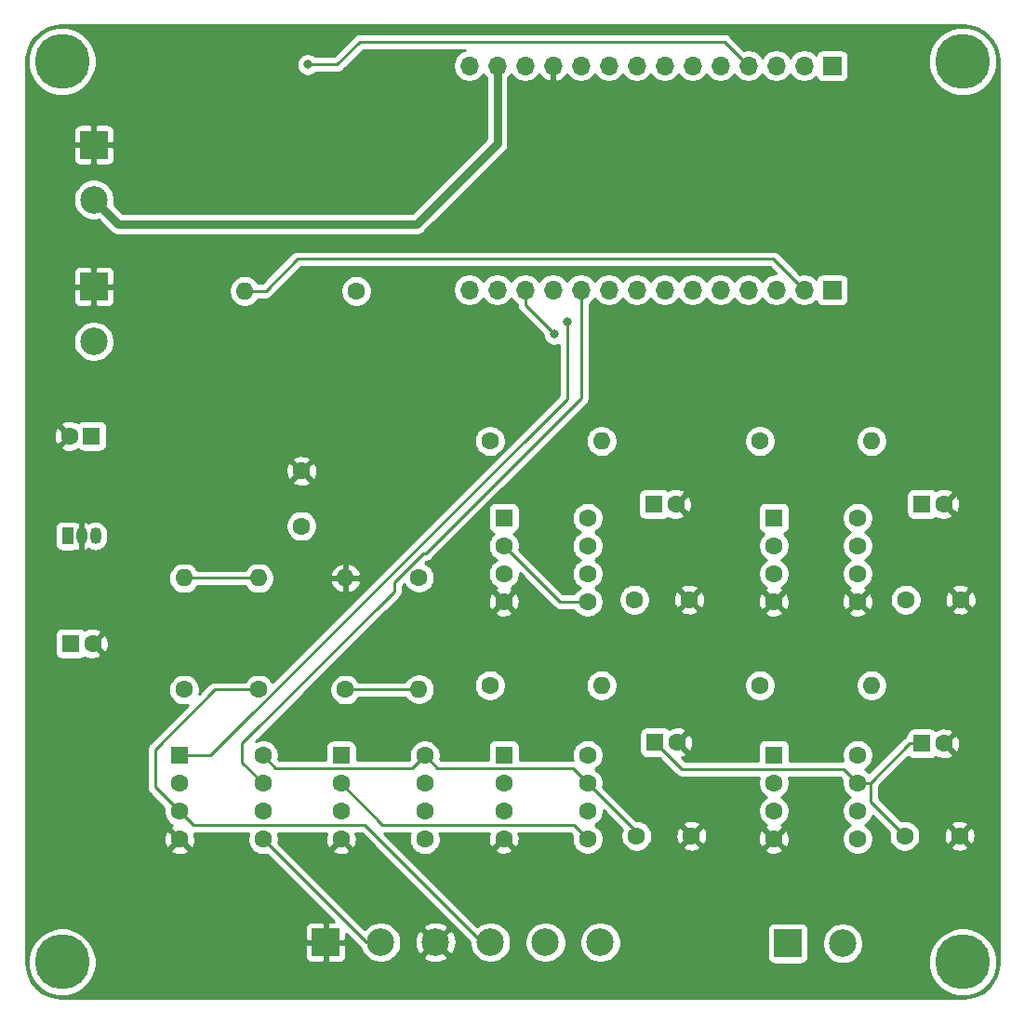
<source format=gbr>
%TF.GenerationSoftware,KiCad,Pcbnew,(5.1.7)-1*%
%TF.CreationDate,2020-12-19T19:15:01-05:00*%
%TF.ProjectId,Radiometer amps r2,52616469-6f6d-4657-9465-7220616d7073,rev?*%
%TF.SameCoordinates,Original*%
%TF.FileFunction,Copper,L2,Bot*%
%TF.FilePolarity,Positive*%
%FSLAX46Y46*%
G04 Gerber Fmt 4.6, Leading zero omitted, Abs format (unit mm)*
G04 Created by KiCad (PCBNEW (5.1.7)-1) date 2020-12-19 19:15:01*
%MOMM*%
%LPD*%
G01*
G04 APERTURE LIST*
%TA.AperFunction,ComponentPad*%
%ADD10C,2.500000*%
%TD*%
%TA.AperFunction,ComponentPad*%
%ADD11R,2.500000X2.500000*%
%TD*%
%TA.AperFunction,ComponentPad*%
%ADD12C,1.600000*%
%TD*%
%TA.AperFunction,ComponentPad*%
%ADD13R,1.600000X1.600000*%
%TD*%
%TA.AperFunction,ComponentPad*%
%ADD14O,1.050000X1.500000*%
%TD*%
%TA.AperFunction,ComponentPad*%
%ADD15R,1.050000X1.500000*%
%TD*%
%TA.AperFunction,ComponentPad*%
%ADD16O,1.700000X1.700000*%
%TD*%
%TA.AperFunction,ComponentPad*%
%ADD17R,1.700000X1.700000*%
%TD*%
%TA.AperFunction,ComponentPad*%
%ADD18O,1.600000X1.600000*%
%TD*%
%TA.AperFunction,ComponentPad*%
%ADD19C,5.000000*%
%TD*%
%TA.AperFunction,ViaPad*%
%ADD20C,0.800000*%
%TD*%
%TA.AperFunction,Conductor*%
%ADD21C,0.250000*%
%TD*%
%TA.AperFunction,Conductor*%
%ADD22C,0.750000*%
%TD*%
%TA.AperFunction,Conductor*%
%ADD23C,0.254000*%
%TD*%
%TA.AperFunction,Conductor*%
%ADD24C,0.150000*%
%TD*%
G04 APERTURE END LIST*
D10*
%TO.P,J6,2*%
%TO.N,Net-(J4-Pad13)*%
X-54400000Y253700000D03*
D11*
%TO.P,J6,1*%
%TO.N,GND*%
X-54400000Y258700000D03*
%TD*%
%TO.P,J2,1*%
%TO.N,Net-(A1-Pad3)*%
X8770000Y186010000D03*
D10*
%TO.P,J2,2*%
%TO.N,Net-(A1-Pad2)*%
X13770000Y186010000D03*
%TD*%
D12*
%TO.P,A4,8*%
%TO.N,Net-(A4-Pad8)*%
X-9465000Y224745000D03*
%TO.P,A4,7*%
%TO.N,Vcc*%
X-9465000Y222205000D03*
%TO.P,A4,6*%
%TO.N,Net-(A4-Pad6)*%
X-9465000Y219665000D03*
%TO.P,A4,5*%
%TO.N,Net-(A3-Pad5)*%
X-9465000Y217125000D03*
%TO.P,A4,4*%
%TO.N,GND*%
X-17085000Y217125000D03*
%TO.P,A4,3*%
%TO.N,Net-(A3-Pad6)*%
X-17085000Y219665000D03*
%TO.P,A4,2*%
%TO.N,Net-(A3-Pad5)*%
X-17085000Y222205000D03*
D13*
%TO.P,A4,1*%
%TO.N,Net-(A4-Pad1)*%
X-17085000Y224745000D03*
%TD*%
D14*
%TO.P,U1,2*%
%TO.N,GND*%
X-55530000Y223100000D03*
%TO.P,U1,3*%
%TO.N,+12V*%
X-54260000Y223100000D03*
D15*
%TO.P,U1,1*%
%TO.N,Vcc*%
X-56800000Y223100000D03*
%TD*%
D16*
%TO.P,J4,14*%
%TO.N,Net-(J4-Pad14)*%
X-20220000Y265900000D03*
%TO.P,J4,13*%
%TO.N,Net-(J4-Pad13)*%
X-17680000Y265900000D03*
%TO.P,J4,12*%
%TO.N,Net-(J4-Pad12)*%
X-15140000Y265900000D03*
%TO.P,J4,11*%
%TO.N,GND*%
X-12600000Y265900000D03*
%TO.P,J4,10*%
%TO.N,Net-(J4-Pad10)*%
X-10060000Y265900000D03*
%TO.P,J4,9*%
%TO.N,Net-(J4-Pad9)*%
X-7520000Y265900000D03*
%TO.P,J4,8*%
%TO.N,Net-(J4-Pad8)*%
X-4980000Y265900000D03*
%TO.P,J4,7*%
%TO.N,Net-(J4-Pad7)*%
X-2440000Y265900000D03*
%TO.P,J4,6*%
%TO.N,Net-(J4-Pad6)*%
X100000Y265900000D03*
%TO.P,J4,5*%
%TO.N,Net-(J4-Pad5)*%
X2640000Y265900000D03*
%TO.P,J4,4*%
%TO.N,Net-(J4-Pad4)*%
X5180000Y265900000D03*
%TO.P,J4,3*%
%TO.N,Net-(J4-Pad3)*%
X7720000Y265900000D03*
%TO.P,J4,2*%
%TO.N,Net-(J4-Pad2)*%
X10260000Y265900000D03*
D17*
%TO.P,J4,1*%
%TO.N,Net-(J4-Pad1)*%
X12800000Y265900000D03*
%TD*%
D11*
%TO.P,J3,1*%
%TO.N,GND*%
X-33300000Y186110000D03*
D10*
%TO.P,J3,2*%
%TO.N,Net-(J3-Pad2)*%
X-28300000Y186110000D03*
%TO.P,J3,3*%
%TO.N,GND*%
X-23300000Y186110000D03*
%TO.P,J3,4*%
%TO.N,Net-(J3-Pad4)*%
X-18300000Y186110000D03*
%TO.P,J3,5*%
%TO.N,Net-(A3-Pad3)*%
X-13300000Y186110000D03*
%TO.P,J3,6*%
%TO.N,Net-(A3-Pad2)*%
X-8300000Y186110000D03*
%TD*%
D13*
%TO.P,A3,1*%
%TO.N,Net-(A3-Pad1)*%
X-17085000Y203155000D03*
D12*
%TO.P,A3,2*%
%TO.N,Net-(A3-Pad2)*%
X-17085000Y200615000D03*
%TO.P,A3,3*%
%TO.N,Net-(A3-Pad3)*%
X-17085000Y198075000D03*
%TO.P,A3,4*%
%TO.N,GND*%
X-17085000Y195535000D03*
%TO.P,A3,5*%
%TO.N,Net-(A3-Pad5)*%
X-9465000Y195535000D03*
%TO.P,A3,6*%
%TO.N,Net-(A3-Pad6)*%
X-9465000Y198075000D03*
%TO.P,A3,7*%
%TO.N,Vcc*%
X-9465000Y200615000D03*
%TO.P,A3,8*%
%TO.N,Net-(A3-Pad8)*%
X-9465000Y203155000D03*
%TD*%
%TO.P,A1,8*%
%TO.N,Net-(A1-Pad8)*%
X15120000Y203155000D03*
%TO.P,A1,7*%
%TO.N,Vcc*%
X15120000Y200615000D03*
%TO.P,A1,6*%
%TO.N,Net-(A1-Pad6)*%
X15120000Y198075000D03*
%TO.P,A1,5*%
%TO.N,Net-(A1-Pad5)*%
X15120000Y195535000D03*
%TO.P,A1,4*%
%TO.N,GND*%
X7500000Y195535000D03*
%TO.P,A1,3*%
%TO.N,Net-(A1-Pad3)*%
X7500000Y198075000D03*
%TO.P,A1,2*%
%TO.N,Net-(A1-Pad2)*%
X7500000Y200615000D03*
D13*
%TO.P,A1,1*%
%TO.N,Net-(A1-Pad1)*%
X7500000Y203155000D03*
%TD*%
%TO.P,A2,1*%
%TO.N,Net-(A2-Pad1)*%
X7500000Y224745000D03*
D12*
%TO.P,A2,2*%
%TO.N,Net-(A1-Pad5)*%
X7500000Y222205000D03*
%TO.P,A2,3*%
%TO.N,Net-(A1-Pad6)*%
X7500000Y219665000D03*
%TO.P,A2,4*%
%TO.N,GND*%
X7500000Y217125000D03*
%TO.P,A2,5*%
X15120000Y217125000D03*
%TO.P,A2,6*%
%TO.N,Net-(A2-Pad6)*%
X15120000Y219665000D03*
%TO.P,A2,7*%
%TO.N,Vcc*%
X15120000Y222205000D03*
%TO.P,A2,8*%
%TO.N,Net-(A2-Pad8)*%
X15120000Y224745000D03*
%TD*%
%TO.P,C1,2*%
%TO.N,GND*%
X-56600000Y232200000D03*
D13*
%TO.P,C1,1*%
%TO.N,+12V*%
X-54600000Y232200000D03*
%TD*%
%TO.P,C2,1*%
%TO.N,Vcc*%
X-56500000Y213300000D03*
D12*
%TO.P,C2,2*%
%TO.N,GND*%
X-54500000Y213300000D03*
%TD*%
D13*
%TO.P,C3,1*%
%TO.N,Vcc*%
X21000000Y204200000D03*
D12*
%TO.P,C3,2*%
%TO.N,GND*%
X23000000Y204200000D03*
%TD*%
%TO.P,C4,2*%
%TO.N,GND*%
X23000000Y226000000D03*
D13*
%TO.P,C4,1*%
%TO.N,Vcc*%
X21000000Y226000000D03*
%TD*%
%TO.P,C5,1*%
%TO.N,Vcc*%
X-3300000Y204300000D03*
D12*
%TO.P,C5,2*%
%TO.N,GND*%
X-1300000Y204300000D03*
%TD*%
%TO.P,C6,2*%
%TO.N,GND*%
X-1400000Y226000000D03*
D13*
%TO.P,C6,1*%
%TO.N,Vcc*%
X-3400000Y226000000D03*
%TD*%
D12*
%TO.P,C7,1*%
%TO.N,Vcc*%
X-35500000Y224000000D03*
%TO.P,C7,2*%
%TO.N,GND*%
X-35500000Y229000000D03*
%TD*%
%TO.P,C9,1*%
%TO.N,Vcc*%
X19400000Y195800000D03*
%TO.P,C9,2*%
%TO.N,GND*%
X24400000Y195800000D03*
%TD*%
%TO.P,C10,2*%
%TO.N,GND*%
X24500000Y217300000D03*
%TO.P,C10,1*%
%TO.N,Vcc*%
X19500000Y217300000D03*
%TD*%
%TO.P,C11,1*%
%TO.N,Vcc*%
X-5000000Y195800000D03*
%TO.P,C11,2*%
%TO.N,GND*%
X0Y195800000D03*
%TD*%
%TO.P,C12,2*%
%TO.N,GND*%
X-200000Y217300000D03*
%TO.P,C12,1*%
%TO.N,Vcc*%
X-5200000Y217300000D03*
%TD*%
D11*
%TO.P,J1,1*%
%TO.N,GND*%
X-54400000Y245800000D03*
D10*
%TO.P,J1,2*%
%TO.N,+12V*%
X-54400000Y240800000D03*
%TD*%
D17*
%TO.P,J5,1*%
%TO.N,Net-(J5-Pad1)*%
X12800000Y245500000D03*
D16*
%TO.P,J5,2*%
%TO.N,Net-(J5-Pad2)*%
X10260000Y245500000D03*
%TO.P,J5,3*%
%TO.N,Net-(J5-Pad3)*%
X7720000Y245500000D03*
%TO.P,J5,4*%
%TO.N,Net-(J5-Pad4)*%
X5180000Y245500000D03*
%TO.P,J5,5*%
%TO.N,Net-(J5-Pad5)*%
X2640000Y245500000D03*
%TO.P,J5,6*%
%TO.N,Net-(J5-Pad6)*%
X100000Y245500000D03*
%TO.P,J5,7*%
%TO.N,Net-(J5-Pad7)*%
X-2440000Y245500000D03*
%TO.P,J5,8*%
%TO.N,Net-(J5-Pad8)*%
X-4980000Y245500000D03*
%TO.P,J5,9*%
%TO.N,Net-(J5-Pad9)*%
X-7520000Y245500000D03*
%TO.P,J5,10*%
%TO.N,Net-(J5-Pad10)*%
X-10060000Y245500000D03*
%TO.P,J5,11*%
%TO.N,Net-(A4-Pad6)*%
X-12600000Y245500000D03*
%TO.P,J5,12*%
%TO.N,Net-(A2-Pad6)*%
X-15140000Y245500000D03*
%TO.P,J5,13*%
%TO.N,Net-(J5-Pad13)*%
X-17680000Y245500000D03*
%TO.P,J5,14*%
%TO.N,Net-(J5-Pad14)*%
X-20220000Y245500000D03*
%TD*%
D18*
%TO.P,Ra1,2*%
%TO.N,Net-(Ra1-Pad2)*%
X-39400000Y219260000D03*
D12*
%TO.P,Ra1,1*%
%TO.N,Net-(J3-Pad4)*%
X-39400000Y209100000D03*
%TD*%
%TO.P,Rb1,1*%
%TO.N,Net-(J3-Pad2)*%
X-46200000Y209100000D03*
D18*
%TO.P,Rb1,2*%
%TO.N,Net-(Ra1-Pad2)*%
X-46200000Y219260000D03*
%TD*%
D12*
%TO.P,Rd1,1*%
%TO.N,Net-(Rd1-Pad1)*%
X-24800000Y219300000D03*
D18*
%TO.P,Rd1,2*%
%TO.N,Net-(Rd1-Pad2)*%
X-24800000Y209140000D03*
%TD*%
%TO.P,Rd2,2*%
%TO.N,GND*%
X-31500000Y219260000D03*
D12*
%TO.P,Rd2,1*%
%TO.N,Net-(Rd1-Pad2)*%
X-31500000Y209100000D03*
%TD*%
%TO.P,Rg1,1*%
%TO.N,Net-(A1-Pad1)*%
X6230000Y209505000D03*
D18*
%TO.P,Rg1,2*%
%TO.N,Net-(A1-Pad8)*%
X16390000Y209505000D03*
%TD*%
D12*
%TO.P,Rg2,1*%
%TO.N,Net-(A2-Pad1)*%
X6230000Y231730000D03*
D18*
%TO.P,Rg2,2*%
%TO.N,Net-(A2-Pad8)*%
X16390000Y231730000D03*
%TD*%
%TO.P,Rg3,2*%
%TO.N,Net-(A3-Pad8)*%
X-8195000Y209505000D03*
D12*
%TO.P,Rg3,1*%
%TO.N,Net-(A3-Pad1)*%
X-18355000Y209505000D03*
%TD*%
D18*
%TO.P,Rg4,2*%
%TO.N,Net-(A4-Pad8)*%
X-8195000Y231730000D03*
D12*
%TO.P,Rg4,1*%
%TO.N,Net-(A4-Pad1)*%
X-18355000Y231730000D03*
%TD*%
D19*
%TO.P,H1,1*%
%TO.N,N/C*%
X-57300000Y266300000D03*
%TD*%
%TO.P,H2,1*%
%TO.N,N/C*%
X-57300000Y184300000D03*
%TD*%
%TO.P,H3,1*%
%TO.N,N/C*%
X24700000Y266300000D03*
%TD*%
%TO.P,H4,1*%
%TO.N,N/C*%
X24700000Y184300000D03*
%TD*%
D12*
%TO.P,U2-rtd1,8*%
%TO.N,Vcc*%
X-38980000Y203100000D03*
%TO.P,U2-rtd1,7*%
%TO.N,Net-(J5-Pad10)*%
X-38980000Y200560000D03*
%TO.P,U2-rtd1,6*%
X-38980000Y198020000D03*
%TO.P,U2-rtd1,5*%
%TO.N,Net-(J3-Pad2)*%
X-38980000Y195480000D03*
%TO.P,U2-rtd1,4*%
%TO.N,GND*%
X-46600000Y195480000D03*
%TO.P,U2-rtd1,3*%
%TO.N,Net-(J3-Pad4)*%
X-46600000Y198020000D03*
%TO.P,U2-rtd1,2*%
%TO.N,Net-(J5-Pad9)*%
X-46600000Y200560000D03*
D13*
%TO.P,U2-rtd1,1*%
X-46600000Y203100000D03*
%TD*%
%TO.P,U5-aref1,1*%
%TO.N,Net-(A3-Pad5)*%
X-31900000Y203100000D03*
D12*
%TO.P,U5-aref1,2*%
X-31900000Y200560000D03*
%TO.P,U5-aref1,3*%
%TO.N,Net-(Rd1-Pad2)*%
X-31900000Y198020000D03*
%TO.P,U5-aref1,4*%
%TO.N,GND*%
X-31900000Y195480000D03*
%TO.P,U5-aref1,5*%
%TO.N,Net-(Rd1-Pad1)*%
X-24280000Y195480000D03*
%TO.P,U5-aref1,6*%
%TO.N,Net-(J5-Pad14)*%
X-24280000Y198020000D03*
%TO.P,U5-aref1,7*%
X-24280000Y200560000D03*
%TO.P,U5-aref1,8*%
%TO.N,Vcc*%
X-24280000Y203100000D03*
%TD*%
%TO.P,R1,1*%
%TO.N,Net-(J4-Pad12)*%
X-30500000Y245400000D03*
D18*
%TO.P,R1,2*%
%TO.N,Net-(J5-Pad2)*%
X-40660000Y245400000D03*
%TD*%
D20*
%TO.N,Net-(A2-Pad6)*%
X-12500000Y241460000D03*
%TO.N,Net-(J4-Pad4)*%
X-34920000Y266010000D03*
%TO.N,Net-(J5-Pad9)*%
X-11310000Y242550000D03*
%TD*%
D21*
%TO.N,Vcc*%
X-5000000Y196150000D02*
X-9465000Y200615000D01*
X-5000000Y195800000D02*
X-5000000Y196150000D01*
X21000000Y204200000D02*
X19874700Y204200000D01*
X-3300000Y204300000D02*
X-1029600Y202029600D01*
X16289700Y198910300D02*
X19400000Y195800000D01*
X16289700Y200615000D02*
X16289700Y198910300D01*
X15120000Y200615000D02*
X16289700Y200615000D01*
X16289700Y200615000D02*
X19874700Y204200000D01*
X-37854600Y201974600D02*
X-38980000Y203100000D01*
X-25405400Y201974600D02*
X-37854600Y201974600D01*
X-24280000Y203100000D02*
X-25405400Y201974600D01*
X-9465000Y200615000D02*
X-10760000Y201910000D01*
X-23090000Y201910000D02*
X-23140000Y201960000D01*
X-10760000Y201910000D02*
X-23090000Y201910000D01*
X-24280000Y203100000D02*
X-23140000Y201960000D01*
X15120000Y200615000D02*
X13855000Y201880000D01*
X-880000Y201880000D02*
X-2155000Y203155000D01*
X13855000Y201880000D02*
X-880000Y201880000D01*
X-3300000Y204300000D02*
X-2155000Y203155000D01*
%TO.N,Net-(A2-Pad6)*%
X-15140000Y244100000D02*
X-15140000Y245500000D01*
X-12500000Y241460000D02*
X-15140000Y244100000D01*
%TO.N,Net-(A3-Pad5)*%
X-12005000Y217125000D02*
X-9465000Y217125000D01*
X-17085000Y222205000D02*
X-12005000Y217125000D01*
X-10735000Y196805000D02*
X-9465000Y195535000D01*
X-28145000Y196805000D02*
X-10735000Y196805000D01*
X-31900000Y200560000D02*
X-28145000Y196805000D01*
%TO.N,Net-(J4-Pad4)*%
X-34060000Y266010000D02*
X-34920000Y266010000D01*
X-34920000Y266010000D02*
X-32250000Y266010000D01*
X-32250000Y266010000D02*
X-30170000Y268090000D01*
X2990000Y268090000D02*
X5180000Y265900000D01*
X-30170000Y268090000D02*
X2990000Y268090000D01*
%TO.N,Net-(J5-Pad2)*%
X-40660000Y245400000D02*
X-38760000Y245400000D01*
X-38760000Y245400000D02*
X-35860000Y248300000D01*
X7460000Y248300000D02*
X10260000Y245500000D01*
X-35860000Y248300000D02*
X7460000Y248300000D01*
%TO.N,Net-(Ra1-Pad2)*%
X-46200000Y219260000D02*
X-39400000Y219260000D01*
%TO.N,Net-(J3-Pad2)*%
X-29610000Y186110000D02*
X-28300000Y186110000D01*
X-38980000Y195480000D02*
X-29610000Y186110000D01*
%TO.N,Net-(J3-Pad4)*%
X-46600000Y198020000D02*
X-48810000Y200230000D01*
X-48810000Y200230000D02*
X-48810000Y203670000D01*
X-43380000Y209100000D02*
X-40340000Y209100000D01*
X-48810000Y203670000D02*
X-43380000Y209100000D01*
X-40340000Y209100000D02*
X-39400000Y209100000D01*
X-19080000Y186110000D02*
X-18300000Y186110000D01*
X-29720000Y196750000D02*
X-19080000Y186110000D01*
X-45330000Y196750000D02*
X-29720000Y196750000D01*
X-46600000Y198020000D02*
X-45330000Y196750000D01*
D22*
%TO.N,Net-(J4-Pad13)*%
X-52170000Y251470000D02*
X-54400000Y253700000D01*
X-25040000Y251470000D02*
X-52170000Y251470000D01*
X-17680000Y258830000D02*
X-25040000Y251470000D01*
X-17680000Y265900000D02*
X-17680000Y258830000D01*
D21*
%TO.N,Net-(J5-Pad9)*%
X-43797500Y203100000D02*
X-11330000Y235567500D01*
X-45474700Y203100000D02*
X-43797500Y203100000D01*
X-46600000Y203100000D02*
X-45474700Y203100000D01*
X-11330000Y242530000D02*
X-11310000Y242550000D01*
X-11330000Y235567500D02*
X-11330000Y242530000D01*
%TO.N,Net-(J5-Pad10)*%
X-24200700Y221490700D02*
X-10060000Y235631400D01*
X-10060000Y235631400D02*
X-10060000Y245500000D01*
X-24439300Y221490700D02*
X-24200700Y221490700D01*
X-27045700Y218884300D02*
X-24439300Y221490700D01*
X-27045700Y218064300D02*
X-27045700Y218884300D01*
X-40910000Y204200000D02*
X-27045700Y218064300D01*
X-40910000Y202490000D02*
X-40910000Y204200000D01*
X-38980000Y200560000D02*
X-40910000Y202490000D01*
%TO.N,Net-(Rd1-Pad2)*%
X-25965300Y209100000D02*
X-25925300Y209140000D01*
X-31500000Y209100000D02*
X-25965300Y209100000D01*
X-24800000Y209140000D02*
X-25925300Y209140000D01*
%TD*%
D23*
%TO.N,GND*%
X25338370Y269524002D02*
X25952424Y269338608D01*
X26518773Y269037475D01*
X27015848Y268632072D01*
X27424712Y268137841D01*
X27729790Y267573611D01*
X27919467Y266960863D01*
X27990000Y266289796D01*
X27990001Y184334730D01*
X27924004Y183661634D01*
X27738607Y183047572D01*
X27437474Y182481225D01*
X27032071Y181984153D01*
X26537842Y181575290D01*
X25973611Y181270210D01*
X25360862Y181080533D01*
X24689787Y181010000D01*
X-57265280Y181010000D01*
X-57938366Y181075996D01*
X-58552428Y181261393D01*
X-59118775Y181562526D01*
X-59615847Y181967929D01*
X-60024710Y182462158D01*
X-60329790Y183026389D01*
X-60519467Y183639138D01*
X-60590000Y184310213D01*
X-60590000Y184608771D01*
X-60435000Y184608771D01*
X-60435000Y183991229D01*
X-60314524Y183385554D01*
X-60078201Y182815021D01*
X-59735114Y182301554D01*
X-59298446Y181864886D01*
X-58784979Y181521799D01*
X-58214446Y181285476D01*
X-57608771Y181165000D01*
X-56991229Y181165000D01*
X-56385554Y181285476D01*
X-55815021Y181521799D01*
X-55301554Y181864886D01*
X-54864886Y182301554D01*
X-54521799Y182815021D01*
X-54285476Y183385554D01*
X-54165000Y183991229D01*
X-54165000Y184608771D01*
X-54214972Y184860000D01*
X-35188072Y184860000D01*
X-35175812Y184735518D01*
X-35139502Y184615820D01*
X-35080537Y184505506D01*
X-35001185Y184408815D01*
X-34904494Y184329463D01*
X-34794180Y184270498D01*
X-34674482Y184234188D01*
X-34550000Y184221928D01*
X-33585750Y184225000D01*
X-33427000Y184383750D01*
X-33427000Y185983000D01*
X-33173000Y185983000D01*
X-33173000Y184383750D01*
X-33014250Y184225000D01*
X-32050000Y184221928D01*
X-31925518Y184234188D01*
X-31805820Y184270498D01*
X-31695506Y184329463D01*
X-31598815Y184408815D01*
X-31519463Y184505506D01*
X-31460498Y184615820D01*
X-31424188Y184735518D01*
X-31411928Y184860000D01*
X-31415000Y185824250D01*
X-31573750Y185983000D01*
X-33173000Y185983000D01*
X-33427000Y185983000D01*
X-35026250Y185983000D01*
X-35185000Y185824250D01*
X-35188072Y184860000D01*
X-54214972Y184860000D01*
X-54285476Y185214446D01*
X-54521799Y185784979D01*
X-54864886Y186298446D01*
X-55301554Y186735114D01*
X-55815021Y187078201D01*
X-56385554Y187314524D01*
X-56614177Y187360000D01*
X-35188072Y187360000D01*
X-35185000Y186395750D01*
X-35026250Y186237000D01*
X-33427000Y186237000D01*
X-33427000Y187836250D01*
X-33585750Y187995000D01*
X-34550000Y187998072D01*
X-34674482Y187985812D01*
X-34794180Y187949502D01*
X-34904494Y187890537D01*
X-35001185Y187811185D01*
X-35080537Y187714494D01*
X-35139502Y187604180D01*
X-35175812Y187484482D01*
X-35188072Y187360000D01*
X-56614177Y187360000D01*
X-56991229Y187435000D01*
X-57608771Y187435000D01*
X-58214446Y187314524D01*
X-58784979Y187078201D01*
X-59298446Y186735114D01*
X-59735114Y186298446D01*
X-60078201Y185784979D01*
X-60314524Y185214446D01*
X-60435000Y184608771D01*
X-60590000Y184608771D01*
X-60590000Y194487298D01*
X-47413097Y194487298D01*
X-47341514Y194243329D01*
X-47086004Y194122429D01*
X-46811816Y194053700D01*
X-46529488Y194039783D01*
X-46249870Y194081213D01*
X-45983708Y194176397D01*
X-45858486Y194243329D01*
X-45786903Y194487298D01*
X-46600000Y195300395D01*
X-47413097Y194487298D01*
X-60590000Y194487298D01*
X-60590000Y195409488D01*
X-48040217Y195409488D01*
X-47998787Y195129870D01*
X-47903603Y194863708D01*
X-47836671Y194738486D01*
X-47592702Y194666903D01*
X-46779605Y195480000D01*
X-47592702Y196293097D01*
X-47836671Y196221514D01*
X-47957571Y195966004D01*
X-48026300Y195691816D01*
X-48040217Y195409488D01*
X-60590000Y195409488D01*
X-60590000Y203670000D01*
X-49573676Y203670000D01*
X-49569999Y203632668D01*
X-49570000Y200267323D01*
X-49573676Y200230000D01*
X-49570000Y200192678D01*
X-49570000Y200192668D01*
X-49559003Y200081015D01*
X-49540494Y200019999D01*
X-49515546Y199937754D01*
X-49444974Y199805724D01*
X-49405129Y199757174D01*
X-49350001Y199689999D01*
X-49320997Y199666196D01*
X-47998688Y198343886D01*
X-48035000Y198161335D01*
X-48035000Y197878665D01*
X-47979853Y197601426D01*
X-47871680Y197340273D01*
X-47714637Y197105241D01*
X-47514759Y196905363D01*
X-47280872Y196749085D01*
X-47341514Y196716671D01*
X-47413097Y196472702D01*
X-46600000Y195659605D01*
X-46585858Y195673748D01*
X-46406253Y195494143D01*
X-46420395Y195480000D01*
X-45607298Y194666903D01*
X-45363329Y194738486D01*
X-45242429Y194993996D01*
X-45173700Y195268184D01*
X-45159783Y195550512D01*
X-45201213Y195830130D01*
X-45258385Y195990000D01*
X-40321983Y195990000D01*
X-40359853Y195898574D01*
X-40415000Y195621335D01*
X-40415000Y195338665D01*
X-40359853Y195061426D01*
X-40251680Y194800273D01*
X-40094637Y194565241D01*
X-39894759Y194365363D01*
X-39659727Y194208320D01*
X-39398574Y194100147D01*
X-39121335Y194045000D01*
X-38838665Y194045000D01*
X-38656113Y194081312D01*
X-32571213Y187996411D01*
X-33014250Y187995000D01*
X-33173000Y187836250D01*
X-33173000Y186237000D01*
X-31573750Y186237000D01*
X-31415000Y186395750D01*
X-31413589Y186838787D01*
X-30173799Y185598997D01*
X-30150001Y185569999D01*
X-30121003Y185546201D01*
X-30099450Y185528512D01*
X-29970466Y185217118D01*
X-29764175Y184908382D01*
X-29501618Y184645825D01*
X-29192882Y184439534D01*
X-28849834Y184297439D01*
X-28485656Y184225000D01*
X-28114344Y184225000D01*
X-27750166Y184297439D01*
X-27407118Y184439534D01*
X-27098382Y184645825D01*
X-26947812Y184796395D01*
X-24434000Y184796395D01*
X-24308086Y184506423D01*
X-23975874Y184340567D01*
X-23617688Y184242710D01*
X-23247294Y184216611D01*
X-22878925Y184263275D01*
X-22526738Y184380906D01*
X-22291914Y184506423D01*
X-22166000Y184796395D01*
X-23300000Y185930395D01*
X-24434000Y184796395D01*
X-26947812Y184796395D01*
X-26835825Y184908382D01*
X-26629534Y185217118D01*
X-26487439Y185560166D01*
X-26415000Y185924344D01*
X-26415000Y186057294D01*
X-25193389Y186057294D01*
X-25146725Y185688925D01*
X-25029094Y185336738D01*
X-24903577Y185101914D01*
X-24613605Y184976000D01*
X-23479605Y186110000D01*
X-23120395Y186110000D01*
X-21986395Y184976000D01*
X-21696423Y185101914D01*
X-21530567Y185434126D01*
X-21432710Y185792312D01*
X-21406611Y186162706D01*
X-21453275Y186531075D01*
X-21570906Y186883262D01*
X-21696423Y187118086D01*
X-21986395Y187244000D01*
X-23120395Y186110000D01*
X-23479605Y186110000D01*
X-24613605Y187244000D01*
X-24903577Y187118086D01*
X-25069433Y186785874D01*
X-25167290Y186427688D01*
X-25193389Y186057294D01*
X-26415000Y186057294D01*
X-26415000Y186295656D01*
X-26487439Y186659834D01*
X-26629534Y187002882D01*
X-26835825Y187311618D01*
X-26947812Y187423605D01*
X-24434000Y187423605D01*
X-23300000Y186289605D01*
X-22166000Y187423605D01*
X-22291914Y187713577D01*
X-22624126Y187879433D01*
X-22982312Y187977290D01*
X-23352706Y188003389D01*
X-23721075Y187956725D01*
X-24073262Y187839094D01*
X-24308086Y187713577D01*
X-24434000Y187423605D01*
X-26947812Y187423605D01*
X-27098382Y187574175D01*
X-27407118Y187780466D01*
X-27750166Y187922561D01*
X-28114344Y187995000D01*
X-28485656Y187995000D01*
X-28849834Y187922561D01*
X-29192882Y187780466D01*
X-29501618Y187574175D01*
X-29750496Y187325297D01*
X-36912497Y194487298D01*
X-32713097Y194487298D01*
X-32641514Y194243329D01*
X-32386004Y194122429D01*
X-32111816Y194053700D01*
X-31829488Y194039783D01*
X-31549870Y194081213D01*
X-31283708Y194176397D01*
X-31158486Y194243329D01*
X-31086903Y194487298D01*
X-31900000Y195300395D01*
X-32713097Y194487298D01*
X-36912497Y194487298D01*
X-37581312Y195156113D01*
X-37545000Y195338665D01*
X-37545000Y195621335D01*
X-37600147Y195898574D01*
X-37638017Y195990000D01*
X-33246217Y195990000D01*
X-33257571Y195966004D01*
X-33326300Y195691816D01*
X-33340217Y195409488D01*
X-33298787Y195129870D01*
X-33203603Y194863708D01*
X-33136671Y194738486D01*
X-32892702Y194666903D01*
X-32079605Y195480000D01*
X-32093748Y195494143D01*
X-31914143Y195673748D01*
X-31900000Y195659605D01*
X-31885858Y195673748D01*
X-31706253Y195494143D01*
X-31720395Y195480000D01*
X-30907298Y194666903D01*
X-30663329Y194738486D01*
X-30542429Y194993996D01*
X-30473700Y195268184D01*
X-30459783Y195550512D01*
X-30501213Y195830130D01*
X-30558385Y195990000D01*
X-30034801Y195990000D01*
X-20185000Y186140198D01*
X-20185000Y185924344D01*
X-20112561Y185560166D01*
X-19970466Y185217118D01*
X-19764175Y184908382D01*
X-19501618Y184645825D01*
X-19192882Y184439534D01*
X-18849834Y184297439D01*
X-18485656Y184225000D01*
X-18114344Y184225000D01*
X-17750166Y184297439D01*
X-17407118Y184439534D01*
X-17098382Y184645825D01*
X-16835825Y184908382D01*
X-16629534Y185217118D01*
X-16487439Y185560166D01*
X-16415000Y185924344D01*
X-16415000Y186295656D01*
X-15185000Y186295656D01*
X-15185000Y185924344D01*
X-15112561Y185560166D01*
X-14970466Y185217118D01*
X-14764175Y184908382D01*
X-14501618Y184645825D01*
X-14192882Y184439534D01*
X-13849834Y184297439D01*
X-13485656Y184225000D01*
X-13114344Y184225000D01*
X-12750166Y184297439D01*
X-12407118Y184439534D01*
X-12098382Y184645825D01*
X-11835825Y184908382D01*
X-11629534Y185217118D01*
X-11487439Y185560166D01*
X-11415000Y185924344D01*
X-11415000Y186295656D01*
X-10185000Y186295656D01*
X-10185000Y185924344D01*
X-10112561Y185560166D01*
X-9970466Y185217118D01*
X-9764175Y184908382D01*
X-9501618Y184645825D01*
X-9192882Y184439534D01*
X-8849834Y184297439D01*
X-8485656Y184225000D01*
X-8114344Y184225000D01*
X-7750166Y184297439D01*
X-7407118Y184439534D01*
X-7098382Y184645825D01*
X-6835825Y184908382D01*
X-6629534Y185217118D01*
X-6487439Y185560166D01*
X-6415000Y185924344D01*
X-6415000Y186295656D01*
X-6487439Y186659834D01*
X-6629534Y187002882D01*
X-6801334Y187260000D01*
X6881928Y187260000D01*
X6881928Y184760000D01*
X6894188Y184635518D01*
X6930498Y184515820D01*
X6989463Y184405506D01*
X7068815Y184308815D01*
X7165506Y184229463D01*
X7275820Y184170498D01*
X7395518Y184134188D01*
X7520000Y184121928D01*
X10020000Y184121928D01*
X10144482Y184134188D01*
X10264180Y184170498D01*
X10374494Y184229463D01*
X10471185Y184308815D01*
X10550537Y184405506D01*
X10609502Y184515820D01*
X10645812Y184635518D01*
X10658072Y184760000D01*
X10658072Y186195656D01*
X11885000Y186195656D01*
X11885000Y185824344D01*
X11957439Y185460166D01*
X12099534Y185117118D01*
X12305825Y184808382D01*
X12568382Y184545825D01*
X12877118Y184339534D01*
X13220166Y184197439D01*
X13584344Y184125000D01*
X13955656Y184125000D01*
X14319834Y184197439D01*
X14662882Y184339534D01*
X14971618Y184545825D01*
X15034564Y184608771D01*
X21565000Y184608771D01*
X21565000Y183991229D01*
X21685476Y183385554D01*
X21921799Y182815021D01*
X22264886Y182301554D01*
X22701554Y181864886D01*
X23215021Y181521799D01*
X23785554Y181285476D01*
X24391229Y181165000D01*
X25008771Y181165000D01*
X25614446Y181285476D01*
X26184979Y181521799D01*
X26698446Y181864886D01*
X27135114Y182301554D01*
X27478201Y182815021D01*
X27714524Y183385554D01*
X27835000Y183991229D01*
X27835000Y184608771D01*
X27714524Y185214446D01*
X27478201Y185784979D01*
X27135114Y186298446D01*
X26698446Y186735114D01*
X26184979Y187078201D01*
X25614446Y187314524D01*
X25008771Y187435000D01*
X24391229Y187435000D01*
X23785554Y187314524D01*
X23215021Y187078201D01*
X22701554Y186735114D01*
X22264886Y186298446D01*
X21921799Y185784979D01*
X21685476Y185214446D01*
X21565000Y184608771D01*
X15034564Y184608771D01*
X15234175Y184808382D01*
X15440466Y185117118D01*
X15582561Y185460166D01*
X15655000Y185824344D01*
X15655000Y186195656D01*
X15582561Y186559834D01*
X15440466Y186902882D01*
X15234175Y187211618D01*
X14971618Y187474175D01*
X14662882Y187680466D01*
X14319834Y187822561D01*
X13955656Y187895000D01*
X13584344Y187895000D01*
X13220166Y187822561D01*
X12877118Y187680466D01*
X12568382Y187474175D01*
X12305825Y187211618D01*
X12099534Y186902882D01*
X11957439Y186559834D01*
X11885000Y186195656D01*
X10658072Y186195656D01*
X10658072Y187260000D01*
X10645812Y187384482D01*
X10609502Y187504180D01*
X10550537Y187614494D01*
X10471185Y187711185D01*
X10374494Y187790537D01*
X10264180Y187849502D01*
X10144482Y187885812D01*
X10020000Y187898072D01*
X7520000Y187898072D01*
X7395518Y187885812D01*
X7275820Y187849502D01*
X7165506Y187790537D01*
X7068815Y187711185D01*
X6989463Y187614494D01*
X6930498Y187504180D01*
X6894188Y187384482D01*
X6881928Y187260000D01*
X-6801334Y187260000D01*
X-6835825Y187311618D01*
X-7098382Y187574175D01*
X-7407118Y187780466D01*
X-7750166Y187922561D01*
X-8114344Y187995000D01*
X-8485656Y187995000D01*
X-8849834Y187922561D01*
X-9192882Y187780466D01*
X-9501618Y187574175D01*
X-9764175Y187311618D01*
X-9970466Y187002882D01*
X-10112561Y186659834D01*
X-10185000Y186295656D01*
X-11415000Y186295656D01*
X-11487439Y186659834D01*
X-11629534Y187002882D01*
X-11835825Y187311618D01*
X-12098382Y187574175D01*
X-12407118Y187780466D01*
X-12750166Y187922561D01*
X-13114344Y187995000D01*
X-13485656Y187995000D01*
X-13849834Y187922561D01*
X-14192882Y187780466D01*
X-14501618Y187574175D01*
X-14764175Y187311618D01*
X-14970466Y187002882D01*
X-15112561Y186659834D01*
X-15185000Y186295656D01*
X-16415000Y186295656D01*
X-16487439Y186659834D01*
X-16629534Y187002882D01*
X-16835825Y187311618D01*
X-17098382Y187574175D01*
X-17407118Y187780466D01*
X-17750166Y187922561D01*
X-18114344Y187995000D01*
X-18485656Y187995000D01*
X-18849834Y187922561D01*
X-19192882Y187780466D01*
X-19482289Y187587091D01*
X-27940199Y196045000D01*
X-25599201Y196045000D01*
X-25659853Y195898574D01*
X-25715000Y195621335D01*
X-25715000Y195338665D01*
X-25659853Y195061426D01*
X-25551680Y194800273D01*
X-25394637Y194565241D01*
X-25194759Y194365363D01*
X-24959727Y194208320D01*
X-24698574Y194100147D01*
X-24421335Y194045000D01*
X-24138665Y194045000D01*
X-23861426Y194100147D01*
X-23600273Y194208320D01*
X-23365241Y194365363D01*
X-23188306Y194542298D01*
X-17898097Y194542298D01*
X-17826514Y194298329D01*
X-17571004Y194177429D01*
X-17296816Y194108700D01*
X-17014488Y194094783D01*
X-16734870Y194136213D01*
X-16468708Y194231397D01*
X-16343486Y194298329D01*
X-16271903Y194542298D01*
X-17085000Y195355395D01*
X-17898097Y194542298D01*
X-23188306Y194542298D01*
X-23165363Y194565241D01*
X-23008320Y194800273D01*
X-22900147Y195061426D01*
X-22845000Y195338665D01*
X-22845000Y195621335D01*
X-22900147Y195898574D01*
X-22960799Y196045000D01*
X-18431217Y196045000D01*
X-18442571Y196021004D01*
X-18511300Y195746816D01*
X-18525217Y195464488D01*
X-18483787Y195184870D01*
X-18388603Y194918708D01*
X-18321671Y194793486D01*
X-18077702Y194721903D01*
X-17264605Y195535000D01*
X-17278748Y195549143D01*
X-17099143Y195728748D01*
X-17085000Y195714605D01*
X-17070858Y195728748D01*
X-16891253Y195549143D01*
X-16905395Y195535000D01*
X-16092298Y194721903D01*
X-15848329Y194793486D01*
X-15727429Y195048996D01*
X-15658700Y195323184D01*
X-15644783Y195605512D01*
X-15686213Y195885130D01*
X-15743385Y196045000D01*
X-11049801Y196045000D01*
X-10863688Y195858886D01*
X-10900000Y195676335D01*
X-10900000Y195393665D01*
X-10844853Y195116426D01*
X-10736680Y194855273D01*
X-10579637Y194620241D01*
X-10379759Y194420363D01*
X-10144727Y194263320D01*
X-9883574Y194155147D01*
X-9606335Y194100000D01*
X-9323665Y194100000D01*
X-9046426Y194155147D01*
X-8785273Y194263320D01*
X-8550241Y194420363D01*
X-8350363Y194620241D01*
X-8193320Y194855273D01*
X-8085147Y195116426D01*
X-8030000Y195393665D01*
X-8030000Y195676335D01*
X-8085147Y195953574D01*
X-8193320Y196214727D01*
X-8350363Y196449759D01*
X-8550241Y196649637D01*
X-8782759Y196805000D01*
X-8550241Y196960363D01*
X-8350363Y197160241D01*
X-8193320Y197395273D01*
X-8085147Y197656426D01*
X-8030000Y197933665D01*
X-8030000Y198105199D01*
X-6310590Y196385789D01*
X-6379853Y196218574D01*
X-6435000Y195941335D01*
X-6435000Y195658665D01*
X-6379853Y195381426D01*
X-6271680Y195120273D01*
X-6114637Y194885241D01*
X-5914759Y194685363D01*
X-5679727Y194528320D01*
X-5418574Y194420147D01*
X-5141335Y194365000D01*
X-4858665Y194365000D01*
X-4581426Y194420147D01*
X-4320273Y194528320D01*
X-4085241Y194685363D01*
X-3963306Y194807298D01*
X-813097Y194807298D01*
X-741514Y194563329D01*
X-486004Y194442429D01*
X-211816Y194373700D01*
X70512Y194359783D01*
X350130Y194401213D01*
X616292Y194496397D01*
X702167Y194542298D01*
X6686903Y194542298D01*
X6758486Y194298329D01*
X7013996Y194177429D01*
X7288184Y194108700D01*
X7570512Y194094783D01*
X7850130Y194136213D01*
X8116292Y194231397D01*
X8241514Y194298329D01*
X8313097Y194542298D01*
X7500000Y195355395D01*
X6686903Y194542298D01*
X702167Y194542298D01*
X741514Y194563329D01*
X813097Y194807298D01*
X0Y195620395D01*
X-813097Y194807298D01*
X-3963306Y194807298D01*
X-3885363Y194885241D01*
X-3728320Y195120273D01*
X-3620147Y195381426D01*
X-3565000Y195658665D01*
X-3565000Y195729488D01*
X-1440217Y195729488D01*
X-1398787Y195449870D01*
X-1303603Y195183708D01*
X-1236671Y195058486D01*
X-992702Y194986903D01*
X-179605Y195800000D01*
X179605Y195800000D01*
X992702Y194986903D01*
X1236671Y195058486D01*
X1357571Y195313996D01*
X1395293Y195464488D01*
X6059783Y195464488D01*
X6101213Y195184870D01*
X6196397Y194918708D01*
X6263329Y194793486D01*
X6507298Y194721903D01*
X7320395Y195535000D01*
X7679605Y195535000D01*
X8492702Y194721903D01*
X8736671Y194793486D01*
X8857571Y195048996D01*
X8926300Y195323184D01*
X8940217Y195605512D01*
X8898787Y195885130D01*
X8803603Y196151292D01*
X8736671Y196276514D01*
X8492702Y196348097D01*
X7679605Y195535000D01*
X7320395Y195535000D01*
X6507298Y196348097D01*
X6263329Y196276514D01*
X6142429Y196021004D01*
X6073700Y195746816D01*
X6059783Y195464488D01*
X1395293Y195464488D01*
X1426300Y195588184D01*
X1440217Y195870512D01*
X1398787Y196150130D01*
X1303603Y196416292D01*
X1236671Y196541514D01*
X992702Y196613097D01*
X179605Y195800000D01*
X-179605Y195800000D01*
X-992702Y196613097D01*
X-1236671Y196541514D01*
X-1357571Y196286004D01*
X-1426300Y196011816D01*
X-1440217Y195729488D01*
X-3565000Y195729488D01*
X-3565000Y195941335D01*
X-3620147Y196218574D01*
X-3728320Y196479727D01*
X-3885363Y196714759D01*
X-3963306Y196792702D01*
X-813097Y196792702D01*
X0Y195979605D01*
X813097Y196792702D01*
X741514Y197036671D01*
X486004Y197157571D01*
X211816Y197226300D01*
X-70512Y197240217D01*
X-350130Y197198787D01*
X-616292Y197103603D01*
X-741514Y197036671D01*
X-813097Y196792702D01*
X-3963306Y196792702D01*
X-4085241Y196914637D01*
X-4320273Y197071680D01*
X-4581426Y197179853D01*
X-4858665Y197235000D01*
X-5010198Y197235000D01*
X-8066312Y200291113D01*
X-8030000Y200473665D01*
X-8030000Y200756335D01*
X-8085147Y201033574D01*
X-8193320Y201294727D01*
X-8350363Y201529759D01*
X-8550241Y201729637D01*
X-8782759Y201885000D01*
X-8550241Y202040363D01*
X-8350363Y202240241D01*
X-8193320Y202475273D01*
X-8085147Y202736426D01*
X-8030000Y203013665D01*
X-8030000Y203296335D01*
X-8085147Y203573574D01*
X-8193320Y203834727D01*
X-8350363Y204069759D01*
X-8550241Y204269637D01*
X-8785273Y204426680D01*
X-9046426Y204534853D01*
X-9323665Y204590000D01*
X-9606335Y204590000D01*
X-9883574Y204534853D01*
X-10144727Y204426680D01*
X-10379759Y204269637D01*
X-10579637Y204069759D01*
X-10736680Y203834727D01*
X-10844853Y203573574D01*
X-10900000Y203296335D01*
X-10900000Y203013665D01*
X-10844853Y202736426D01*
X-10817338Y202670000D01*
X-15646928Y202670000D01*
X-15646928Y203955000D01*
X-15659188Y204079482D01*
X-15695498Y204199180D01*
X-15754463Y204309494D01*
X-15833815Y204406185D01*
X-15930506Y204485537D01*
X-16040820Y204544502D01*
X-16160518Y204580812D01*
X-16285000Y204593072D01*
X-17885000Y204593072D01*
X-18009482Y204580812D01*
X-18129180Y204544502D01*
X-18239494Y204485537D01*
X-18336185Y204406185D01*
X-18415537Y204309494D01*
X-18474502Y204199180D01*
X-18510812Y204079482D01*
X-18523072Y203955000D01*
X-18523072Y202670000D01*
X-22775197Y202670000D01*
X-22881312Y202776115D01*
X-22845000Y202958665D01*
X-22845000Y203241335D01*
X-22900147Y203518574D01*
X-23008320Y203779727D01*
X-23165363Y204014759D01*
X-23365241Y204214637D01*
X-23600273Y204371680D01*
X-23861426Y204479853D01*
X-24138665Y204535000D01*
X-24421335Y204535000D01*
X-24698574Y204479853D01*
X-24959727Y204371680D01*
X-25194759Y204214637D01*
X-25394637Y204014759D01*
X-25551680Y203779727D01*
X-25659853Y203518574D01*
X-25715000Y203241335D01*
X-25715000Y202958665D01*
X-25678688Y202776113D01*
X-25720201Y202734600D01*
X-30461928Y202734600D01*
X-30461928Y203900000D01*
X-30474188Y204024482D01*
X-30510498Y204144180D01*
X-30569463Y204254494D01*
X-30648815Y204351185D01*
X-30745506Y204430537D01*
X-30855820Y204489502D01*
X-30975518Y204525812D01*
X-31100000Y204538072D01*
X-32700000Y204538072D01*
X-32824482Y204525812D01*
X-32944180Y204489502D01*
X-33054494Y204430537D01*
X-33151185Y204351185D01*
X-33230537Y204254494D01*
X-33289502Y204144180D01*
X-33325812Y204024482D01*
X-33338072Y203900000D01*
X-33338072Y202734600D01*
X-37539798Y202734600D01*
X-37581312Y202776114D01*
X-37545000Y202958665D01*
X-37545000Y203241335D01*
X-37600147Y203518574D01*
X-37708320Y203779727D01*
X-37865363Y204014759D01*
X-38065241Y204214637D01*
X-38300273Y204371680D01*
X-38561426Y204479853D01*
X-38838665Y204535000D01*
X-39121335Y204535000D01*
X-39398574Y204479853D01*
X-39659727Y204371680D01*
X-39671155Y204364044D01*
X-38935199Y205100000D01*
X-4738072Y205100000D01*
X-4738072Y203500000D01*
X-4725812Y203375518D01*
X-4689502Y203255820D01*
X-4630537Y203145506D01*
X-4551185Y203048815D01*
X-4454494Y202969463D01*
X-4344180Y202910498D01*
X-4224482Y202874188D01*
X-4100000Y202861928D01*
X-2936730Y202861928D01*
X-1540604Y201465801D01*
X-1540598Y201465796D01*
X-1443800Y201368998D01*
X-1420001Y201339999D01*
X-1304276Y201245026D01*
X-1172247Y201174454D01*
X-1028986Y201130997D01*
X-917333Y201120000D01*
X-917324Y201120000D01*
X-880001Y201116324D01*
X-842678Y201120000D01*
X6155946Y201120000D01*
X6120147Y201033574D01*
X6065000Y200756335D01*
X6065000Y200473665D01*
X6120147Y200196426D01*
X6228320Y199935273D01*
X6385363Y199700241D01*
X6585241Y199500363D01*
X6817759Y199345000D01*
X6585241Y199189637D01*
X6385363Y198989759D01*
X6228320Y198754727D01*
X6120147Y198493574D01*
X6065000Y198216335D01*
X6065000Y197933665D01*
X6120147Y197656426D01*
X6228320Y197395273D01*
X6385363Y197160241D01*
X6585241Y196960363D01*
X6819128Y196804085D01*
X6758486Y196771671D01*
X6686903Y196527702D01*
X7500000Y195714605D01*
X8313097Y196527702D01*
X8241514Y196771671D01*
X8177008Y196802194D01*
X8179727Y196803320D01*
X8414759Y196960363D01*
X8614637Y197160241D01*
X8771680Y197395273D01*
X8879853Y197656426D01*
X8935000Y197933665D01*
X8935000Y198216335D01*
X8879853Y198493574D01*
X8771680Y198754727D01*
X8614637Y198989759D01*
X8414759Y199189637D01*
X8182241Y199345000D01*
X8414759Y199500363D01*
X8614637Y199700241D01*
X8771680Y199935273D01*
X8879853Y200196426D01*
X8935000Y200473665D01*
X8935000Y200756335D01*
X8879853Y201033574D01*
X8844054Y201120000D01*
X13540199Y201120000D01*
X13721312Y200938886D01*
X13685000Y200756335D01*
X13685000Y200473665D01*
X13740147Y200196426D01*
X13848320Y199935273D01*
X14005363Y199700241D01*
X14205241Y199500363D01*
X14437759Y199345000D01*
X14205241Y199189637D01*
X14005363Y198989759D01*
X13848320Y198754727D01*
X13740147Y198493574D01*
X13685000Y198216335D01*
X13685000Y197933665D01*
X13740147Y197656426D01*
X13848320Y197395273D01*
X14005363Y197160241D01*
X14205241Y196960363D01*
X14437759Y196805000D01*
X14205241Y196649637D01*
X14005363Y196449759D01*
X13848320Y196214727D01*
X13740147Y195953574D01*
X13685000Y195676335D01*
X13685000Y195393665D01*
X13740147Y195116426D01*
X13848320Y194855273D01*
X14005363Y194620241D01*
X14205241Y194420363D01*
X14440273Y194263320D01*
X14701426Y194155147D01*
X14978665Y194100000D01*
X15261335Y194100000D01*
X15538574Y194155147D01*
X15799727Y194263320D01*
X16034759Y194420363D01*
X16234637Y194620241D01*
X16391680Y194855273D01*
X16499853Y195116426D01*
X16555000Y195393665D01*
X16555000Y195676335D01*
X16499853Y195953574D01*
X16391680Y196214727D01*
X16234637Y196449759D01*
X16034759Y196649637D01*
X15802241Y196805000D01*
X16034759Y196960363D01*
X16234637Y197160241D01*
X16391680Y197395273D01*
X16490750Y197634449D01*
X18001312Y196123886D01*
X17965000Y195941335D01*
X17965000Y195658665D01*
X18020147Y195381426D01*
X18128320Y195120273D01*
X18285363Y194885241D01*
X18485241Y194685363D01*
X18720273Y194528320D01*
X18981426Y194420147D01*
X19258665Y194365000D01*
X19541335Y194365000D01*
X19818574Y194420147D01*
X20079727Y194528320D01*
X20314759Y194685363D01*
X20436694Y194807298D01*
X23586903Y194807298D01*
X23658486Y194563329D01*
X23913996Y194442429D01*
X24188184Y194373700D01*
X24470512Y194359783D01*
X24750130Y194401213D01*
X25016292Y194496397D01*
X25141514Y194563329D01*
X25213097Y194807298D01*
X24400000Y195620395D01*
X23586903Y194807298D01*
X20436694Y194807298D01*
X20514637Y194885241D01*
X20671680Y195120273D01*
X20779853Y195381426D01*
X20835000Y195658665D01*
X20835000Y195729488D01*
X22959783Y195729488D01*
X23001213Y195449870D01*
X23096397Y195183708D01*
X23163329Y195058486D01*
X23407298Y194986903D01*
X24220395Y195800000D01*
X24579605Y195800000D01*
X25392702Y194986903D01*
X25636671Y195058486D01*
X25757571Y195313996D01*
X25826300Y195588184D01*
X25840217Y195870512D01*
X25798787Y196150130D01*
X25703603Y196416292D01*
X25636671Y196541514D01*
X25392702Y196613097D01*
X24579605Y195800000D01*
X24220395Y195800000D01*
X23407298Y196613097D01*
X23163329Y196541514D01*
X23042429Y196286004D01*
X22973700Y196011816D01*
X22959783Y195729488D01*
X20835000Y195729488D01*
X20835000Y195941335D01*
X20779853Y196218574D01*
X20671680Y196479727D01*
X20514637Y196714759D01*
X20436694Y196792702D01*
X23586903Y196792702D01*
X24400000Y195979605D01*
X25213097Y196792702D01*
X25141514Y197036671D01*
X24886004Y197157571D01*
X24611816Y197226300D01*
X24329488Y197240217D01*
X24049870Y197198787D01*
X23783708Y197103603D01*
X23658486Y197036671D01*
X23586903Y196792702D01*
X20436694Y196792702D01*
X20314759Y196914637D01*
X20079727Y197071680D01*
X19818574Y197179853D01*
X19541335Y197235000D01*
X19258665Y197235000D01*
X19076114Y197198688D01*
X17049700Y199225101D01*
X17049700Y200300199D01*
X19726053Y202976551D01*
X19748815Y202948815D01*
X19845506Y202869463D01*
X19955820Y202810498D01*
X20075518Y202774188D01*
X20200000Y202761928D01*
X21800000Y202761928D01*
X21924482Y202774188D01*
X22044180Y202810498D01*
X22154494Y202869463D01*
X22251185Y202948815D01*
X22261807Y202961758D01*
X22513996Y202842429D01*
X22788184Y202773700D01*
X23070512Y202759783D01*
X23350130Y202801213D01*
X23616292Y202896397D01*
X23741514Y202963329D01*
X23813097Y203207298D01*
X23000000Y204020395D01*
X22985858Y204006253D01*
X22806253Y204185858D01*
X22820395Y204200000D01*
X23179605Y204200000D01*
X23992702Y203386903D01*
X24236671Y203458486D01*
X24357571Y203713996D01*
X24426300Y203988184D01*
X24440217Y204270512D01*
X24398787Y204550130D01*
X24303603Y204816292D01*
X24236671Y204941514D01*
X23992702Y205013097D01*
X23179605Y204200000D01*
X22820395Y204200000D01*
X22806253Y204214143D01*
X22985858Y204393748D01*
X23000000Y204379605D01*
X23813097Y205192702D01*
X23741514Y205436671D01*
X23486004Y205557571D01*
X23211816Y205626300D01*
X22929488Y205640217D01*
X22649870Y205598787D01*
X22383708Y205503603D01*
X22261691Y205438384D01*
X22251185Y205451185D01*
X22154494Y205530537D01*
X22044180Y205589502D01*
X21924482Y205625812D01*
X21800000Y205638072D01*
X20200000Y205638072D01*
X20075518Y205625812D01*
X19955820Y205589502D01*
X19845506Y205530537D01*
X19748815Y205451185D01*
X19669463Y205354494D01*
X19610498Y205244180D01*
X19574188Y205124482D01*
X19561928Y205000000D01*
X19561928Y204894575D01*
X19450424Y204834974D01*
X19334699Y204740001D01*
X19310901Y204711003D01*
X16182147Y201582249D01*
X16034759Y201729637D01*
X15802241Y201885000D01*
X16034759Y202040363D01*
X16234637Y202240241D01*
X16391680Y202475273D01*
X16499853Y202736426D01*
X16555000Y203013665D01*
X16555000Y203296335D01*
X16499853Y203573574D01*
X16391680Y203834727D01*
X16234637Y204069759D01*
X16034759Y204269637D01*
X15799727Y204426680D01*
X15538574Y204534853D01*
X15261335Y204590000D01*
X14978665Y204590000D01*
X14701426Y204534853D01*
X14440273Y204426680D01*
X14205241Y204269637D01*
X14005363Y204069759D01*
X13848320Y203834727D01*
X13740147Y203573574D01*
X13685000Y203296335D01*
X13685000Y203013665D01*
X13740147Y202736426D01*
X13780088Y202640000D01*
X8938072Y202640000D01*
X8938072Y203955000D01*
X8925812Y204079482D01*
X8889502Y204199180D01*
X8830537Y204309494D01*
X8751185Y204406185D01*
X8654494Y204485537D01*
X8544180Y204544502D01*
X8424482Y204580812D01*
X8300000Y204593072D01*
X6700000Y204593072D01*
X6575518Y204580812D01*
X6455820Y204544502D01*
X6345506Y204485537D01*
X6248815Y204406185D01*
X6169463Y204309494D01*
X6110498Y204199180D01*
X6074188Y204079482D01*
X6061928Y203955000D01*
X6061928Y202640000D01*
X-565197Y202640000D01*
X-858931Y202933734D01*
X-683708Y202996397D01*
X-558486Y203063329D01*
X-486903Y203307298D01*
X-1300000Y204120395D01*
X-1314143Y204106253D01*
X-1493748Y204285858D01*
X-1479605Y204300000D01*
X-1120395Y204300000D01*
X-307298Y203486903D01*
X-63329Y203558486D01*
X57571Y203813996D01*
X126300Y204088184D01*
X140217Y204370512D01*
X98787Y204650130D01*
X3603Y204916292D01*
X-63329Y205041514D01*
X-307298Y205113097D01*
X-1120395Y204300000D01*
X-1479605Y204300000D01*
X-1493748Y204314143D01*
X-1314143Y204493748D01*
X-1300000Y204479605D01*
X-486903Y205292702D01*
X-558486Y205536671D01*
X-813996Y205657571D01*
X-1088184Y205726300D01*
X-1370512Y205740217D01*
X-1650130Y205698787D01*
X-1916292Y205603603D01*
X-2038309Y205538384D01*
X-2048815Y205551185D01*
X-2145506Y205630537D01*
X-2255820Y205689502D01*
X-2375518Y205725812D01*
X-2500000Y205738072D01*
X-4100000Y205738072D01*
X-4224482Y205725812D01*
X-4344180Y205689502D01*
X-4454494Y205630537D01*
X-4551185Y205551185D01*
X-4630537Y205454494D01*
X-4689502Y205344180D01*
X-4725812Y205224482D01*
X-4738072Y205100000D01*
X-38935199Y205100000D01*
X-34793864Y209241335D01*
X-32935000Y209241335D01*
X-32935000Y208958665D01*
X-32879853Y208681426D01*
X-32771680Y208420273D01*
X-32614637Y208185241D01*
X-32414759Y207985363D01*
X-32179727Y207828320D01*
X-31918574Y207720147D01*
X-31641335Y207665000D01*
X-31358665Y207665000D01*
X-31081426Y207720147D01*
X-30820273Y207828320D01*
X-30585241Y207985363D01*
X-30385363Y208185241D01*
X-30281957Y208340000D01*
X-26002622Y208340000D01*
X-25990520Y208338808D01*
X-25914637Y208225241D01*
X-25714759Y208025363D01*
X-25479727Y207868320D01*
X-25218574Y207760147D01*
X-24941335Y207705000D01*
X-24658665Y207705000D01*
X-24381426Y207760147D01*
X-24120273Y207868320D01*
X-23885241Y208025363D01*
X-23685363Y208225241D01*
X-23528320Y208460273D01*
X-23420147Y208721426D01*
X-23365000Y208998665D01*
X-23365000Y209281335D01*
X-23420147Y209558574D01*
X-23456498Y209646335D01*
X-19790000Y209646335D01*
X-19790000Y209363665D01*
X-19734853Y209086426D01*
X-19626680Y208825273D01*
X-19469637Y208590241D01*
X-19269759Y208390363D01*
X-19034727Y208233320D01*
X-18773574Y208125147D01*
X-18496335Y208070000D01*
X-18213665Y208070000D01*
X-17936426Y208125147D01*
X-17675273Y208233320D01*
X-17440241Y208390363D01*
X-17240363Y208590241D01*
X-17083320Y208825273D01*
X-16975147Y209086426D01*
X-16920000Y209363665D01*
X-16920000Y209646335D01*
X-9630000Y209646335D01*
X-9630000Y209363665D01*
X-9574853Y209086426D01*
X-9466680Y208825273D01*
X-9309637Y208590241D01*
X-9109759Y208390363D01*
X-8874727Y208233320D01*
X-8613574Y208125147D01*
X-8336335Y208070000D01*
X-8053665Y208070000D01*
X-7776426Y208125147D01*
X-7515273Y208233320D01*
X-7280241Y208390363D01*
X-7080363Y208590241D01*
X-6923320Y208825273D01*
X-6815147Y209086426D01*
X-6760000Y209363665D01*
X-6760000Y209646335D01*
X4795000Y209646335D01*
X4795000Y209363665D01*
X4850147Y209086426D01*
X4958320Y208825273D01*
X5115363Y208590241D01*
X5315241Y208390363D01*
X5550273Y208233320D01*
X5811426Y208125147D01*
X6088665Y208070000D01*
X6371335Y208070000D01*
X6648574Y208125147D01*
X6909727Y208233320D01*
X7144759Y208390363D01*
X7344637Y208590241D01*
X7501680Y208825273D01*
X7609853Y209086426D01*
X7665000Y209363665D01*
X7665000Y209646335D01*
X14955000Y209646335D01*
X14955000Y209363665D01*
X15010147Y209086426D01*
X15118320Y208825273D01*
X15275363Y208590241D01*
X15475241Y208390363D01*
X15710273Y208233320D01*
X15971426Y208125147D01*
X16248665Y208070000D01*
X16531335Y208070000D01*
X16808574Y208125147D01*
X17069727Y208233320D01*
X17304759Y208390363D01*
X17504637Y208590241D01*
X17661680Y208825273D01*
X17769853Y209086426D01*
X17825000Y209363665D01*
X17825000Y209646335D01*
X17769853Y209923574D01*
X17661680Y210184727D01*
X17504637Y210419759D01*
X17304759Y210619637D01*
X17069727Y210776680D01*
X16808574Y210884853D01*
X16531335Y210940000D01*
X16248665Y210940000D01*
X15971426Y210884853D01*
X15710273Y210776680D01*
X15475241Y210619637D01*
X15275363Y210419759D01*
X15118320Y210184727D01*
X15010147Y209923574D01*
X14955000Y209646335D01*
X7665000Y209646335D01*
X7609853Y209923574D01*
X7501680Y210184727D01*
X7344637Y210419759D01*
X7144759Y210619637D01*
X6909727Y210776680D01*
X6648574Y210884853D01*
X6371335Y210940000D01*
X6088665Y210940000D01*
X5811426Y210884853D01*
X5550273Y210776680D01*
X5315241Y210619637D01*
X5115363Y210419759D01*
X4958320Y210184727D01*
X4850147Y209923574D01*
X4795000Y209646335D01*
X-6760000Y209646335D01*
X-6815147Y209923574D01*
X-6923320Y210184727D01*
X-7080363Y210419759D01*
X-7280241Y210619637D01*
X-7515273Y210776680D01*
X-7776426Y210884853D01*
X-8053665Y210940000D01*
X-8336335Y210940000D01*
X-8613574Y210884853D01*
X-8874727Y210776680D01*
X-9109759Y210619637D01*
X-9309637Y210419759D01*
X-9466680Y210184727D01*
X-9574853Y209923574D01*
X-9630000Y209646335D01*
X-16920000Y209646335D01*
X-16975147Y209923574D01*
X-17083320Y210184727D01*
X-17240363Y210419759D01*
X-17440241Y210619637D01*
X-17675273Y210776680D01*
X-17936426Y210884853D01*
X-18213665Y210940000D01*
X-18496335Y210940000D01*
X-18773574Y210884853D01*
X-19034727Y210776680D01*
X-19269759Y210619637D01*
X-19469637Y210419759D01*
X-19626680Y210184727D01*
X-19734853Y209923574D01*
X-19790000Y209646335D01*
X-23456498Y209646335D01*
X-23528320Y209819727D01*
X-23685363Y210054759D01*
X-23885241Y210254637D01*
X-24120273Y210411680D01*
X-24381426Y210519853D01*
X-24658665Y210575000D01*
X-24941335Y210575000D01*
X-25218574Y210519853D01*
X-25479727Y210411680D01*
X-25714759Y210254637D01*
X-25914637Y210054759D01*
X-26021947Y209894158D01*
X-26074286Y209889003D01*
X-26169898Y209860000D01*
X-30281957Y209860000D01*
X-30385363Y210014759D01*
X-30585241Y210214637D01*
X-30820273Y210371680D01*
X-31081426Y210479853D01*
X-31358665Y210535000D01*
X-31641335Y210535000D01*
X-31918574Y210479853D01*
X-32179727Y210371680D01*
X-32414759Y210214637D01*
X-32614637Y210014759D01*
X-32771680Y209779727D01*
X-32879853Y209518574D01*
X-32935000Y209241335D01*
X-34793864Y209241335D01*
X-27902901Y216132298D01*
X-17898097Y216132298D01*
X-17826514Y215888329D01*
X-17571004Y215767429D01*
X-17296816Y215698700D01*
X-17014488Y215684783D01*
X-16734870Y215726213D01*
X-16468708Y215821397D01*
X-16343486Y215888329D01*
X-16271903Y216132298D01*
X-17085000Y216945395D01*
X-17898097Y216132298D01*
X-27902901Y216132298D01*
X-26980711Y217054488D01*
X-18525217Y217054488D01*
X-18483787Y216774870D01*
X-18388603Y216508708D01*
X-18321671Y216383486D01*
X-18077702Y216311903D01*
X-17264605Y217125000D01*
X-16905395Y217125000D01*
X-16092298Y216311903D01*
X-15848329Y216383486D01*
X-15727429Y216638996D01*
X-15658700Y216913184D01*
X-15644783Y217195512D01*
X-15686213Y217475130D01*
X-15781397Y217741292D01*
X-15848329Y217866514D01*
X-16092298Y217938097D01*
X-16905395Y217125000D01*
X-17264605Y217125000D01*
X-18077702Y217938097D01*
X-18321671Y217866514D01*
X-18442571Y217611004D01*
X-18511300Y217336816D01*
X-18525217Y217054488D01*
X-26980711Y217054488D01*
X-26534696Y217500502D01*
X-26505699Y217524299D01*
X-26434542Y217611004D01*
X-26410726Y217640023D01*
X-26340154Y217772053D01*
X-26322411Y217830546D01*
X-26296697Y217915314D01*
X-26285700Y218026967D01*
X-26285700Y218026976D01*
X-26282024Y218064299D01*
X-26285700Y218101622D01*
X-26285700Y218569499D01*
X-26119494Y218735705D01*
X-26071680Y218620273D01*
X-25914637Y218385241D01*
X-25714759Y218185363D01*
X-25479727Y218028320D01*
X-25218574Y217920147D01*
X-24941335Y217865000D01*
X-24658665Y217865000D01*
X-24381426Y217920147D01*
X-24120273Y218028320D01*
X-23885241Y218185363D01*
X-23685363Y218385241D01*
X-23528320Y218620273D01*
X-23420147Y218881426D01*
X-23365000Y219158665D01*
X-23365000Y219441335D01*
X-23420147Y219718574D01*
X-23528320Y219979727D01*
X-23685363Y220214759D01*
X-23885241Y220414637D01*
X-24120273Y220571680D01*
X-24235705Y220619493D01*
X-24120252Y220734947D01*
X-24051714Y220741697D01*
X-23908453Y220785154D01*
X-23776424Y220855726D01*
X-23660699Y220950699D01*
X-23636896Y220979703D01*
X-19071599Y225545000D01*
X-18523072Y225545000D01*
X-18523072Y223945000D01*
X-18510812Y223820518D01*
X-18474502Y223700820D01*
X-18415537Y223590506D01*
X-18336185Y223493815D01*
X-18239494Y223414463D01*
X-18129180Y223355498D01*
X-18009482Y223319188D01*
X-18001039Y223318357D01*
X-18199637Y223119759D01*
X-18356680Y222884727D01*
X-18464853Y222623574D01*
X-18520000Y222346335D01*
X-18520000Y222063665D01*
X-18464853Y221786426D01*
X-18356680Y221525273D01*
X-18199637Y221290241D01*
X-17999759Y221090363D01*
X-17767241Y220935000D01*
X-17999759Y220779637D01*
X-18199637Y220579759D01*
X-18356680Y220344727D01*
X-18464853Y220083574D01*
X-18520000Y219806335D01*
X-18520000Y219523665D01*
X-18464853Y219246426D01*
X-18356680Y218985273D01*
X-18199637Y218750241D01*
X-17999759Y218550363D01*
X-17765872Y218394085D01*
X-17826514Y218361671D01*
X-17898097Y218117702D01*
X-17085000Y217304605D01*
X-16271903Y218117702D01*
X-16343486Y218361671D01*
X-16407992Y218392194D01*
X-16405273Y218393320D01*
X-16170241Y218550363D01*
X-15970363Y218750241D01*
X-15813320Y218985273D01*
X-15705147Y219246426D01*
X-15650000Y219523665D01*
X-15650000Y219695199D01*
X-12568799Y216613997D01*
X-12545001Y216584999D01*
X-12516003Y216561201D01*
X-12429277Y216490026D01*
X-12297247Y216419454D01*
X-12153986Y216375997D01*
X-12042333Y216365000D01*
X-12042323Y216365000D01*
X-12005000Y216361324D01*
X-11967677Y216365000D01*
X-10683043Y216365000D01*
X-10579637Y216210241D01*
X-10379759Y216010363D01*
X-10144727Y215853320D01*
X-9883574Y215745147D01*
X-9606335Y215690000D01*
X-9323665Y215690000D01*
X-9046426Y215745147D01*
X-8785273Y215853320D01*
X-8550241Y216010363D01*
X-8350363Y216210241D01*
X-8193320Y216445273D01*
X-8085147Y216706426D01*
X-8030000Y216983665D01*
X-8030000Y217266335D01*
X-8064810Y217441335D01*
X-6635000Y217441335D01*
X-6635000Y217158665D01*
X-6579853Y216881426D01*
X-6471680Y216620273D01*
X-6314637Y216385241D01*
X-6114759Y216185363D01*
X-5879727Y216028320D01*
X-5618574Y215920147D01*
X-5341335Y215865000D01*
X-5058665Y215865000D01*
X-4781426Y215920147D01*
X-4520273Y216028320D01*
X-4285241Y216185363D01*
X-4163306Y216307298D01*
X-1013097Y216307298D01*
X-941514Y216063329D01*
X-686004Y215942429D01*
X-411816Y215873700D01*
X-129488Y215859783D01*
X150130Y215901213D01*
X416292Y215996397D01*
X541514Y216063329D01*
X561750Y216132298D01*
X6686903Y216132298D01*
X6758486Y215888329D01*
X7013996Y215767429D01*
X7288184Y215698700D01*
X7570512Y215684783D01*
X7850130Y215726213D01*
X8116292Y215821397D01*
X8241514Y215888329D01*
X8313097Y216132298D01*
X14306903Y216132298D01*
X14378486Y215888329D01*
X14633996Y215767429D01*
X14908184Y215698700D01*
X15190512Y215684783D01*
X15470130Y215726213D01*
X15736292Y215821397D01*
X15861514Y215888329D01*
X15933097Y216132298D01*
X15120000Y216945395D01*
X14306903Y216132298D01*
X8313097Y216132298D01*
X7500000Y216945395D01*
X6686903Y216132298D01*
X561750Y216132298D01*
X613097Y216307298D01*
X-200000Y217120395D01*
X-1013097Y216307298D01*
X-4163306Y216307298D01*
X-4085363Y216385241D01*
X-3928320Y216620273D01*
X-3820147Y216881426D01*
X-3765000Y217158665D01*
X-3765000Y217229488D01*
X-1640217Y217229488D01*
X-1598787Y216949870D01*
X-1503603Y216683708D01*
X-1436671Y216558486D01*
X-1192702Y216486903D01*
X-379605Y217300000D01*
X-20395Y217300000D01*
X792702Y216486903D01*
X1036671Y216558486D01*
X1157571Y216813996D01*
X1217853Y217054488D01*
X6059783Y217054488D01*
X6101213Y216774870D01*
X6196397Y216508708D01*
X6263329Y216383486D01*
X6507298Y216311903D01*
X7320395Y217125000D01*
X7679605Y217125000D01*
X8492702Y216311903D01*
X8736671Y216383486D01*
X8857571Y216638996D01*
X8926300Y216913184D01*
X8933265Y217054488D01*
X13679783Y217054488D01*
X13721213Y216774870D01*
X13816397Y216508708D01*
X13883329Y216383486D01*
X14127298Y216311903D01*
X14940395Y217125000D01*
X15299605Y217125000D01*
X16112702Y216311903D01*
X16356671Y216383486D01*
X16477571Y216638996D01*
X16546300Y216913184D01*
X16560217Y217195512D01*
X16523795Y217441335D01*
X18065000Y217441335D01*
X18065000Y217158665D01*
X18120147Y216881426D01*
X18228320Y216620273D01*
X18385363Y216385241D01*
X18585241Y216185363D01*
X18820273Y216028320D01*
X19081426Y215920147D01*
X19358665Y215865000D01*
X19641335Y215865000D01*
X19918574Y215920147D01*
X20179727Y216028320D01*
X20414759Y216185363D01*
X20536694Y216307298D01*
X23686903Y216307298D01*
X23758486Y216063329D01*
X24013996Y215942429D01*
X24288184Y215873700D01*
X24570512Y215859783D01*
X24850130Y215901213D01*
X25116292Y215996397D01*
X25241514Y216063329D01*
X25313097Y216307298D01*
X24500000Y217120395D01*
X23686903Y216307298D01*
X20536694Y216307298D01*
X20614637Y216385241D01*
X20771680Y216620273D01*
X20879853Y216881426D01*
X20935000Y217158665D01*
X20935000Y217229488D01*
X23059783Y217229488D01*
X23101213Y216949870D01*
X23196397Y216683708D01*
X23263329Y216558486D01*
X23507298Y216486903D01*
X24320395Y217300000D01*
X24679605Y217300000D01*
X25492702Y216486903D01*
X25736671Y216558486D01*
X25857571Y216813996D01*
X25926300Y217088184D01*
X25940217Y217370512D01*
X25898787Y217650130D01*
X25803603Y217916292D01*
X25736671Y218041514D01*
X25492702Y218113097D01*
X24679605Y217300000D01*
X24320395Y217300000D01*
X23507298Y218113097D01*
X23263329Y218041514D01*
X23142429Y217786004D01*
X23073700Y217511816D01*
X23059783Y217229488D01*
X20935000Y217229488D01*
X20935000Y217441335D01*
X20879853Y217718574D01*
X20771680Y217979727D01*
X20614637Y218214759D01*
X20536694Y218292702D01*
X23686903Y218292702D01*
X24500000Y217479605D01*
X25313097Y218292702D01*
X25241514Y218536671D01*
X24986004Y218657571D01*
X24711816Y218726300D01*
X24429488Y218740217D01*
X24149870Y218698787D01*
X23883708Y218603603D01*
X23758486Y218536671D01*
X23686903Y218292702D01*
X20536694Y218292702D01*
X20414759Y218414637D01*
X20179727Y218571680D01*
X19918574Y218679853D01*
X19641335Y218735000D01*
X19358665Y218735000D01*
X19081426Y218679853D01*
X18820273Y218571680D01*
X18585241Y218414637D01*
X18385363Y218214759D01*
X18228320Y217979727D01*
X18120147Y217718574D01*
X18065000Y217441335D01*
X16523795Y217441335D01*
X16518787Y217475130D01*
X16423603Y217741292D01*
X16356671Y217866514D01*
X16112702Y217938097D01*
X15299605Y217125000D01*
X14940395Y217125000D01*
X14127298Y217938097D01*
X13883329Y217866514D01*
X13762429Y217611004D01*
X13693700Y217336816D01*
X13679783Y217054488D01*
X8933265Y217054488D01*
X8940217Y217195512D01*
X8898787Y217475130D01*
X8803603Y217741292D01*
X8736671Y217866514D01*
X8492702Y217938097D01*
X7679605Y217125000D01*
X7320395Y217125000D01*
X6507298Y217938097D01*
X6263329Y217866514D01*
X6142429Y217611004D01*
X6073700Y217336816D01*
X6059783Y217054488D01*
X1217853Y217054488D01*
X1226300Y217088184D01*
X1240217Y217370512D01*
X1198787Y217650130D01*
X1103603Y217916292D01*
X1036671Y218041514D01*
X792702Y218113097D01*
X-20395Y217300000D01*
X-379605Y217300000D01*
X-1192702Y218113097D01*
X-1436671Y218041514D01*
X-1557571Y217786004D01*
X-1626300Y217511816D01*
X-1640217Y217229488D01*
X-3765000Y217229488D01*
X-3765000Y217441335D01*
X-3820147Y217718574D01*
X-3928320Y217979727D01*
X-4085363Y218214759D01*
X-4163306Y218292702D01*
X-1013097Y218292702D01*
X-200000Y217479605D01*
X613097Y218292702D01*
X541514Y218536671D01*
X286004Y218657571D01*
X11816Y218726300D01*
X-270512Y218740217D01*
X-550130Y218698787D01*
X-816292Y218603603D01*
X-941514Y218536671D01*
X-1013097Y218292702D01*
X-4163306Y218292702D01*
X-4285241Y218414637D01*
X-4520273Y218571680D01*
X-4781426Y218679853D01*
X-5058665Y218735000D01*
X-5341335Y218735000D01*
X-5618574Y218679853D01*
X-5879727Y218571680D01*
X-6114759Y218414637D01*
X-6314637Y218214759D01*
X-6471680Y217979727D01*
X-6579853Y217718574D01*
X-6635000Y217441335D01*
X-8064810Y217441335D01*
X-8085147Y217543574D01*
X-8193320Y217804727D01*
X-8350363Y218039759D01*
X-8550241Y218239637D01*
X-8782759Y218395000D01*
X-8550241Y218550363D01*
X-8350363Y218750241D01*
X-8193320Y218985273D01*
X-8085147Y219246426D01*
X-8030000Y219523665D01*
X-8030000Y219806335D01*
X-8085147Y220083574D01*
X-8193320Y220344727D01*
X-8350363Y220579759D01*
X-8550241Y220779637D01*
X-8782759Y220935000D01*
X-8550241Y221090363D01*
X-8350363Y221290241D01*
X-8193320Y221525273D01*
X-8085147Y221786426D01*
X-8030000Y222063665D01*
X-8030000Y222346335D01*
X-8085147Y222623574D01*
X-8193320Y222884727D01*
X-8350363Y223119759D01*
X-8550241Y223319637D01*
X-8782759Y223475000D01*
X-8550241Y223630363D01*
X-8350363Y223830241D01*
X-8193320Y224065273D01*
X-8085147Y224326426D01*
X-8030000Y224603665D01*
X-8030000Y224886335D01*
X-8085147Y225163574D01*
X-8193320Y225424727D01*
X-8350363Y225659759D01*
X-8550241Y225859637D01*
X-8785273Y226016680D01*
X-9046426Y226124853D01*
X-9323665Y226180000D01*
X-9606335Y226180000D01*
X-9883574Y226124853D01*
X-10144727Y226016680D01*
X-10379759Y225859637D01*
X-10579637Y225659759D01*
X-10736680Y225424727D01*
X-10844853Y225163574D01*
X-10900000Y224886335D01*
X-10900000Y224603665D01*
X-10844853Y224326426D01*
X-10736680Y224065273D01*
X-10579637Y223830241D01*
X-10379759Y223630363D01*
X-10147241Y223475000D01*
X-10379759Y223319637D01*
X-10579637Y223119759D01*
X-10736680Y222884727D01*
X-10844853Y222623574D01*
X-10900000Y222346335D01*
X-10900000Y222063665D01*
X-10844853Y221786426D01*
X-10736680Y221525273D01*
X-10579637Y221290241D01*
X-10379759Y221090363D01*
X-10147241Y220935000D01*
X-10379759Y220779637D01*
X-10579637Y220579759D01*
X-10736680Y220344727D01*
X-10844853Y220083574D01*
X-10900000Y219806335D01*
X-10900000Y219523665D01*
X-10844853Y219246426D01*
X-10736680Y218985273D01*
X-10579637Y218750241D01*
X-10379759Y218550363D01*
X-10147241Y218395000D01*
X-10379759Y218239637D01*
X-10579637Y218039759D01*
X-10683043Y217885000D01*
X-11690198Y217885000D01*
X-15686312Y221881113D01*
X-15650000Y222063665D01*
X-15650000Y222346335D01*
X-15705147Y222623574D01*
X-15813320Y222884727D01*
X-15970363Y223119759D01*
X-16168961Y223318357D01*
X-16160518Y223319188D01*
X-16040820Y223355498D01*
X-15930506Y223414463D01*
X-15833815Y223493815D01*
X-15754463Y223590506D01*
X-15695498Y223700820D01*
X-15659188Y223820518D01*
X-15646928Y223945000D01*
X-15646928Y225545000D01*
X-15659188Y225669482D01*
X-15695498Y225789180D01*
X-15754463Y225899494D01*
X-15833815Y225996185D01*
X-15930506Y226075537D01*
X-16040820Y226134502D01*
X-16160518Y226170812D01*
X-16285000Y226183072D01*
X-17885000Y226183072D01*
X-18009482Y226170812D01*
X-18129180Y226134502D01*
X-18239494Y226075537D01*
X-18336185Y225996185D01*
X-18415537Y225899494D01*
X-18474502Y225789180D01*
X-18510812Y225669482D01*
X-18523072Y225545000D01*
X-19071599Y225545000D01*
X-17816599Y226800000D01*
X-4838072Y226800000D01*
X-4838072Y225200000D01*
X-4825812Y225075518D01*
X-4789502Y224955820D01*
X-4730537Y224845506D01*
X-4651185Y224748815D01*
X-4554494Y224669463D01*
X-4444180Y224610498D01*
X-4324482Y224574188D01*
X-4200000Y224561928D01*
X-2600000Y224561928D01*
X-2475518Y224574188D01*
X-2355820Y224610498D01*
X-2245506Y224669463D01*
X-2148815Y224748815D01*
X-2138193Y224761758D01*
X-1886004Y224642429D01*
X-1611816Y224573700D01*
X-1329488Y224559783D01*
X-1049870Y224601213D01*
X-783708Y224696397D01*
X-658486Y224763329D01*
X-586903Y225007298D01*
X-1400000Y225820395D01*
X-1414143Y225806253D01*
X-1593748Y225985858D01*
X-1579605Y226000000D01*
X-1220395Y226000000D01*
X-407298Y225186903D01*
X-163329Y225258486D01*
X-42429Y225513996D01*
X-34658Y225545000D01*
X6061928Y225545000D01*
X6061928Y223945000D01*
X6074188Y223820518D01*
X6110498Y223700820D01*
X6169463Y223590506D01*
X6248815Y223493815D01*
X6345506Y223414463D01*
X6455820Y223355498D01*
X6575518Y223319188D01*
X6583961Y223318357D01*
X6385363Y223119759D01*
X6228320Y222884727D01*
X6120147Y222623574D01*
X6065000Y222346335D01*
X6065000Y222063665D01*
X6120147Y221786426D01*
X6228320Y221525273D01*
X6385363Y221290241D01*
X6585241Y221090363D01*
X6817759Y220935000D01*
X6585241Y220779637D01*
X6385363Y220579759D01*
X6228320Y220344727D01*
X6120147Y220083574D01*
X6065000Y219806335D01*
X6065000Y219523665D01*
X6120147Y219246426D01*
X6228320Y218985273D01*
X6385363Y218750241D01*
X6585241Y218550363D01*
X6819128Y218394085D01*
X6758486Y218361671D01*
X6686903Y218117702D01*
X7500000Y217304605D01*
X8313097Y218117702D01*
X8241514Y218361671D01*
X8177008Y218392194D01*
X8179727Y218393320D01*
X8414759Y218550363D01*
X8614637Y218750241D01*
X8771680Y218985273D01*
X8879853Y219246426D01*
X8935000Y219523665D01*
X8935000Y219806335D01*
X8879853Y220083574D01*
X8771680Y220344727D01*
X8614637Y220579759D01*
X8414759Y220779637D01*
X8182241Y220935000D01*
X8414759Y221090363D01*
X8614637Y221290241D01*
X8771680Y221525273D01*
X8879853Y221786426D01*
X8935000Y222063665D01*
X8935000Y222346335D01*
X8879853Y222623574D01*
X8771680Y222884727D01*
X8614637Y223119759D01*
X8416039Y223318357D01*
X8424482Y223319188D01*
X8544180Y223355498D01*
X8654494Y223414463D01*
X8751185Y223493815D01*
X8830537Y223590506D01*
X8889502Y223700820D01*
X8925812Y223820518D01*
X8938072Y223945000D01*
X8938072Y224886335D01*
X13685000Y224886335D01*
X13685000Y224603665D01*
X13740147Y224326426D01*
X13848320Y224065273D01*
X14005363Y223830241D01*
X14205241Y223630363D01*
X14437759Y223475000D01*
X14205241Y223319637D01*
X14005363Y223119759D01*
X13848320Y222884727D01*
X13740147Y222623574D01*
X13685000Y222346335D01*
X13685000Y222063665D01*
X13740147Y221786426D01*
X13848320Y221525273D01*
X14005363Y221290241D01*
X14205241Y221090363D01*
X14437759Y220935000D01*
X14205241Y220779637D01*
X14005363Y220579759D01*
X13848320Y220344727D01*
X13740147Y220083574D01*
X13685000Y219806335D01*
X13685000Y219523665D01*
X13740147Y219246426D01*
X13848320Y218985273D01*
X14005363Y218750241D01*
X14205241Y218550363D01*
X14439128Y218394085D01*
X14378486Y218361671D01*
X14306903Y218117702D01*
X15120000Y217304605D01*
X15933097Y218117702D01*
X15861514Y218361671D01*
X15797008Y218392194D01*
X15799727Y218393320D01*
X16034759Y218550363D01*
X16234637Y218750241D01*
X16391680Y218985273D01*
X16499853Y219246426D01*
X16555000Y219523665D01*
X16555000Y219806335D01*
X16499853Y220083574D01*
X16391680Y220344727D01*
X16234637Y220579759D01*
X16034759Y220779637D01*
X15802241Y220935000D01*
X16034759Y221090363D01*
X16234637Y221290241D01*
X16391680Y221525273D01*
X16499853Y221786426D01*
X16555000Y222063665D01*
X16555000Y222346335D01*
X16499853Y222623574D01*
X16391680Y222884727D01*
X16234637Y223119759D01*
X16034759Y223319637D01*
X15802241Y223475000D01*
X16034759Y223630363D01*
X16234637Y223830241D01*
X16391680Y224065273D01*
X16499853Y224326426D01*
X16555000Y224603665D01*
X16555000Y224886335D01*
X16499853Y225163574D01*
X16391680Y225424727D01*
X16234637Y225659759D01*
X16034759Y225859637D01*
X15799727Y226016680D01*
X15538574Y226124853D01*
X15261335Y226180000D01*
X14978665Y226180000D01*
X14701426Y226124853D01*
X14440273Y226016680D01*
X14205241Y225859637D01*
X14005363Y225659759D01*
X13848320Y225424727D01*
X13740147Y225163574D01*
X13685000Y224886335D01*
X8938072Y224886335D01*
X8938072Y225545000D01*
X8925812Y225669482D01*
X8889502Y225789180D01*
X8830537Y225899494D01*
X8751185Y225996185D01*
X8654494Y226075537D01*
X8544180Y226134502D01*
X8424482Y226170812D01*
X8300000Y226183072D01*
X6700000Y226183072D01*
X6575518Y226170812D01*
X6455820Y226134502D01*
X6345506Y226075537D01*
X6248815Y225996185D01*
X6169463Y225899494D01*
X6110498Y225789180D01*
X6074188Y225669482D01*
X6061928Y225545000D01*
X-34658Y225545000D01*
X26300Y225788184D01*
X40217Y226070512D01*
X-1213Y226350130D01*
X-96397Y226616292D01*
X-163329Y226741514D01*
X-362660Y226800000D01*
X19561928Y226800000D01*
X19561928Y225200000D01*
X19574188Y225075518D01*
X19610498Y224955820D01*
X19669463Y224845506D01*
X19748815Y224748815D01*
X19845506Y224669463D01*
X19955820Y224610498D01*
X20075518Y224574188D01*
X20200000Y224561928D01*
X21800000Y224561928D01*
X21924482Y224574188D01*
X22044180Y224610498D01*
X22154494Y224669463D01*
X22251185Y224748815D01*
X22261807Y224761758D01*
X22513996Y224642429D01*
X22788184Y224573700D01*
X23070512Y224559783D01*
X23350130Y224601213D01*
X23616292Y224696397D01*
X23741514Y224763329D01*
X23813097Y225007298D01*
X23000000Y225820395D01*
X22985858Y225806253D01*
X22806253Y225985858D01*
X22820395Y226000000D01*
X23179605Y226000000D01*
X23992702Y225186903D01*
X24236671Y225258486D01*
X24357571Y225513996D01*
X24426300Y225788184D01*
X24440217Y226070512D01*
X24398787Y226350130D01*
X24303603Y226616292D01*
X24236671Y226741514D01*
X23992702Y226813097D01*
X23179605Y226000000D01*
X22820395Y226000000D01*
X22806253Y226014143D01*
X22985858Y226193748D01*
X23000000Y226179605D01*
X23813097Y226992702D01*
X23741514Y227236671D01*
X23486004Y227357571D01*
X23211816Y227426300D01*
X22929488Y227440217D01*
X22649870Y227398787D01*
X22383708Y227303603D01*
X22261691Y227238384D01*
X22251185Y227251185D01*
X22154494Y227330537D01*
X22044180Y227389502D01*
X21924482Y227425812D01*
X21800000Y227438072D01*
X20200000Y227438072D01*
X20075518Y227425812D01*
X19955820Y227389502D01*
X19845506Y227330537D01*
X19748815Y227251185D01*
X19669463Y227154494D01*
X19610498Y227044180D01*
X19574188Y226924482D01*
X19561928Y226800000D01*
X-362660Y226800000D01*
X-407298Y226813097D01*
X-1220395Y226000000D01*
X-1579605Y226000000D01*
X-1593748Y226014143D01*
X-1414143Y226193748D01*
X-1400000Y226179605D01*
X-586903Y226992702D01*
X-658486Y227236671D01*
X-913996Y227357571D01*
X-1188184Y227426300D01*
X-1470512Y227440217D01*
X-1750130Y227398787D01*
X-2016292Y227303603D01*
X-2138309Y227238384D01*
X-2148815Y227251185D01*
X-2245506Y227330537D01*
X-2355820Y227389502D01*
X-2475518Y227425812D01*
X-2600000Y227438072D01*
X-4200000Y227438072D01*
X-4324482Y227425812D01*
X-4444180Y227389502D01*
X-4554494Y227330537D01*
X-4651185Y227251185D01*
X-4730537Y227154494D01*
X-4789502Y227044180D01*
X-4825812Y226924482D01*
X-4838072Y226800000D01*
X-17816599Y226800000D01*
X-12745264Y231871335D01*
X-9630000Y231871335D01*
X-9630000Y231588665D01*
X-9574853Y231311426D01*
X-9466680Y231050273D01*
X-9309637Y230815241D01*
X-9109759Y230615363D01*
X-8874727Y230458320D01*
X-8613574Y230350147D01*
X-8336335Y230295000D01*
X-8053665Y230295000D01*
X-7776426Y230350147D01*
X-7515273Y230458320D01*
X-7280241Y230615363D01*
X-7080363Y230815241D01*
X-6923320Y231050273D01*
X-6815147Y231311426D01*
X-6760000Y231588665D01*
X-6760000Y231871335D01*
X4795000Y231871335D01*
X4795000Y231588665D01*
X4850147Y231311426D01*
X4958320Y231050273D01*
X5115363Y230815241D01*
X5315241Y230615363D01*
X5550273Y230458320D01*
X5811426Y230350147D01*
X6088665Y230295000D01*
X6371335Y230295000D01*
X6648574Y230350147D01*
X6909727Y230458320D01*
X7144759Y230615363D01*
X7344637Y230815241D01*
X7501680Y231050273D01*
X7609853Y231311426D01*
X7665000Y231588665D01*
X7665000Y231871335D01*
X14955000Y231871335D01*
X14955000Y231588665D01*
X15010147Y231311426D01*
X15118320Y231050273D01*
X15275363Y230815241D01*
X15475241Y230615363D01*
X15710273Y230458320D01*
X15971426Y230350147D01*
X16248665Y230295000D01*
X16531335Y230295000D01*
X16808574Y230350147D01*
X17069727Y230458320D01*
X17304759Y230615363D01*
X17504637Y230815241D01*
X17661680Y231050273D01*
X17769853Y231311426D01*
X17825000Y231588665D01*
X17825000Y231871335D01*
X17769853Y232148574D01*
X17661680Y232409727D01*
X17504637Y232644759D01*
X17304759Y232844637D01*
X17069727Y233001680D01*
X16808574Y233109853D01*
X16531335Y233165000D01*
X16248665Y233165000D01*
X15971426Y233109853D01*
X15710273Y233001680D01*
X15475241Y232844637D01*
X15275363Y232644759D01*
X15118320Y232409727D01*
X15010147Y232148574D01*
X14955000Y231871335D01*
X7665000Y231871335D01*
X7609853Y232148574D01*
X7501680Y232409727D01*
X7344637Y232644759D01*
X7144759Y232844637D01*
X6909727Y233001680D01*
X6648574Y233109853D01*
X6371335Y233165000D01*
X6088665Y233165000D01*
X5811426Y233109853D01*
X5550273Y233001680D01*
X5315241Y232844637D01*
X5115363Y232644759D01*
X4958320Y232409727D01*
X4850147Y232148574D01*
X4795000Y231871335D01*
X-6760000Y231871335D01*
X-6815147Y232148574D01*
X-6923320Y232409727D01*
X-7080363Y232644759D01*
X-7280241Y232844637D01*
X-7515273Y233001680D01*
X-7776426Y233109853D01*
X-8053665Y233165000D01*
X-8336335Y233165000D01*
X-8613574Y233109853D01*
X-8874727Y233001680D01*
X-9109759Y232844637D01*
X-9309637Y232644759D01*
X-9466680Y232409727D01*
X-9574853Y232148574D01*
X-9630000Y231871335D01*
X-12745264Y231871335D01*
X-9548996Y235067602D01*
X-9519999Y235091399D01*
X-9425026Y235207124D01*
X-9354454Y235339153D01*
X-9310997Y235482414D01*
X-9300000Y235594067D01*
X-9300000Y235594075D01*
X-9296324Y235631400D01*
X-9300000Y235668725D01*
X-9300000Y244221822D01*
X-9113368Y244346525D01*
X-8906525Y244553368D01*
X-8790000Y244727760D01*
X-8673475Y244553368D01*
X-8466632Y244346525D01*
X-8223411Y244184010D01*
X-7953158Y244072068D01*
X-7666260Y244015000D01*
X-7373740Y244015000D01*
X-7086842Y244072068D01*
X-6816589Y244184010D01*
X-6573368Y244346525D01*
X-6366525Y244553368D01*
X-6250000Y244727760D01*
X-6133475Y244553368D01*
X-5926632Y244346525D01*
X-5683411Y244184010D01*
X-5413158Y244072068D01*
X-5126260Y244015000D01*
X-4833740Y244015000D01*
X-4546842Y244072068D01*
X-4276589Y244184010D01*
X-4033368Y244346525D01*
X-3826525Y244553368D01*
X-3710000Y244727760D01*
X-3593475Y244553368D01*
X-3386632Y244346525D01*
X-3143411Y244184010D01*
X-2873158Y244072068D01*
X-2586260Y244015000D01*
X-2293740Y244015000D01*
X-2006842Y244072068D01*
X-1736589Y244184010D01*
X-1493368Y244346525D01*
X-1286525Y244553368D01*
X-1170000Y244727760D01*
X-1053475Y244553368D01*
X-846632Y244346525D01*
X-603411Y244184010D01*
X-333158Y244072068D01*
X-46260Y244015000D01*
X246260Y244015000D01*
X533158Y244072068D01*
X803411Y244184010D01*
X1046632Y244346525D01*
X1253475Y244553368D01*
X1370000Y244727760D01*
X1486525Y244553368D01*
X1693368Y244346525D01*
X1936589Y244184010D01*
X2206842Y244072068D01*
X2493740Y244015000D01*
X2786260Y244015000D01*
X3073158Y244072068D01*
X3343411Y244184010D01*
X3586632Y244346525D01*
X3793475Y244553368D01*
X3910000Y244727760D01*
X4026525Y244553368D01*
X4233368Y244346525D01*
X4476589Y244184010D01*
X4746842Y244072068D01*
X5033740Y244015000D01*
X5326260Y244015000D01*
X5613158Y244072068D01*
X5883411Y244184010D01*
X6126632Y244346525D01*
X6333475Y244553368D01*
X6450000Y244727760D01*
X6566525Y244553368D01*
X6773368Y244346525D01*
X7016589Y244184010D01*
X7286842Y244072068D01*
X7573740Y244015000D01*
X7866260Y244015000D01*
X8153158Y244072068D01*
X8423411Y244184010D01*
X8666632Y244346525D01*
X8873475Y244553368D01*
X8990000Y244727760D01*
X9106525Y244553368D01*
X9313368Y244346525D01*
X9556589Y244184010D01*
X9826842Y244072068D01*
X10113740Y244015000D01*
X10406260Y244015000D01*
X10693158Y244072068D01*
X10963411Y244184010D01*
X11206632Y244346525D01*
X11338487Y244478380D01*
X11360498Y244405820D01*
X11419463Y244295506D01*
X11498815Y244198815D01*
X11595506Y244119463D01*
X11705820Y244060498D01*
X11825518Y244024188D01*
X11950000Y244011928D01*
X13650000Y244011928D01*
X13774482Y244024188D01*
X13894180Y244060498D01*
X14004494Y244119463D01*
X14101185Y244198815D01*
X14180537Y244295506D01*
X14239502Y244405820D01*
X14275812Y244525518D01*
X14288072Y244650000D01*
X14288072Y246350000D01*
X14275812Y246474482D01*
X14239502Y246594180D01*
X14180537Y246704494D01*
X14101185Y246801185D01*
X14004494Y246880537D01*
X13894180Y246939502D01*
X13774482Y246975812D01*
X13650000Y246988072D01*
X11950000Y246988072D01*
X11825518Y246975812D01*
X11705820Y246939502D01*
X11595506Y246880537D01*
X11498815Y246801185D01*
X11419463Y246704494D01*
X11360498Y246594180D01*
X11338487Y246521620D01*
X11206632Y246653475D01*
X10963411Y246815990D01*
X10693158Y246927932D01*
X10406260Y246985000D01*
X10113740Y246985000D01*
X9893592Y246941210D01*
X8023804Y248810997D01*
X8000001Y248840001D01*
X7884276Y248934974D01*
X7752247Y249005546D01*
X7608986Y249049003D01*
X7497333Y249060000D01*
X7497322Y249060000D01*
X7460000Y249063676D01*
X7422678Y249060000D01*
X-35822678Y249060000D01*
X-35860001Y249063676D01*
X-35897324Y249060000D01*
X-35897333Y249060000D01*
X-36008986Y249049003D01*
X-36152247Y249005546D01*
X-36284276Y248934974D01*
X-36400001Y248840001D01*
X-36423799Y248811003D01*
X-39074801Y246160000D01*
X-39441957Y246160000D01*
X-39545363Y246314759D01*
X-39745241Y246514637D01*
X-39980273Y246671680D01*
X-40241426Y246779853D01*
X-40518665Y246835000D01*
X-40801335Y246835000D01*
X-41078574Y246779853D01*
X-41339727Y246671680D01*
X-41574759Y246514637D01*
X-41774637Y246314759D01*
X-41931680Y246079727D01*
X-42039853Y245818574D01*
X-42095000Y245541335D01*
X-42095000Y245258665D01*
X-42039853Y244981426D01*
X-41931680Y244720273D01*
X-41774637Y244485241D01*
X-41574759Y244285363D01*
X-41339727Y244128320D01*
X-41078574Y244020147D01*
X-40801335Y243965000D01*
X-40518665Y243965000D01*
X-40241426Y244020147D01*
X-39980273Y244128320D01*
X-39745241Y244285363D01*
X-39545363Y244485241D01*
X-39441957Y244640000D01*
X-38797322Y244640000D01*
X-38760000Y244636324D01*
X-38722678Y244640000D01*
X-38722667Y244640000D01*
X-38611014Y244650997D01*
X-38467753Y244694454D01*
X-38335724Y244765026D01*
X-38219999Y244859999D01*
X-38196196Y244889003D01*
X-37543864Y245541335D01*
X-31935000Y245541335D01*
X-31935000Y245258665D01*
X-31879853Y244981426D01*
X-31771680Y244720273D01*
X-31614637Y244485241D01*
X-31414759Y244285363D01*
X-31179727Y244128320D01*
X-30918574Y244020147D01*
X-30641335Y243965000D01*
X-30358665Y243965000D01*
X-30081426Y244020147D01*
X-29820273Y244128320D01*
X-29585241Y244285363D01*
X-29385363Y244485241D01*
X-29228320Y244720273D01*
X-29120147Y244981426D01*
X-29065000Y245258665D01*
X-29065000Y245541335D01*
X-29120147Y245818574D01*
X-29228320Y246079727D01*
X-29385363Y246314759D01*
X-29585241Y246514637D01*
X-29820273Y246671680D01*
X-30081426Y246779853D01*
X-30358665Y246835000D01*
X-30641335Y246835000D01*
X-30918574Y246779853D01*
X-31179727Y246671680D01*
X-31414759Y246514637D01*
X-31614637Y246314759D01*
X-31771680Y246079727D01*
X-31879853Y245818574D01*
X-31935000Y245541335D01*
X-37543864Y245541335D01*
X-35545198Y247540000D01*
X7145199Y247540000D01*
X7700199Y246985000D01*
X7573740Y246985000D01*
X7286842Y246927932D01*
X7016589Y246815990D01*
X6773368Y246653475D01*
X6566525Y246446632D01*
X6450000Y246272240D01*
X6333475Y246446632D01*
X6126632Y246653475D01*
X5883411Y246815990D01*
X5613158Y246927932D01*
X5326260Y246985000D01*
X5033740Y246985000D01*
X4746842Y246927932D01*
X4476589Y246815990D01*
X4233368Y246653475D01*
X4026525Y246446632D01*
X3910000Y246272240D01*
X3793475Y246446632D01*
X3586632Y246653475D01*
X3343411Y246815990D01*
X3073158Y246927932D01*
X2786260Y246985000D01*
X2493740Y246985000D01*
X2206842Y246927932D01*
X1936589Y246815990D01*
X1693368Y246653475D01*
X1486525Y246446632D01*
X1370000Y246272240D01*
X1253475Y246446632D01*
X1046632Y246653475D01*
X803411Y246815990D01*
X533158Y246927932D01*
X246260Y246985000D01*
X-46260Y246985000D01*
X-333158Y246927932D01*
X-603411Y246815990D01*
X-846632Y246653475D01*
X-1053475Y246446632D01*
X-1170000Y246272240D01*
X-1286525Y246446632D01*
X-1493368Y246653475D01*
X-1736589Y246815990D01*
X-2006842Y246927932D01*
X-2293740Y246985000D01*
X-2586260Y246985000D01*
X-2873158Y246927932D01*
X-3143411Y246815990D01*
X-3386632Y246653475D01*
X-3593475Y246446632D01*
X-3710000Y246272240D01*
X-3826525Y246446632D01*
X-4033368Y246653475D01*
X-4276589Y246815990D01*
X-4546842Y246927932D01*
X-4833740Y246985000D01*
X-5126260Y246985000D01*
X-5413158Y246927932D01*
X-5683411Y246815990D01*
X-5926632Y246653475D01*
X-6133475Y246446632D01*
X-6250000Y246272240D01*
X-6366525Y246446632D01*
X-6573368Y246653475D01*
X-6816589Y246815990D01*
X-7086842Y246927932D01*
X-7373740Y246985000D01*
X-7666260Y246985000D01*
X-7953158Y246927932D01*
X-8223411Y246815990D01*
X-8466632Y246653475D01*
X-8673475Y246446632D01*
X-8790000Y246272240D01*
X-8906525Y246446632D01*
X-9113368Y246653475D01*
X-9356589Y246815990D01*
X-9626842Y246927932D01*
X-9913740Y246985000D01*
X-10206260Y246985000D01*
X-10493158Y246927932D01*
X-10763411Y246815990D01*
X-11006632Y246653475D01*
X-11213475Y246446632D01*
X-11330000Y246272240D01*
X-11446525Y246446632D01*
X-11653368Y246653475D01*
X-11896589Y246815990D01*
X-12166842Y246927932D01*
X-12453740Y246985000D01*
X-12746260Y246985000D01*
X-13033158Y246927932D01*
X-13303411Y246815990D01*
X-13546632Y246653475D01*
X-13753475Y246446632D01*
X-13870000Y246272240D01*
X-13986525Y246446632D01*
X-14193368Y246653475D01*
X-14436589Y246815990D01*
X-14706842Y246927932D01*
X-14993740Y246985000D01*
X-15286260Y246985000D01*
X-15573158Y246927932D01*
X-15843411Y246815990D01*
X-16086632Y246653475D01*
X-16293475Y246446632D01*
X-16410000Y246272240D01*
X-16526525Y246446632D01*
X-16733368Y246653475D01*
X-16976589Y246815990D01*
X-17246842Y246927932D01*
X-17533740Y246985000D01*
X-17826260Y246985000D01*
X-18113158Y246927932D01*
X-18383411Y246815990D01*
X-18626632Y246653475D01*
X-18833475Y246446632D01*
X-18950000Y246272240D01*
X-19066525Y246446632D01*
X-19273368Y246653475D01*
X-19516589Y246815990D01*
X-19786842Y246927932D01*
X-20073740Y246985000D01*
X-20366260Y246985000D01*
X-20653158Y246927932D01*
X-20923411Y246815990D01*
X-21166632Y246653475D01*
X-21373475Y246446632D01*
X-21535990Y246203411D01*
X-21647932Y245933158D01*
X-21705000Y245646260D01*
X-21705000Y245353740D01*
X-21647932Y245066842D01*
X-21535990Y244796589D01*
X-21373475Y244553368D01*
X-21166632Y244346525D01*
X-20923411Y244184010D01*
X-20653158Y244072068D01*
X-20366260Y244015000D01*
X-20073740Y244015000D01*
X-19786842Y244072068D01*
X-19516589Y244184010D01*
X-19273368Y244346525D01*
X-19066525Y244553368D01*
X-18950000Y244727760D01*
X-18833475Y244553368D01*
X-18626632Y244346525D01*
X-18383411Y244184010D01*
X-18113158Y244072068D01*
X-17826260Y244015000D01*
X-17533740Y244015000D01*
X-17246842Y244072068D01*
X-16976589Y244184010D01*
X-16733368Y244346525D01*
X-16526525Y244553368D01*
X-16410000Y244727760D01*
X-16293475Y244553368D01*
X-16086632Y244346525D01*
X-15900000Y244221821D01*
X-15900000Y244137323D01*
X-15903676Y244100000D01*
X-15900000Y244062678D01*
X-15900000Y244062668D01*
X-15889003Y243951015D01*
X-15877146Y243911928D01*
X-15845546Y243807754D01*
X-15774974Y243675724D01*
X-15735129Y243627174D01*
X-15680001Y243559999D01*
X-15650997Y243536196D01*
X-13535000Y241420198D01*
X-13535000Y241358061D01*
X-13495226Y241158102D01*
X-13417205Y240969744D01*
X-13303937Y240800226D01*
X-13159774Y240656063D01*
X-12990256Y240542795D01*
X-12801898Y240464774D01*
X-12601939Y240425000D01*
X-12398061Y240425000D01*
X-12198102Y240464774D01*
X-12089999Y240509552D01*
X-12090000Y235882302D01*
X-38154057Y209818245D01*
X-38285363Y210014759D01*
X-38485241Y210214637D01*
X-38720273Y210371680D01*
X-38981426Y210479853D01*
X-39258665Y210535000D01*
X-39541335Y210535000D01*
X-39818574Y210479853D01*
X-40079727Y210371680D01*
X-40314759Y210214637D01*
X-40514637Y210014759D01*
X-40618043Y209860000D01*
X-43342675Y209860000D01*
X-43380000Y209863676D01*
X-43417325Y209860000D01*
X-43417333Y209860000D01*
X-43528986Y209849003D01*
X-43672247Y209805546D01*
X-43804276Y209734974D01*
X-43920001Y209640001D01*
X-43943799Y209611003D01*
X-44806930Y208747872D01*
X-44765000Y208958665D01*
X-44765000Y209241335D01*
X-44820147Y209518574D01*
X-44928320Y209779727D01*
X-45085363Y210014759D01*
X-45285241Y210214637D01*
X-45520273Y210371680D01*
X-45781426Y210479853D01*
X-46058665Y210535000D01*
X-46341335Y210535000D01*
X-46618574Y210479853D01*
X-46879727Y210371680D01*
X-47114759Y210214637D01*
X-47314637Y210014759D01*
X-47471680Y209779727D01*
X-47579853Y209518574D01*
X-47635000Y209241335D01*
X-47635000Y208958665D01*
X-47579853Y208681426D01*
X-47471680Y208420273D01*
X-47314637Y208185241D01*
X-47114759Y207985363D01*
X-46879727Y207828320D01*
X-46618574Y207720147D01*
X-46341335Y207665000D01*
X-46058665Y207665000D01*
X-45847872Y207706930D01*
X-49321002Y204233799D01*
X-49350000Y204210001D01*
X-49373798Y204181003D01*
X-49373799Y204181002D01*
X-49444974Y204094276D01*
X-49515546Y203962246D01*
X-49559002Y203818985D01*
X-49573676Y203670000D01*
X-60590000Y203670000D01*
X-60590000Y214100000D01*
X-57938072Y214100000D01*
X-57938072Y212500000D01*
X-57925812Y212375518D01*
X-57889502Y212255820D01*
X-57830537Y212145506D01*
X-57751185Y212048815D01*
X-57654494Y211969463D01*
X-57544180Y211910498D01*
X-57424482Y211874188D01*
X-57300000Y211861928D01*
X-55700000Y211861928D01*
X-55575518Y211874188D01*
X-55455820Y211910498D01*
X-55345506Y211969463D01*
X-55248815Y212048815D01*
X-55238193Y212061758D01*
X-54986004Y211942429D01*
X-54711816Y211873700D01*
X-54429488Y211859783D01*
X-54149870Y211901213D01*
X-53883708Y211996397D01*
X-53758486Y212063329D01*
X-53686903Y212307298D01*
X-54500000Y213120395D01*
X-54514143Y213106253D01*
X-54693748Y213285858D01*
X-54679605Y213300000D01*
X-54320395Y213300000D01*
X-53507298Y212486903D01*
X-53263329Y212558486D01*
X-53142429Y212813996D01*
X-53073700Y213088184D01*
X-53059783Y213370512D01*
X-53101213Y213650130D01*
X-53196397Y213916292D01*
X-53263329Y214041514D01*
X-53507298Y214113097D01*
X-54320395Y213300000D01*
X-54679605Y213300000D01*
X-54693748Y213314143D01*
X-54514143Y213493748D01*
X-54500000Y213479605D01*
X-53686903Y214292702D01*
X-53758486Y214536671D01*
X-54013996Y214657571D01*
X-54288184Y214726300D01*
X-54570512Y214740217D01*
X-54850130Y214698787D01*
X-55116292Y214603603D01*
X-55238309Y214538384D01*
X-55248815Y214551185D01*
X-55345506Y214630537D01*
X-55455820Y214689502D01*
X-55575518Y214725812D01*
X-55700000Y214738072D01*
X-57300000Y214738072D01*
X-57424482Y214725812D01*
X-57544180Y214689502D01*
X-57654494Y214630537D01*
X-57751185Y214551185D01*
X-57830537Y214454494D01*
X-57889502Y214344180D01*
X-57925812Y214224482D01*
X-57938072Y214100000D01*
X-60590000Y214100000D01*
X-60590000Y219401335D01*
X-47635000Y219401335D01*
X-47635000Y219118665D01*
X-47579853Y218841426D01*
X-47471680Y218580273D01*
X-47314637Y218345241D01*
X-47114759Y218145363D01*
X-46879727Y217988320D01*
X-46618574Y217880147D01*
X-46341335Y217825000D01*
X-46058665Y217825000D01*
X-45781426Y217880147D01*
X-45520273Y217988320D01*
X-45285241Y218145363D01*
X-45085363Y218345241D01*
X-44981957Y218500000D01*
X-40618043Y218500000D01*
X-40514637Y218345241D01*
X-40314759Y218145363D01*
X-40079727Y217988320D01*
X-39818574Y217880147D01*
X-39541335Y217825000D01*
X-39258665Y217825000D01*
X-38981426Y217880147D01*
X-38720273Y217988320D01*
X-38485241Y218145363D01*
X-38285363Y218345241D01*
X-38128320Y218580273D01*
X-38020147Y218841426D01*
X-38006316Y218910960D01*
X-32891909Y218910960D01*
X-32797070Y218646119D01*
X-32652385Y218404869D01*
X-32463414Y218196481D01*
X-32237420Y218028963D01*
X-31983087Y217908754D01*
X-31849039Y217868096D01*
X-31627000Y217990085D01*
X-31627000Y219133000D01*
X-31373000Y219133000D01*
X-31373000Y217990085D01*
X-31150961Y217868096D01*
X-31016913Y217908754D01*
X-30762580Y218028963D01*
X-30536586Y218196481D01*
X-30347615Y218404869D01*
X-30202930Y218646119D01*
X-30108091Y218910960D01*
X-30229376Y219133000D01*
X-31373000Y219133000D01*
X-31627000Y219133000D01*
X-32770624Y219133000D01*
X-32891909Y218910960D01*
X-38006316Y218910960D01*
X-37965000Y219118665D01*
X-37965000Y219401335D01*
X-38006315Y219609040D01*
X-32891909Y219609040D01*
X-32770624Y219387000D01*
X-31627000Y219387000D01*
X-31627000Y220529915D01*
X-31373000Y220529915D01*
X-31373000Y219387000D01*
X-30229376Y219387000D01*
X-30108091Y219609040D01*
X-30202930Y219873881D01*
X-30347615Y220115131D01*
X-30536586Y220323519D01*
X-30762580Y220491037D01*
X-31016913Y220611246D01*
X-31150961Y220651904D01*
X-31373000Y220529915D01*
X-31627000Y220529915D01*
X-31849039Y220651904D01*
X-31983087Y220611246D01*
X-32237420Y220491037D01*
X-32463414Y220323519D01*
X-32652385Y220115131D01*
X-32797070Y219873881D01*
X-32891909Y219609040D01*
X-38006315Y219609040D01*
X-38020147Y219678574D01*
X-38128320Y219939727D01*
X-38285363Y220174759D01*
X-38485241Y220374637D01*
X-38720273Y220531680D01*
X-38981426Y220639853D01*
X-39258665Y220695000D01*
X-39541335Y220695000D01*
X-39818574Y220639853D01*
X-40079727Y220531680D01*
X-40314759Y220374637D01*
X-40514637Y220174759D01*
X-40618043Y220020000D01*
X-44981957Y220020000D01*
X-45085363Y220174759D01*
X-45285241Y220374637D01*
X-45520273Y220531680D01*
X-45781426Y220639853D01*
X-46058665Y220695000D01*
X-46341335Y220695000D01*
X-46618574Y220639853D01*
X-46879727Y220531680D01*
X-47114759Y220374637D01*
X-47314637Y220174759D01*
X-47471680Y219939727D01*
X-47579853Y219678574D01*
X-47635000Y219401335D01*
X-60590000Y219401335D01*
X-60590000Y223850000D01*
X-57963072Y223850000D01*
X-57963072Y222350000D01*
X-57950812Y222225518D01*
X-57914502Y222105820D01*
X-57855537Y221995506D01*
X-57776185Y221898815D01*
X-57679494Y221819463D01*
X-57569180Y221760498D01*
X-57449482Y221724188D01*
X-57325000Y221711928D01*
X-56275000Y221711928D01*
X-56150518Y221724188D01*
X-56030820Y221760498D01*
X-55965943Y221795176D01*
X-55897337Y221764728D01*
X-55835810Y221756036D01*
X-55657000Y221881837D01*
X-55657000Y222199765D01*
X-55649188Y222225518D01*
X-55636928Y222350000D01*
X-55636928Y223381978D01*
X-55420000Y223381978D01*
X-55420000Y222818021D01*
X-55403215Y222647600D01*
X-55403000Y222646891D01*
X-55403000Y221881837D01*
X-55224190Y221756036D01*
X-55162663Y221764728D01*
X-54953118Y221857725D01*
X-54894669Y221898929D01*
X-54706059Y221798115D01*
X-54487399Y221731785D01*
X-54260000Y221709388D01*
X-54032600Y221731785D01*
X-53813940Y221798115D01*
X-53612421Y221905829D01*
X-53435788Y222050788D01*
X-53290829Y222227421D01*
X-53183115Y222428941D01*
X-53116785Y222647601D01*
X-53100000Y222818022D01*
X-53100000Y223381979D01*
X-53116785Y223552400D01*
X-53183115Y223771060D01*
X-53290829Y223972579D01*
X-53429323Y224141335D01*
X-36935000Y224141335D01*
X-36935000Y223858665D01*
X-36879853Y223581426D01*
X-36771680Y223320273D01*
X-36614637Y223085241D01*
X-36414759Y222885363D01*
X-36179727Y222728320D01*
X-35918574Y222620147D01*
X-35641335Y222565000D01*
X-35358665Y222565000D01*
X-35081426Y222620147D01*
X-34820273Y222728320D01*
X-34585241Y222885363D01*
X-34385363Y223085241D01*
X-34228320Y223320273D01*
X-34120147Y223581426D01*
X-34065000Y223858665D01*
X-34065000Y224141335D01*
X-34120147Y224418574D01*
X-34228320Y224679727D01*
X-34385363Y224914759D01*
X-34585241Y225114637D01*
X-34820273Y225271680D01*
X-35081426Y225379853D01*
X-35358665Y225435000D01*
X-35641335Y225435000D01*
X-35918574Y225379853D01*
X-36179727Y225271680D01*
X-36414759Y225114637D01*
X-36614637Y224914759D01*
X-36771680Y224679727D01*
X-36879853Y224418574D01*
X-36935000Y224141335D01*
X-53429323Y224141335D01*
X-53435788Y224149212D01*
X-53612422Y224294171D01*
X-53813941Y224401885D01*
X-54032601Y224468215D01*
X-54260000Y224490612D01*
X-54487400Y224468215D01*
X-54706060Y224401885D01*
X-54894669Y224301071D01*
X-54953118Y224342275D01*
X-55162663Y224435272D01*
X-55224190Y224443964D01*
X-55403000Y224318163D01*
X-55403000Y223553108D01*
X-55403215Y223552399D01*
X-55420000Y223381978D01*
X-55636928Y223381978D01*
X-55636928Y223850000D01*
X-55649188Y223974482D01*
X-55657000Y224000235D01*
X-55657000Y224318163D01*
X-55835810Y224443964D01*
X-55897337Y224435272D01*
X-55965943Y224404824D01*
X-56030820Y224439502D01*
X-56150518Y224475812D01*
X-56275000Y224488072D01*
X-57325000Y224488072D01*
X-57449482Y224475812D01*
X-57569180Y224439502D01*
X-57679494Y224380537D01*
X-57776185Y224301185D01*
X-57855537Y224204494D01*
X-57914502Y224094180D01*
X-57950812Y223974482D01*
X-57963072Y223850000D01*
X-60590000Y223850000D01*
X-60590000Y228007298D01*
X-36313097Y228007298D01*
X-36241514Y227763329D01*
X-35986004Y227642429D01*
X-35711816Y227573700D01*
X-35429488Y227559783D01*
X-35149870Y227601213D01*
X-34883708Y227696397D01*
X-34758486Y227763329D01*
X-34686903Y228007298D01*
X-35500000Y228820395D01*
X-36313097Y228007298D01*
X-60590000Y228007298D01*
X-60590000Y228929488D01*
X-36940217Y228929488D01*
X-36898787Y228649870D01*
X-36803603Y228383708D01*
X-36736671Y228258486D01*
X-36492702Y228186903D01*
X-35679605Y229000000D01*
X-35320395Y229000000D01*
X-34507298Y228186903D01*
X-34263329Y228258486D01*
X-34142429Y228513996D01*
X-34073700Y228788184D01*
X-34059783Y229070512D01*
X-34101213Y229350130D01*
X-34196397Y229616292D01*
X-34263329Y229741514D01*
X-34507298Y229813097D01*
X-35320395Y229000000D01*
X-35679605Y229000000D01*
X-36492702Y229813097D01*
X-36736671Y229741514D01*
X-36857571Y229486004D01*
X-36926300Y229211816D01*
X-36940217Y228929488D01*
X-60590000Y228929488D01*
X-60590000Y229992702D01*
X-36313097Y229992702D01*
X-35500000Y229179605D01*
X-34686903Y229992702D01*
X-34758486Y230236671D01*
X-35013996Y230357571D01*
X-35288184Y230426300D01*
X-35570512Y230440217D01*
X-35850130Y230398787D01*
X-36116292Y230303603D01*
X-36241514Y230236671D01*
X-36313097Y229992702D01*
X-60590000Y229992702D01*
X-60590000Y232129488D01*
X-58040217Y232129488D01*
X-57998787Y231849870D01*
X-57903603Y231583708D01*
X-57836671Y231458486D01*
X-57592702Y231386903D01*
X-56779605Y232200000D01*
X-57592702Y233013097D01*
X-57836671Y232941514D01*
X-57957571Y232686004D01*
X-58026300Y232411816D01*
X-58040217Y232129488D01*
X-60590000Y232129488D01*
X-60590000Y233192702D01*
X-57413097Y233192702D01*
X-56600000Y232379605D01*
X-56585858Y232393748D01*
X-56406253Y232214143D01*
X-56420395Y232200000D01*
X-56406253Y232185858D01*
X-56585858Y232006253D01*
X-56600000Y232020395D01*
X-57413097Y231207298D01*
X-57341514Y230963329D01*
X-57086004Y230842429D01*
X-56811816Y230773700D01*
X-56529488Y230759783D01*
X-56249870Y230801213D01*
X-55983708Y230896397D01*
X-55861691Y230961616D01*
X-55851185Y230948815D01*
X-55754494Y230869463D01*
X-55644180Y230810498D01*
X-55524482Y230774188D01*
X-55400000Y230761928D01*
X-53800000Y230761928D01*
X-53675518Y230774188D01*
X-53555820Y230810498D01*
X-53445506Y230869463D01*
X-53348815Y230948815D01*
X-53269463Y231045506D01*
X-53210498Y231155820D01*
X-53174188Y231275518D01*
X-53161928Y231400000D01*
X-53161928Y231871335D01*
X-19790000Y231871335D01*
X-19790000Y231588665D01*
X-19734853Y231311426D01*
X-19626680Y231050273D01*
X-19469637Y230815241D01*
X-19269759Y230615363D01*
X-19034727Y230458320D01*
X-18773574Y230350147D01*
X-18496335Y230295000D01*
X-18213665Y230295000D01*
X-17936426Y230350147D01*
X-17675273Y230458320D01*
X-17440241Y230615363D01*
X-17240363Y230815241D01*
X-17083320Y231050273D01*
X-16975147Y231311426D01*
X-16920000Y231588665D01*
X-16920000Y231871335D01*
X-16975147Y232148574D01*
X-17083320Y232409727D01*
X-17240363Y232644759D01*
X-17440241Y232844637D01*
X-17675273Y233001680D01*
X-17936426Y233109853D01*
X-18213665Y233165000D01*
X-18496335Y233165000D01*
X-18773574Y233109853D01*
X-19034727Y233001680D01*
X-19269759Y232844637D01*
X-19469637Y232644759D01*
X-19626680Y232409727D01*
X-19734853Y232148574D01*
X-19790000Y231871335D01*
X-53161928Y231871335D01*
X-53161928Y233000000D01*
X-53174188Y233124482D01*
X-53210498Y233244180D01*
X-53269463Y233354494D01*
X-53348815Y233451185D01*
X-53445506Y233530537D01*
X-53555820Y233589502D01*
X-53675518Y233625812D01*
X-53800000Y233638072D01*
X-55400000Y233638072D01*
X-55524482Y233625812D01*
X-55644180Y233589502D01*
X-55754494Y233530537D01*
X-55851185Y233451185D01*
X-55861807Y233438242D01*
X-56113996Y233557571D01*
X-56388184Y233626300D01*
X-56670512Y233640217D01*
X-56950130Y233598787D01*
X-57216292Y233503603D01*
X-57341514Y233436671D01*
X-57413097Y233192702D01*
X-60590000Y233192702D01*
X-60590000Y240985656D01*
X-56285000Y240985656D01*
X-56285000Y240614344D01*
X-56212561Y240250166D01*
X-56070466Y239907118D01*
X-55864175Y239598382D01*
X-55601618Y239335825D01*
X-55292882Y239129534D01*
X-54949834Y238987439D01*
X-54585656Y238915000D01*
X-54214344Y238915000D01*
X-53850166Y238987439D01*
X-53507118Y239129534D01*
X-53198382Y239335825D01*
X-52935825Y239598382D01*
X-52729534Y239907118D01*
X-52587439Y240250166D01*
X-52515000Y240614344D01*
X-52515000Y240985656D01*
X-52587439Y241349834D01*
X-52729534Y241692882D01*
X-52935825Y242001618D01*
X-53198382Y242264175D01*
X-53507118Y242470466D01*
X-53850166Y242612561D01*
X-54214344Y242685000D01*
X-54585656Y242685000D01*
X-54949834Y242612561D01*
X-55292882Y242470466D01*
X-55601618Y242264175D01*
X-55864175Y242001618D01*
X-56070466Y241692882D01*
X-56212561Y241349834D01*
X-56285000Y240985656D01*
X-60590000Y240985656D01*
X-60590000Y244550000D01*
X-56288072Y244550000D01*
X-56275812Y244425518D01*
X-56239502Y244305820D01*
X-56180537Y244195506D01*
X-56101185Y244098815D01*
X-56004494Y244019463D01*
X-55894180Y243960498D01*
X-55774482Y243924188D01*
X-55650000Y243911928D01*
X-54685750Y243915000D01*
X-54527000Y244073750D01*
X-54527000Y245673000D01*
X-54273000Y245673000D01*
X-54273000Y244073750D01*
X-54114250Y243915000D01*
X-53150000Y243911928D01*
X-53025518Y243924188D01*
X-52905820Y243960498D01*
X-52795506Y244019463D01*
X-52698815Y244098815D01*
X-52619463Y244195506D01*
X-52560498Y244305820D01*
X-52524188Y244425518D01*
X-52511928Y244550000D01*
X-52515000Y245514250D01*
X-52673750Y245673000D01*
X-54273000Y245673000D01*
X-54527000Y245673000D01*
X-56126250Y245673000D01*
X-56285000Y245514250D01*
X-56288072Y244550000D01*
X-60590000Y244550000D01*
X-60590000Y247050000D01*
X-56288072Y247050000D01*
X-56285000Y246085750D01*
X-56126250Y245927000D01*
X-54527000Y245927000D01*
X-54527000Y247526250D01*
X-54273000Y247526250D01*
X-54273000Y245927000D01*
X-52673750Y245927000D01*
X-52515000Y246085750D01*
X-52511928Y247050000D01*
X-52524188Y247174482D01*
X-52560498Y247294180D01*
X-52619463Y247404494D01*
X-52698815Y247501185D01*
X-52795506Y247580537D01*
X-52905820Y247639502D01*
X-53025518Y247675812D01*
X-53150000Y247688072D01*
X-54114250Y247685000D01*
X-54273000Y247526250D01*
X-54527000Y247526250D01*
X-54685750Y247685000D01*
X-55650000Y247688072D01*
X-55774482Y247675812D01*
X-55894180Y247639502D01*
X-56004494Y247580537D01*
X-56101185Y247501185D01*
X-56180537Y247404494D01*
X-56239502Y247294180D01*
X-56275812Y247174482D01*
X-56288072Y247050000D01*
X-60590000Y247050000D01*
X-60590000Y253885656D01*
X-56285000Y253885656D01*
X-56285000Y253514344D01*
X-56212561Y253150166D01*
X-56070466Y252807118D01*
X-55864175Y252498382D01*
X-55601618Y252235825D01*
X-55292882Y252029534D01*
X-54949834Y251887439D01*
X-54585656Y251815000D01*
X-54214344Y251815000D01*
X-53988315Y251859960D01*
X-52919261Y250790906D01*
X-52887633Y250752367D01*
X-52733840Y250626153D01*
X-52558380Y250532368D01*
X-52367994Y250474615D01*
X-52219608Y250460000D01*
X-52219606Y250460000D01*
X-52170001Y250455114D01*
X-52120396Y250460000D01*
X-25089608Y250460000D01*
X-25040000Y250455114D01*
X-24842006Y250474615D01*
X-24842003Y250474616D01*
X-24651620Y250532368D01*
X-24476160Y250626153D01*
X-24322367Y250752367D01*
X-24290739Y250790906D01*
X-17000900Y258080744D01*
X-16962367Y258112367D01*
X-16836153Y258266160D01*
X-16742368Y258441620D01*
X-16684615Y258632006D01*
X-16670000Y258780392D01*
X-16665114Y258830000D01*
X-16670000Y258879608D01*
X-16670000Y264809893D01*
X-16526525Y264953368D01*
X-16410000Y265127760D01*
X-16293475Y264953368D01*
X-16086632Y264746525D01*
X-15843411Y264584010D01*
X-15573158Y264472068D01*
X-15286260Y264415000D01*
X-14993740Y264415000D01*
X-14706842Y264472068D01*
X-14436589Y264584010D01*
X-14193368Y264746525D01*
X-13986525Y264953368D01*
X-13864805Y265135534D01*
X-13795178Y265018645D01*
X-13600269Y264802412D01*
X-13366920Y264628359D01*
X-13104099Y264503175D01*
X-12956890Y264458524D01*
X-12727000Y264579845D01*
X-12727000Y265773000D01*
X-12747000Y265773000D01*
X-12747000Y266027000D01*
X-12727000Y266027000D01*
X-12727000Y266047000D01*
X-12473000Y266047000D01*
X-12473000Y266027000D01*
X-12453000Y266027000D01*
X-12453000Y265773000D01*
X-12473000Y265773000D01*
X-12473000Y264579845D01*
X-12243110Y264458524D01*
X-12095901Y264503175D01*
X-11833080Y264628359D01*
X-11599731Y264802412D01*
X-11404822Y265018645D01*
X-11335195Y265135534D01*
X-11213475Y264953368D01*
X-11006632Y264746525D01*
X-10763411Y264584010D01*
X-10493158Y264472068D01*
X-10206260Y264415000D01*
X-9913740Y264415000D01*
X-9626842Y264472068D01*
X-9356589Y264584010D01*
X-9113368Y264746525D01*
X-8906525Y264953368D01*
X-8790000Y265127760D01*
X-8673475Y264953368D01*
X-8466632Y264746525D01*
X-8223411Y264584010D01*
X-7953158Y264472068D01*
X-7666260Y264415000D01*
X-7373740Y264415000D01*
X-7086842Y264472068D01*
X-6816589Y264584010D01*
X-6573368Y264746525D01*
X-6366525Y264953368D01*
X-6250000Y265127760D01*
X-6133475Y264953368D01*
X-5926632Y264746525D01*
X-5683411Y264584010D01*
X-5413158Y264472068D01*
X-5126260Y264415000D01*
X-4833740Y264415000D01*
X-4546842Y264472068D01*
X-4276589Y264584010D01*
X-4033368Y264746525D01*
X-3826525Y264953368D01*
X-3710000Y265127760D01*
X-3593475Y264953368D01*
X-3386632Y264746525D01*
X-3143411Y264584010D01*
X-2873158Y264472068D01*
X-2586260Y264415000D01*
X-2293740Y264415000D01*
X-2006842Y264472068D01*
X-1736589Y264584010D01*
X-1493368Y264746525D01*
X-1286525Y264953368D01*
X-1170000Y265127760D01*
X-1053475Y264953368D01*
X-846632Y264746525D01*
X-603411Y264584010D01*
X-333158Y264472068D01*
X-46260Y264415000D01*
X246260Y264415000D01*
X533158Y264472068D01*
X803411Y264584010D01*
X1046632Y264746525D01*
X1253475Y264953368D01*
X1370000Y265127760D01*
X1486525Y264953368D01*
X1693368Y264746525D01*
X1936589Y264584010D01*
X2206842Y264472068D01*
X2493740Y264415000D01*
X2786260Y264415000D01*
X3073158Y264472068D01*
X3343411Y264584010D01*
X3586632Y264746525D01*
X3793475Y264953368D01*
X3910000Y265127760D01*
X4026525Y264953368D01*
X4233368Y264746525D01*
X4476589Y264584010D01*
X4746842Y264472068D01*
X5033740Y264415000D01*
X5326260Y264415000D01*
X5613158Y264472068D01*
X5883411Y264584010D01*
X6126632Y264746525D01*
X6333475Y264953368D01*
X6450000Y265127760D01*
X6566525Y264953368D01*
X6773368Y264746525D01*
X7016589Y264584010D01*
X7286842Y264472068D01*
X7573740Y264415000D01*
X7866260Y264415000D01*
X8153158Y264472068D01*
X8423411Y264584010D01*
X8666632Y264746525D01*
X8873475Y264953368D01*
X8990000Y265127760D01*
X9106525Y264953368D01*
X9313368Y264746525D01*
X9556589Y264584010D01*
X9826842Y264472068D01*
X10113740Y264415000D01*
X10406260Y264415000D01*
X10693158Y264472068D01*
X10963411Y264584010D01*
X11206632Y264746525D01*
X11338487Y264878380D01*
X11360498Y264805820D01*
X11419463Y264695506D01*
X11498815Y264598815D01*
X11595506Y264519463D01*
X11705820Y264460498D01*
X11825518Y264424188D01*
X11950000Y264411928D01*
X13650000Y264411928D01*
X13774482Y264424188D01*
X13894180Y264460498D01*
X14004494Y264519463D01*
X14101185Y264598815D01*
X14180537Y264695506D01*
X14239502Y264805820D01*
X14275812Y264925518D01*
X14288072Y265050000D01*
X14288072Y266608771D01*
X21565000Y266608771D01*
X21565000Y265991229D01*
X21685476Y265385554D01*
X21921799Y264815021D01*
X22264886Y264301554D01*
X22701554Y263864886D01*
X23215021Y263521799D01*
X23785554Y263285476D01*
X24391229Y263165000D01*
X25008771Y263165000D01*
X25614446Y263285476D01*
X26184979Y263521799D01*
X26698446Y263864886D01*
X27135114Y264301554D01*
X27478201Y264815021D01*
X27714524Y265385554D01*
X27835000Y265991229D01*
X27835000Y266608771D01*
X27714524Y267214446D01*
X27478201Y267784979D01*
X27135114Y268298446D01*
X26698446Y268735114D01*
X26184979Y269078201D01*
X25614446Y269314524D01*
X25008771Y269435000D01*
X24391229Y269435000D01*
X23785554Y269314524D01*
X23215021Y269078201D01*
X22701554Y268735114D01*
X22264886Y268298446D01*
X21921799Y267784979D01*
X21685476Y267214446D01*
X21565000Y266608771D01*
X14288072Y266608771D01*
X14288072Y266750000D01*
X14275812Y266874482D01*
X14239502Y266994180D01*
X14180537Y267104494D01*
X14101185Y267201185D01*
X14004494Y267280537D01*
X13894180Y267339502D01*
X13774482Y267375812D01*
X13650000Y267388072D01*
X11950000Y267388072D01*
X11825518Y267375812D01*
X11705820Y267339502D01*
X11595506Y267280537D01*
X11498815Y267201185D01*
X11419463Y267104494D01*
X11360498Y266994180D01*
X11338487Y266921620D01*
X11206632Y267053475D01*
X10963411Y267215990D01*
X10693158Y267327932D01*
X10406260Y267385000D01*
X10113740Y267385000D01*
X9826842Y267327932D01*
X9556589Y267215990D01*
X9313368Y267053475D01*
X9106525Y266846632D01*
X8990000Y266672240D01*
X8873475Y266846632D01*
X8666632Y267053475D01*
X8423411Y267215990D01*
X8153158Y267327932D01*
X7866260Y267385000D01*
X7573740Y267385000D01*
X7286842Y267327932D01*
X7016589Y267215990D01*
X6773368Y267053475D01*
X6566525Y266846632D01*
X6450000Y266672240D01*
X6333475Y266846632D01*
X6126632Y267053475D01*
X5883411Y267215990D01*
X5613158Y267327932D01*
X5326260Y267385000D01*
X5033740Y267385000D01*
X4813592Y267341210D01*
X3553804Y268600997D01*
X3530001Y268630001D01*
X3414276Y268724974D01*
X3282247Y268795546D01*
X3138986Y268839003D01*
X3027333Y268850000D01*
X3027322Y268850000D01*
X2990000Y268853676D01*
X2952678Y268850000D01*
X-30132678Y268850000D01*
X-30170001Y268853676D01*
X-30207324Y268850000D01*
X-30207333Y268850000D01*
X-30318986Y268839003D01*
X-30462247Y268795546D01*
X-30594276Y268724974D01*
X-30710001Y268630001D01*
X-30733799Y268601003D01*
X-32564801Y266770000D01*
X-34216289Y266770000D01*
X-34260226Y266813937D01*
X-34429744Y266927205D01*
X-34618102Y267005226D01*
X-34818061Y267045000D01*
X-35021939Y267045000D01*
X-35221898Y267005226D01*
X-35410256Y266927205D01*
X-35579774Y266813937D01*
X-35723937Y266669774D01*
X-35837205Y266500256D01*
X-35915226Y266311898D01*
X-35955000Y266111939D01*
X-35955000Y265908061D01*
X-35915226Y265708102D01*
X-35837205Y265519744D01*
X-35723937Y265350226D01*
X-35579774Y265206063D01*
X-35410256Y265092795D01*
X-35221898Y265014774D01*
X-35021939Y264975000D01*
X-34818061Y264975000D01*
X-34618102Y265014774D01*
X-34429744Y265092795D01*
X-34260226Y265206063D01*
X-34216289Y265250000D01*
X-32287322Y265250000D01*
X-32250000Y265246324D01*
X-32212678Y265250000D01*
X-32212667Y265250000D01*
X-32101014Y265260997D01*
X-31957753Y265304454D01*
X-31825724Y265375026D01*
X-31709999Y265469999D01*
X-31686196Y265499003D01*
X-29855198Y267330000D01*
X-20642762Y267330000D01*
X-20653158Y267327932D01*
X-20923411Y267215990D01*
X-21166632Y267053475D01*
X-21373475Y266846632D01*
X-21535990Y266603411D01*
X-21647932Y266333158D01*
X-21705000Y266046260D01*
X-21705000Y265753740D01*
X-21647932Y265466842D01*
X-21535990Y265196589D01*
X-21373475Y264953368D01*
X-21166632Y264746525D01*
X-20923411Y264584010D01*
X-20653158Y264472068D01*
X-20366260Y264415000D01*
X-20073740Y264415000D01*
X-19786842Y264472068D01*
X-19516589Y264584010D01*
X-19273368Y264746525D01*
X-19066525Y264953368D01*
X-18950000Y265127760D01*
X-18833475Y264953368D01*
X-18690000Y264809893D01*
X-18689999Y259248357D01*
X-25458355Y252480000D01*
X-51751645Y252480000D01*
X-52559960Y253288315D01*
X-52515000Y253514344D01*
X-52515000Y253885656D01*
X-52587439Y254249834D01*
X-52729534Y254592882D01*
X-52935825Y254901618D01*
X-53198382Y255164175D01*
X-53507118Y255370466D01*
X-53850166Y255512561D01*
X-54214344Y255585000D01*
X-54585656Y255585000D01*
X-54949834Y255512561D01*
X-55292882Y255370466D01*
X-55601618Y255164175D01*
X-55864175Y254901618D01*
X-56070466Y254592882D01*
X-56212561Y254249834D01*
X-56285000Y253885656D01*
X-60590000Y253885656D01*
X-60590000Y257450000D01*
X-56288072Y257450000D01*
X-56275812Y257325518D01*
X-56239502Y257205820D01*
X-56180537Y257095506D01*
X-56101185Y256998815D01*
X-56004494Y256919463D01*
X-55894180Y256860498D01*
X-55774482Y256824188D01*
X-55650000Y256811928D01*
X-54685750Y256815000D01*
X-54527000Y256973750D01*
X-54527000Y258573000D01*
X-54273000Y258573000D01*
X-54273000Y256973750D01*
X-54114250Y256815000D01*
X-53150000Y256811928D01*
X-53025518Y256824188D01*
X-52905820Y256860498D01*
X-52795506Y256919463D01*
X-52698815Y256998815D01*
X-52619463Y257095506D01*
X-52560498Y257205820D01*
X-52524188Y257325518D01*
X-52511928Y257450000D01*
X-52515000Y258414250D01*
X-52673750Y258573000D01*
X-54273000Y258573000D01*
X-54527000Y258573000D01*
X-56126250Y258573000D01*
X-56285000Y258414250D01*
X-56288072Y257450000D01*
X-60590000Y257450000D01*
X-60590000Y259950000D01*
X-56288072Y259950000D01*
X-56285000Y258985750D01*
X-56126250Y258827000D01*
X-54527000Y258827000D01*
X-54527000Y260426250D01*
X-54273000Y260426250D01*
X-54273000Y258827000D01*
X-52673750Y258827000D01*
X-52515000Y258985750D01*
X-52511928Y259950000D01*
X-52524188Y260074482D01*
X-52560498Y260194180D01*
X-52619463Y260304494D01*
X-52698815Y260401185D01*
X-52795506Y260480537D01*
X-52905820Y260539502D01*
X-53025518Y260575812D01*
X-53150000Y260588072D01*
X-54114250Y260585000D01*
X-54273000Y260426250D01*
X-54527000Y260426250D01*
X-54685750Y260585000D01*
X-55650000Y260588072D01*
X-55774482Y260575812D01*
X-55894180Y260539502D01*
X-56004494Y260480537D01*
X-56101185Y260401185D01*
X-56180537Y260304494D01*
X-56239502Y260194180D01*
X-56275812Y260074482D01*
X-56288072Y259950000D01*
X-60590000Y259950000D01*
X-60590000Y266265279D01*
X-60556320Y266608771D01*
X-60435000Y266608771D01*
X-60435000Y265991229D01*
X-60314524Y265385554D01*
X-60078201Y264815021D01*
X-59735114Y264301554D01*
X-59298446Y263864886D01*
X-58784979Y263521799D01*
X-58214446Y263285476D01*
X-57608771Y263165000D01*
X-56991229Y263165000D01*
X-56385554Y263285476D01*
X-55815021Y263521799D01*
X-55301554Y263864886D01*
X-54864886Y264301554D01*
X-54521799Y264815021D01*
X-54285476Y265385554D01*
X-54165000Y265991229D01*
X-54165000Y266608771D01*
X-54285476Y267214446D01*
X-54521799Y267784979D01*
X-54864886Y268298446D01*
X-55301554Y268735114D01*
X-55815021Y269078201D01*
X-56385554Y269314524D01*
X-56991229Y269435000D01*
X-57608771Y269435000D01*
X-58214446Y269314524D01*
X-58784979Y269078201D01*
X-59298446Y268735114D01*
X-59735114Y268298446D01*
X-60078201Y267784979D01*
X-60314524Y267214446D01*
X-60435000Y266608771D01*
X-60556320Y266608771D01*
X-60524002Y266938370D01*
X-60338608Y267552424D01*
X-60037475Y268118773D01*
X-59632072Y268615848D01*
X-59137841Y269024712D01*
X-58573611Y269329790D01*
X-57960863Y269519467D01*
X-57289796Y269590000D01*
X24665279Y269590000D01*
X25338370Y269524002D01*
%TA.AperFunction,Conductor*%
D24*
G36*
X25338370Y269524002D02*
G01*
X25952424Y269338608D01*
X26518773Y269037475D01*
X27015848Y268632072D01*
X27424712Y268137841D01*
X27729790Y267573611D01*
X27919467Y266960863D01*
X27990000Y266289796D01*
X27990001Y184334730D01*
X27924004Y183661634D01*
X27738607Y183047572D01*
X27437474Y182481225D01*
X27032071Y181984153D01*
X26537842Y181575290D01*
X25973611Y181270210D01*
X25360862Y181080533D01*
X24689787Y181010000D01*
X-57265280Y181010000D01*
X-57938366Y181075996D01*
X-58552428Y181261393D01*
X-59118775Y181562526D01*
X-59615847Y181967929D01*
X-60024710Y182462158D01*
X-60329790Y183026389D01*
X-60519467Y183639138D01*
X-60590000Y184310213D01*
X-60590000Y184608771D01*
X-60435000Y184608771D01*
X-60435000Y183991229D01*
X-60314524Y183385554D01*
X-60078201Y182815021D01*
X-59735114Y182301554D01*
X-59298446Y181864886D01*
X-58784979Y181521799D01*
X-58214446Y181285476D01*
X-57608771Y181165000D01*
X-56991229Y181165000D01*
X-56385554Y181285476D01*
X-55815021Y181521799D01*
X-55301554Y181864886D01*
X-54864886Y182301554D01*
X-54521799Y182815021D01*
X-54285476Y183385554D01*
X-54165000Y183991229D01*
X-54165000Y184608771D01*
X-54214972Y184860000D01*
X-35188072Y184860000D01*
X-35175812Y184735518D01*
X-35139502Y184615820D01*
X-35080537Y184505506D01*
X-35001185Y184408815D01*
X-34904494Y184329463D01*
X-34794180Y184270498D01*
X-34674482Y184234188D01*
X-34550000Y184221928D01*
X-33585750Y184225000D01*
X-33427000Y184383750D01*
X-33427000Y185983000D01*
X-33173000Y185983000D01*
X-33173000Y184383750D01*
X-33014250Y184225000D01*
X-32050000Y184221928D01*
X-31925518Y184234188D01*
X-31805820Y184270498D01*
X-31695506Y184329463D01*
X-31598815Y184408815D01*
X-31519463Y184505506D01*
X-31460498Y184615820D01*
X-31424188Y184735518D01*
X-31411928Y184860000D01*
X-31415000Y185824250D01*
X-31573750Y185983000D01*
X-33173000Y185983000D01*
X-33427000Y185983000D01*
X-35026250Y185983000D01*
X-35185000Y185824250D01*
X-35188072Y184860000D01*
X-54214972Y184860000D01*
X-54285476Y185214446D01*
X-54521799Y185784979D01*
X-54864886Y186298446D01*
X-55301554Y186735114D01*
X-55815021Y187078201D01*
X-56385554Y187314524D01*
X-56614177Y187360000D01*
X-35188072Y187360000D01*
X-35185000Y186395750D01*
X-35026250Y186237000D01*
X-33427000Y186237000D01*
X-33427000Y187836250D01*
X-33585750Y187995000D01*
X-34550000Y187998072D01*
X-34674482Y187985812D01*
X-34794180Y187949502D01*
X-34904494Y187890537D01*
X-35001185Y187811185D01*
X-35080537Y187714494D01*
X-35139502Y187604180D01*
X-35175812Y187484482D01*
X-35188072Y187360000D01*
X-56614177Y187360000D01*
X-56991229Y187435000D01*
X-57608771Y187435000D01*
X-58214446Y187314524D01*
X-58784979Y187078201D01*
X-59298446Y186735114D01*
X-59735114Y186298446D01*
X-60078201Y185784979D01*
X-60314524Y185214446D01*
X-60435000Y184608771D01*
X-60590000Y184608771D01*
X-60590000Y194487298D01*
X-47413097Y194487298D01*
X-47341514Y194243329D01*
X-47086004Y194122429D01*
X-46811816Y194053700D01*
X-46529488Y194039783D01*
X-46249870Y194081213D01*
X-45983708Y194176397D01*
X-45858486Y194243329D01*
X-45786903Y194487298D01*
X-46600000Y195300395D01*
X-47413097Y194487298D01*
X-60590000Y194487298D01*
X-60590000Y195409488D01*
X-48040217Y195409488D01*
X-47998787Y195129870D01*
X-47903603Y194863708D01*
X-47836671Y194738486D01*
X-47592702Y194666903D01*
X-46779605Y195480000D01*
X-47592702Y196293097D01*
X-47836671Y196221514D01*
X-47957571Y195966004D01*
X-48026300Y195691816D01*
X-48040217Y195409488D01*
X-60590000Y195409488D01*
X-60590000Y203670000D01*
X-49573676Y203670000D01*
X-49569999Y203632668D01*
X-49570000Y200267323D01*
X-49573676Y200230000D01*
X-49570000Y200192678D01*
X-49570000Y200192668D01*
X-49559003Y200081015D01*
X-49540494Y200019999D01*
X-49515546Y199937754D01*
X-49444974Y199805724D01*
X-49405129Y199757174D01*
X-49350001Y199689999D01*
X-49320997Y199666196D01*
X-47998688Y198343886D01*
X-48035000Y198161335D01*
X-48035000Y197878665D01*
X-47979853Y197601426D01*
X-47871680Y197340273D01*
X-47714637Y197105241D01*
X-47514759Y196905363D01*
X-47280872Y196749085D01*
X-47341514Y196716671D01*
X-47413097Y196472702D01*
X-46600000Y195659605D01*
X-46585858Y195673748D01*
X-46406253Y195494143D01*
X-46420395Y195480000D01*
X-45607298Y194666903D01*
X-45363329Y194738486D01*
X-45242429Y194993996D01*
X-45173700Y195268184D01*
X-45159783Y195550512D01*
X-45201213Y195830130D01*
X-45258385Y195990000D01*
X-40321983Y195990000D01*
X-40359853Y195898574D01*
X-40415000Y195621335D01*
X-40415000Y195338665D01*
X-40359853Y195061426D01*
X-40251680Y194800273D01*
X-40094637Y194565241D01*
X-39894759Y194365363D01*
X-39659727Y194208320D01*
X-39398574Y194100147D01*
X-39121335Y194045000D01*
X-38838665Y194045000D01*
X-38656113Y194081312D01*
X-32571213Y187996411D01*
X-33014250Y187995000D01*
X-33173000Y187836250D01*
X-33173000Y186237000D01*
X-31573750Y186237000D01*
X-31415000Y186395750D01*
X-31413589Y186838787D01*
X-30173799Y185598997D01*
X-30150001Y185569999D01*
X-30121003Y185546201D01*
X-30099450Y185528512D01*
X-29970466Y185217118D01*
X-29764175Y184908382D01*
X-29501618Y184645825D01*
X-29192882Y184439534D01*
X-28849834Y184297439D01*
X-28485656Y184225000D01*
X-28114344Y184225000D01*
X-27750166Y184297439D01*
X-27407118Y184439534D01*
X-27098382Y184645825D01*
X-26947812Y184796395D01*
X-24434000Y184796395D01*
X-24308086Y184506423D01*
X-23975874Y184340567D01*
X-23617688Y184242710D01*
X-23247294Y184216611D01*
X-22878925Y184263275D01*
X-22526738Y184380906D01*
X-22291914Y184506423D01*
X-22166000Y184796395D01*
X-23300000Y185930395D01*
X-24434000Y184796395D01*
X-26947812Y184796395D01*
X-26835825Y184908382D01*
X-26629534Y185217118D01*
X-26487439Y185560166D01*
X-26415000Y185924344D01*
X-26415000Y186057294D01*
X-25193389Y186057294D01*
X-25146725Y185688925D01*
X-25029094Y185336738D01*
X-24903577Y185101914D01*
X-24613605Y184976000D01*
X-23479605Y186110000D01*
X-23120395Y186110000D01*
X-21986395Y184976000D01*
X-21696423Y185101914D01*
X-21530567Y185434126D01*
X-21432710Y185792312D01*
X-21406611Y186162706D01*
X-21453275Y186531075D01*
X-21570906Y186883262D01*
X-21696423Y187118086D01*
X-21986395Y187244000D01*
X-23120395Y186110000D01*
X-23479605Y186110000D01*
X-24613605Y187244000D01*
X-24903577Y187118086D01*
X-25069433Y186785874D01*
X-25167290Y186427688D01*
X-25193389Y186057294D01*
X-26415000Y186057294D01*
X-26415000Y186295656D01*
X-26487439Y186659834D01*
X-26629534Y187002882D01*
X-26835825Y187311618D01*
X-26947812Y187423605D01*
X-24434000Y187423605D01*
X-23300000Y186289605D01*
X-22166000Y187423605D01*
X-22291914Y187713577D01*
X-22624126Y187879433D01*
X-22982312Y187977290D01*
X-23352706Y188003389D01*
X-23721075Y187956725D01*
X-24073262Y187839094D01*
X-24308086Y187713577D01*
X-24434000Y187423605D01*
X-26947812Y187423605D01*
X-27098382Y187574175D01*
X-27407118Y187780466D01*
X-27750166Y187922561D01*
X-28114344Y187995000D01*
X-28485656Y187995000D01*
X-28849834Y187922561D01*
X-29192882Y187780466D01*
X-29501618Y187574175D01*
X-29750496Y187325297D01*
X-36912497Y194487298D01*
X-32713097Y194487298D01*
X-32641514Y194243329D01*
X-32386004Y194122429D01*
X-32111816Y194053700D01*
X-31829488Y194039783D01*
X-31549870Y194081213D01*
X-31283708Y194176397D01*
X-31158486Y194243329D01*
X-31086903Y194487298D01*
X-31900000Y195300395D01*
X-32713097Y194487298D01*
X-36912497Y194487298D01*
X-37581312Y195156113D01*
X-37545000Y195338665D01*
X-37545000Y195621335D01*
X-37600147Y195898574D01*
X-37638017Y195990000D01*
X-33246217Y195990000D01*
X-33257571Y195966004D01*
X-33326300Y195691816D01*
X-33340217Y195409488D01*
X-33298787Y195129870D01*
X-33203603Y194863708D01*
X-33136671Y194738486D01*
X-32892702Y194666903D01*
X-32079605Y195480000D01*
X-32093748Y195494143D01*
X-31914143Y195673748D01*
X-31900000Y195659605D01*
X-31885858Y195673748D01*
X-31706253Y195494143D01*
X-31720395Y195480000D01*
X-30907298Y194666903D01*
X-30663329Y194738486D01*
X-30542429Y194993996D01*
X-30473700Y195268184D01*
X-30459783Y195550512D01*
X-30501213Y195830130D01*
X-30558385Y195990000D01*
X-30034801Y195990000D01*
X-20185000Y186140198D01*
X-20185000Y185924344D01*
X-20112561Y185560166D01*
X-19970466Y185217118D01*
X-19764175Y184908382D01*
X-19501618Y184645825D01*
X-19192882Y184439534D01*
X-18849834Y184297439D01*
X-18485656Y184225000D01*
X-18114344Y184225000D01*
X-17750166Y184297439D01*
X-17407118Y184439534D01*
X-17098382Y184645825D01*
X-16835825Y184908382D01*
X-16629534Y185217118D01*
X-16487439Y185560166D01*
X-16415000Y185924344D01*
X-16415000Y186295656D01*
X-15185000Y186295656D01*
X-15185000Y185924344D01*
X-15112561Y185560166D01*
X-14970466Y185217118D01*
X-14764175Y184908382D01*
X-14501618Y184645825D01*
X-14192882Y184439534D01*
X-13849834Y184297439D01*
X-13485656Y184225000D01*
X-13114344Y184225000D01*
X-12750166Y184297439D01*
X-12407118Y184439534D01*
X-12098382Y184645825D01*
X-11835825Y184908382D01*
X-11629534Y185217118D01*
X-11487439Y185560166D01*
X-11415000Y185924344D01*
X-11415000Y186295656D01*
X-10185000Y186295656D01*
X-10185000Y185924344D01*
X-10112561Y185560166D01*
X-9970466Y185217118D01*
X-9764175Y184908382D01*
X-9501618Y184645825D01*
X-9192882Y184439534D01*
X-8849834Y184297439D01*
X-8485656Y184225000D01*
X-8114344Y184225000D01*
X-7750166Y184297439D01*
X-7407118Y184439534D01*
X-7098382Y184645825D01*
X-6835825Y184908382D01*
X-6629534Y185217118D01*
X-6487439Y185560166D01*
X-6415000Y185924344D01*
X-6415000Y186295656D01*
X-6487439Y186659834D01*
X-6629534Y187002882D01*
X-6801334Y187260000D01*
X6881928Y187260000D01*
X6881928Y184760000D01*
X6894188Y184635518D01*
X6930498Y184515820D01*
X6989463Y184405506D01*
X7068815Y184308815D01*
X7165506Y184229463D01*
X7275820Y184170498D01*
X7395518Y184134188D01*
X7520000Y184121928D01*
X10020000Y184121928D01*
X10144482Y184134188D01*
X10264180Y184170498D01*
X10374494Y184229463D01*
X10471185Y184308815D01*
X10550537Y184405506D01*
X10609502Y184515820D01*
X10645812Y184635518D01*
X10658072Y184760000D01*
X10658072Y186195656D01*
X11885000Y186195656D01*
X11885000Y185824344D01*
X11957439Y185460166D01*
X12099534Y185117118D01*
X12305825Y184808382D01*
X12568382Y184545825D01*
X12877118Y184339534D01*
X13220166Y184197439D01*
X13584344Y184125000D01*
X13955656Y184125000D01*
X14319834Y184197439D01*
X14662882Y184339534D01*
X14971618Y184545825D01*
X15034564Y184608771D01*
X21565000Y184608771D01*
X21565000Y183991229D01*
X21685476Y183385554D01*
X21921799Y182815021D01*
X22264886Y182301554D01*
X22701554Y181864886D01*
X23215021Y181521799D01*
X23785554Y181285476D01*
X24391229Y181165000D01*
X25008771Y181165000D01*
X25614446Y181285476D01*
X26184979Y181521799D01*
X26698446Y181864886D01*
X27135114Y182301554D01*
X27478201Y182815021D01*
X27714524Y183385554D01*
X27835000Y183991229D01*
X27835000Y184608771D01*
X27714524Y185214446D01*
X27478201Y185784979D01*
X27135114Y186298446D01*
X26698446Y186735114D01*
X26184979Y187078201D01*
X25614446Y187314524D01*
X25008771Y187435000D01*
X24391229Y187435000D01*
X23785554Y187314524D01*
X23215021Y187078201D01*
X22701554Y186735114D01*
X22264886Y186298446D01*
X21921799Y185784979D01*
X21685476Y185214446D01*
X21565000Y184608771D01*
X15034564Y184608771D01*
X15234175Y184808382D01*
X15440466Y185117118D01*
X15582561Y185460166D01*
X15655000Y185824344D01*
X15655000Y186195656D01*
X15582561Y186559834D01*
X15440466Y186902882D01*
X15234175Y187211618D01*
X14971618Y187474175D01*
X14662882Y187680466D01*
X14319834Y187822561D01*
X13955656Y187895000D01*
X13584344Y187895000D01*
X13220166Y187822561D01*
X12877118Y187680466D01*
X12568382Y187474175D01*
X12305825Y187211618D01*
X12099534Y186902882D01*
X11957439Y186559834D01*
X11885000Y186195656D01*
X10658072Y186195656D01*
X10658072Y187260000D01*
X10645812Y187384482D01*
X10609502Y187504180D01*
X10550537Y187614494D01*
X10471185Y187711185D01*
X10374494Y187790537D01*
X10264180Y187849502D01*
X10144482Y187885812D01*
X10020000Y187898072D01*
X7520000Y187898072D01*
X7395518Y187885812D01*
X7275820Y187849502D01*
X7165506Y187790537D01*
X7068815Y187711185D01*
X6989463Y187614494D01*
X6930498Y187504180D01*
X6894188Y187384482D01*
X6881928Y187260000D01*
X-6801334Y187260000D01*
X-6835825Y187311618D01*
X-7098382Y187574175D01*
X-7407118Y187780466D01*
X-7750166Y187922561D01*
X-8114344Y187995000D01*
X-8485656Y187995000D01*
X-8849834Y187922561D01*
X-9192882Y187780466D01*
X-9501618Y187574175D01*
X-9764175Y187311618D01*
X-9970466Y187002882D01*
X-10112561Y186659834D01*
X-10185000Y186295656D01*
X-11415000Y186295656D01*
X-11487439Y186659834D01*
X-11629534Y187002882D01*
X-11835825Y187311618D01*
X-12098382Y187574175D01*
X-12407118Y187780466D01*
X-12750166Y187922561D01*
X-13114344Y187995000D01*
X-13485656Y187995000D01*
X-13849834Y187922561D01*
X-14192882Y187780466D01*
X-14501618Y187574175D01*
X-14764175Y187311618D01*
X-14970466Y187002882D01*
X-15112561Y186659834D01*
X-15185000Y186295656D01*
X-16415000Y186295656D01*
X-16487439Y186659834D01*
X-16629534Y187002882D01*
X-16835825Y187311618D01*
X-17098382Y187574175D01*
X-17407118Y187780466D01*
X-17750166Y187922561D01*
X-18114344Y187995000D01*
X-18485656Y187995000D01*
X-18849834Y187922561D01*
X-19192882Y187780466D01*
X-19482289Y187587091D01*
X-27940199Y196045000D01*
X-25599201Y196045000D01*
X-25659853Y195898574D01*
X-25715000Y195621335D01*
X-25715000Y195338665D01*
X-25659853Y195061426D01*
X-25551680Y194800273D01*
X-25394637Y194565241D01*
X-25194759Y194365363D01*
X-24959727Y194208320D01*
X-24698574Y194100147D01*
X-24421335Y194045000D01*
X-24138665Y194045000D01*
X-23861426Y194100147D01*
X-23600273Y194208320D01*
X-23365241Y194365363D01*
X-23188306Y194542298D01*
X-17898097Y194542298D01*
X-17826514Y194298329D01*
X-17571004Y194177429D01*
X-17296816Y194108700D01*
X-17014488Y194094783D01*
X-16734870Y194136213D01*
X-16468708Y194231397D01*
X-16343486Y194298329D01*
X-16271903Y194542298D01*
X-17085000Y195355395D01*
X-17898097Y194542298D01*
X-23188306Y194542298D01*
X-23165363Y194565241D01*
X-23008320Y194800273D01*
X-22900147Y195061426D01*
X-22845000Y195338665D01*
X-22845000Y195621335D01*
X-22900147Y195898574D01*
X-22960799Y196045000D01*
X-18431217Y196045000D01*
X-18442571Y196021004D01*
X-18511300Y195746816D01*
X-18525217Y195464488D01*
X-18483787Y195184870D01*
X-18388603Y194918708D01*
X-18321671Y194793486D01*
X-18077702Y194721903D01*
X-17264605Y195535000D01*
X-17278748Y195549143D01*
X-17099143Y195728748D01*
X-17085000Y195714605D01*
X-17070858Y195728748D01*
X-16891253Y195549143D01*
X-16905395Y195535000D01*
X-16092298Y194721903D01*
X-15848329Y194793486D01*
X-15727429Y195048996D01*
X-15658700Y195323184D01*
X-15644783Y195605512D01*
X-15686213Y195885130D01*
X-15743385Y196045000D01*
X-11049801Y196045000D01*
X-10863688Y195858886D01*
X-10900000Y195676335D01*
X-10900000Y195393665D01*
X-10844853Y195116426D01*
X-10736680Y194855273D01*
X-10579637Y194620241D01*
X-10379759Y194420363D01*
X-10144727Y194263320D01*
X-9883574Y194155147D01*
X-9606335Y194100000D01*
X-9323665Y194100000D01*
X-9046426Y194155147D01*
X-8785273Y194263320D01*
X-8550241Y194420363D01*
X-8350363Y194620241D01*
X-8193320Y194855273D01*
X-8085147Y195116426D01*
X-8030000Y195393665D01*
X-8030000Y195676335D01*
X-8085147Y195953574D01*
X-8193320Y196214727D01*
X-8350363Y196449759D01*
X-8550241Y196649637D01*
X-8782759Y196805000D01*
X-8550241Y196960363D01*
X-8350363Y197160241D01*
X-8193320Y197395273D01*
X-8085147Y197656426D01*
X-8030000Y197933665D01*
X-8030000Y198105199D01*
X-6310590Y196385789D01*
X-6379853Y196218574D01*
X-6435000Y195941335D01*
X-6435000Y195658665D01*
X-6379853Y195381426D01*
X-6271680Y195120273D01*
X-6114637Y194885241D01*
X-5914759Y194685363D01*
X-5679727Y194528320D01*
X-5418574Y194420147D01*
X-5141335Y194365000D01*
X-4858665Y194365000D01*
X-4581426Y194420147D01*
X-4320273Y194528320D01*
X-4085241Y194685363D01*
X-3963306Y194807298D01*
X-813097Y194807298D01*
X-741514Y194563329D01*
X-486004Y194442429D01*
X-211816Y194373700D01*
X70512Y194359783D01*
X350130Y194401213D01*
X616292Y194496397D01*
X702167Y194542298D01*
X6686903Y194542298D01*
X6758486Y194298329D01*
X7013996Y194177429D01*
X7288184Y194108700D01*
X7570512Y194094783D01*
X7850130Y194136213D01*
X8116292Y194231397D01*
X8241514Y194298329D01*
X8313097Y194542298D01*
X7500000Y195355395D01*
X6686903Y194542298D01*
X702167Y194542298D01*
X741514Y194563329D01*
X813097Y194807298D01*
X0Y195620395D01*
X-813097Y194807298D01*
X-3963306Y194807298D01*
X-3885363Y194885241D01*
X-3728320Y195120273D01*
X-3620147Y195381426D01*
X-3565000Y195658665D01*
X-3565000Y195729488D01*
X-1440217Y195729488D01*
X-1398787Y195449870D01*
X-1303603Y195183708D01*
X-1236671Y195058486D01*
X-992702Y194986903D01*
X-179605Y195800000D01*
X179605Y195800000D01*
X992702Y194986903D01*
X1236671Y195058486D01*
X1357571Y195313996D01*
X1395293Y195464488D01*
X6059783Y195464488D01*
X6101213Y195184870D01*
X6196397Y194918708D01*
X6263329Y194793486D01*
X6507298Y194721903D01*
X7320395Y195535000D01*
X7679605Y195535000D01*
X8492702Y194721903D01*
X8736671Y194793486D01*
X8857571Y195048996D01*
X8926300Y195323184D01*
X8940217Y195605512D01*
X8898787Y195885130D01*
X8803603Y196151292D01*
X8736671Y196276514D01*
X8492702Y196348097D01*
X7679605Y195535000D01*
X7320395Y195535000D01*
X6507298Y196348097D01*
X6263329Y196276514D01*
X6142429Y196021004D01*
X6073700Y195746816D01*
X6059783Y195464488D01*
X1395293Y195464488D01*
X1426300Y195588184D01*
X1440217Y195870512D01*
X1398787Y196150130D01*
X1303603Y196416292D01*
X1236671Y196541514D01*
X992702Y196613097D01*
X179605Y195800000D01*
X-179605Y195800000D01*
X-992702Y196613097D01*
X-1236671Y196541514D01*
X-1357571Y196286004D01*
X-1426300Y196011816D01*
X-1440217Y195729488D01*
X-3565000Y195729488D01*
X-3565000Y195941335D01*
X-3620147Y196218574D01*
X-3728320Y196479727D01*
X-3885363Y196714759D01*
X-3963306Y196792702D01*
X-813097Y196792702D01*
X0Y195979605D01*
X813097Y196792702D01*
X741514Y197036671D01*
X486004Y197157571D01*
X211816Y197226300D01*
X-70512Y197240217D01*
X-350130Y197198787D01*
X-616292Y197103603D01*
X-741514Y197036671D01*
X-813097Y196792702D01*
X-3963306Y196792702D01*
X-4085241Y196914637D01*
X-4320273Y197071680D01*
X-4581426Y197179853D01*
X-4858665Y197235000D01*
X-5010198Y197235000D01*
X-8066312Y200291113D01*
X-8030000Y200473665D01*
X-8030000Y200756335D01*
X-8085147Y201033574D01*
X-8193320Y201294727D01*
X-8350363Y201529759D01*
X-8550241Y201729637D01*
X-8782759Y201885000D01*
X-8550241Y202040363D01*
X-8350363Y202240241D01*
X-8193320Y202475273D01*
X-8085147Y202736426D01*
X-8030000Y203013665D01*
X-8030000Y203296335D01*
X-8085147Y203573574D01*
X-8193320Y203834727D01*
X-8350363Y204069759D01*
X-8550241Y204269637D01*
X-8785273Y204426680D01*
X-9046426Y204534853D01*
X-9323665Y204590000D01*
X-9606335Y204590000D01*
X-9883574Y204534853D01*
X-10144727Y204426680D01*
X-10379759Y204269637D01*
X-10579637Y204069759D01*
X-10736680Y203834727D01*
X-10844853Y203573574D01*
X-10900000Y203296335D01*
X-10900000Y203013665D01*
X-10844853Y202736426D01*
X-10817338Y202670000D01*
X-15646928Y202670000D01*
X-15646928Y203955000D01*
X-15659188Y204079482D01*
X-15695498Y204199180D01*
X-15754463Y204309494D01*
X-15833815Y204406185D01*
X-15930506Y204485537D01*
X-16040820Y204544502D01*
X-16160518Y204580812D01*
X-16285000Y204593072D01*
X-17885000Y204593072D01*
X-18009482Y204580812D01*
X-18129180Y204544502D01*
X-18239494Y204485537D01*
X-18336185Y204406185D01*
X-18415537Y204309494D01*
X-18474502Y204199180D01*
X-18510812Y204079482D01*
X-18523072Y203955000D01*
X-18523072Y202670000D01*
X-22775197Y202670000D01*
X-22881312Y202776115D01*
X-22845000Y202958665D01*
X-22845000Y203241335D01*
X-22900147Y203518574D01*
X-23008320Y203779727D01*
X-23165363Y204014759D01*
X-23365241Y204214637D01*
X-23600273Y204371680D01*
X-23861426Y204479853D01*
X-24138665Y204535000D01*
X-24421335Y204535000D01*
X-24698574Y204479853D01*
X-24959727Y204371680D01*
X-25194759Y204214637D01*
X-25394637Y204014759D01*
X-25551680Y203779727D01*
X-25659853Y203518574D01*
X-25715000Y203241335D01*
X-25715000Y202958665D01*
X-25678688Y202776113D01*
X-25720201Y202734600D01*
X-30461928Y202734600D01*
X-30461928Y203900000D01*
X-30474188Y204024482D01*
X-30510498Y204144180D01*
X-30569463Y204254494D01*
X-30648815Y204351185D01*
X-30745506Y204430537D01*
X-30855820Y204489502D01*
X-30975518Y204525812D01*
X-31100000Y204538072D01*
X-32700000Y204538072D01*
X-32824482Y204525812D01*
X-32944180Y204489502D01*
X-33054494Y204430537D01*
X-33151185Y204351185D01*
X-33230537Y204254494D01*
X-33289502Y204144180D01*
X-33325812Y204024482D01*
X-33338072Y203900000D01*
X-33338072Y202734600D01*
X-37539798Y202734600D01*
X-37581312Y202776114D01*
X-37545000Y202958665D01*
X-37545000Y203241335D01*
X-37600147Y203518574D01*
X-37708320Y203779727D01*
X-37865363Y204014759D01*
X-38065241Y204214637D01*
X-38300273Y204371680D01*
X-38561426Y204479853D01*
X-38838665Y204535000D01*
X-39121335Y204535000D01*
X-39398574Y204479853D01*
X-39659727Y204371680D01*
X-39671155Y204364044D01*
X-38935199Y205100000D01*
X-4738072Y205100000D01*
X-4738072Y203500000D01*
X-4725812Y203375518D01*
X-4689502Y203255820D01*
X-4630537Y203145506D01*
X-4551185Y203048815D01*
X-4454494Y202969463D01*
X-4344180Y202910498D01*
X-4224482Y202874188D01*
X-4100000Y202861928D01*
X-2936730Y202861928D01*
X-1540604Y201465801D01*
X-1540598Y201465796D01*
X-1443800Y201368998D01*
X-1420001Y201339999D01*
X-1304276Y201245026D01*
X-1172247Y201174454D01*
X-1028986Y201130997D01*
X-917333Y201120000D01*
X-917324Y201120000D01*
X-880001Y201116324D01*
X-842678Y201120000D01*
X6155946Y201120000D01*
X6120147Y201033574D01*
X6065000Y200756335D01*
X6065000Y200473665D01*
X6120147Y200196426D01*
X6228320Y199935273D01*
X6385363Y199700241D01*
X6585241Y199500363D01*
X6817759Y199345000D01*
X6585241Y199189637D01*
X6385363Y198989759D01*
X6228320Y198754727D01*
X6120147Y198493574D01*
X6065000Y198216335D01*
X6065000Y197933665D01*
X6120147Y197656426D01*
X6228320Y197395273D01*
X6385363Y197160241D01*
X6585241Y196960363D01*
X6819128Y196804085D01*
X6758486Y196771671D01*
X6686903Y196527702D01*
X7500000Y195714605D01*
X8313097Y196527702D01*
X8241514Y196771671D01*
X8177008Y196802194D01*
X8179727Y196803320D01*
X8414759Y196960363D01*
X8614637Y197160241D01*
X8771680Y197395273D01*
X8879853Y197656426D01*
X8935000Y197933665D01*
X8935000Y198216335D01*
X8879853Y198493574D01*
X8771680Y198754727D01*
X8614637Y198989759D01*
X8414759Y199189637D01*
X8182241Y199345000D01*
X8414759Y199500363D01*
X8614637Y199700241D01*
X8771680Y199935273D01*
X8879853Y200196426D01*
X8935000Y200473665D01*
X8935000Y200756335D01*
X8879853Y201033574D01*
X8844054Y201120000D01*
X13540199Y201120000D01*
X13721312Y200938886D01*
X13685000Y200756335D01*
X13685000Y200473665D01*
X13740147Y200196426D01*
X13848320Y199935273D01*
X14005363Y199700241D01*
X14205241Y199500363D01*
X14437759Y199345000D01*
X14205241Y199189637D01*
X14005363Y198989759D01*
X13848320Y198754727D01*
X13740147Y198493574D01*
X13685000Y198216335D01*
X13685000Y197933665D01*
X13740147Y197656426D01*
X13848320Y197395273D01*
X14005363Y197160241D01*
X14205241Y196960363D01*
X14437759Y196805000D01*
X14205241Y196649637D01*
X14005363Y196449759D01*
X13848320Y196214727D01*
X13740147Y195953574D01*
X13685000Y195676335D01*
X13685000Y195393665D01*
X13740147Y195116426D01*
X13848320Y194855273D01*
X14005363Y194620241D01*
X14205241Y194420363D01*
X14440273Y194263320D01*
X14701426Y194155147D01*
X14978665Y194100000D01*
X15261335Y194100000D01*
X15538574Y194155147D01*
X15799727Y194263320D01*
X16034759Y194420363D01*
X16234637Y194620241D01*
X16391680Y194855273D01*
X16499853Y195116426D01*
X16555000Y195393665D01*
X16555000Y195676335D01*
X16499853Y195953574D01*
X16391680Y196214727D01*
X16234637Y196449759D01*
X16034759Y196649637D01*
X15802241Y196805000D01*
X16034759Y196960363D01*
X16234637Y197160241D01*
X16391680Y197395273D01*
X16490750Y197634449D01*
X18001312Y196123886D01*
X17965000Y195941335D01*
X17965000Y195658665D01*
X18020147Y195381426D01*
X18128320Y195120273D01*
X18285363Y194885241D01*
X18485241Y194685363D01*
X18720273Y194528320D01*
X18981426Y194420147D01*
X19258665Y194365000D01*
X19541335Y194365000D01*
X19818574Y194420147D01*
X20079727Y194528320D01*
X20314759Y194685363D01*
X20436694Y194807298D01*
X23586903Y194807298D01*
X23658486Y194563329D01*
X23913996Y194442429D01*
X24188184Y194373700D01*
X24470512Y194359783D01*
X24750130Y194401213D01*
X25016292Y194496397D01*
X25141514Y194563329D01*
X25213097Y194807298D01*
X24400000Y195620395D01*
X23586903Y194807298D01*
X20436694Y194807298D01*
X20514637Y194885241D01*
X20671680Y195120273D01*
X20779853Y195381426D01*
X20835000Y195658665D01*
X20835000Y195729488D01*
X22959783Y195729488D01*
X23001213Y195449870D01*
X23096397Y195183708D01*
X23163329Y195058486D01*
X23407298Y194986903D01*
X24220395Y195800000D01*
X24579605Y195800000D01*
X25392702Y194986903D01*
X25636671Y195058486D01*
X25757571Y195313996D01*
X25826300Y195588184D01*
X25840217Y195870512D01*
X25798787Y196150130D01*
X25703603Y196416292D01*
X25636671Y196541514D01*
X25392702Y196613097D01*
X24579605Y195800000D01*
X24220395Y195800000D01*
X23407298Y196613097D01*
X23163329Y196541514D01*
X23042429Y196286004D01*
X22973700Y196011816D01*
X22959783Y195729488D01*
X20835000Y195729488D01*
X20835000Y195941335D01*
X20779853Y196218574D01*
X20671680Y196479727D01*
X20514637Y196714759D01*
X20436694Y196792702D01*
X23586903Y196792702D01*
X24400000Y195979605D01*
X25213097Y196792702D01*
X25141514Y197036671D01*
X24886004Y197157571D01*
X24611816Y197226300D01*
X24329488Y197240217D01*
X24049870Y197198787D01*
X23783708Y197103603D01*
X23658486Y197036671D01*
X23586903Y196792702D01*
X20436694Y196792702D01*
X20314759Y196914637D01*
X20079727Y197071680D01*
X19818574Y197179853D01*
X19541335Y197235000D01*
X19258665Y197235000D01*
X19076114Y197198688D01*
X17049700Y199225101D01*
X17049700Y200300199D01*
X19726053Y202976551D01*
X19748815Y202948815D01*
X19845506Y202869463D01*
X19955820Y202810498D01*
X20075518Y202774188D01*
X20200000Y202761928D01*
X21800000Y202761928D01*
X21924482Y202774188D01*
X22044180Y202810498D01*
X22154494Y202869463D01*
X22251185Y202948815D01*
X22261807Y202961758D01*
X22513996Y202842429D01*
X22788184Y202773700D01*
X23070512Y202759783D01*
X23350130Y202801213D01*
X23616292Y202896397D01*
X23741514Y202963329D01*
X23813097Y203207298D01*
X23000000Y204020395D01*
X22985858Y204006253D01*
X22806253Y204185858D01*
X22820395Y204200000D01*
X23179605Y204200000D01*
X23992702Y203386903D01*
X24236671Y203458486D01*
X24357571Y203713996D01*
X24426300Y203988184D01*
X24440217Y204270512D01*
X24398787Y204550130D01*
X24303603Y204816292D01*
X24236671Y204941514D01*
X23992702Y205013097D01*
X23179605Y204200000D01*
X22820395Y204200000D01*
X22806253Y204214143D01*
X22985858Y204393748D01*
X23000000Y204379605D01*
X23813097Y205192702D01*
X23741514Y205436671D01*
X23486004Y205557571D01*
X23211816Y205626300D01*
X22929488Y205640217D01*
X22649870Y205598787D01*
X22383708Y205503603D01*
X22261691Y205438384D01*
X22251185Y205451185D01*
X22154494Y205530537D01*
X22044180Y205589502D01*
X21924482Y205625812D01*
X21800000Y205638072D01*
X20200000Y205638072D01*
X20075518Y205625812D01*
X19955820Y205589502D01*
X19845506Y205530537D01*
X19748815Y205451185D01*
X19669463Y205354494D01*
X19610498Y205244180D01*
X19574188Y205124482D01*
X19561928Y205000000D01*
X19561928Y204894575D01*
X19450424Y204834974D01*
X19334699Y204740001D01*
X19310901Y204711003D01*
X16182147Y201582249D01*
X16034759Y201729637D01*
X15802241Y201885000D01*
X16034759Y202040363D01*
X16234637Y202240241D01*
X16391680Y202475273D01*
X16499853Y202736426D01*
X16555000Y203013665D01*
X16555000Y203296335D01*
X16499853Y203573574D01*
X16391680Y203834727D01*
X16234637Y204069759D01*
X16034759Y204269637D01*
X15799727Y204426680D01*
X15538574Y204534853D01*
X15261335Y204590000D01*
X14978665Y204590000D01*
X14701426Y204534853D01*
X14440273Y204426680D01*
X14205241Y204269637D01*
X14005363Y204069759D01*
X13848320Y203834727D01*
X13740147Y203573574D01*
X13685000Y203296335D01*
X13685000Y203013665D01*
X13740147Y202736426D01*
X13780088Y202640000D01*
X8938072Y202640000D01*
X8938072Y203955000D01*
X8925812Y204079482D01*
X8889502Y204199180D01*
X8830537Y204309494D01*
X8751185Y204406185D01*
X8654494Y204485537D01*
X8544180Y204544502D01*
X8424482Y204580812D01*
X8300000Y204593072D01*
X6700000Y204593072D01*
X6575518Y204580812D01*
X6455820Y204544502D01*
X6345506Y204485537D01*
X6248815Y204406185D01*
X6169463Y204309494D01*
X6110498Y204199180D01*
X6074188Y204079482D01*
X6061928Y203955000D01*
X6061928Y202640000D01*
X-565197Y202640000D01*
X-858931Y202933734D01*
X-683708Y202996397D01*
X-558486Y203063329D01*
X-486903Y203307298D01*
X-1300000Y204120395D01*
X-1314143Y204106253D01*
X-1493748Y204285858D01*
X-1479605Y204300000D01*
X-1120395Y204300000D01*
X-307298Y203486903D01*
X-63329Y203558486D01*
X57571Y203813996D01*
X126300Y204088184D01*
X140217Y204370512D01*
X98787Y204650130D01*
X3603Y204916292D01*
X-63329Y205041514D01*
X-307298Y205113097D01*
X-1120395Y204300000D01*
X-1479605Y204300000D01*
X-1493748Y204314143D01*
X-1314143Y204493748D01*
X-1300000Y204479605D01*
X-486903Y205292702D01*
X-558486Y205536671D01*
X-813996Y205657571D01*
X-1088184Y205726300D01*
X-1370512Y205740217D01*
X-1650130Y205698787D01*
X-1916292Y205603603D01*
X-2038309Y205538384D01*
X-2048815Y205551185D01*
X-2145506Y205630537D01*
X-2255820Y205689502D01*
X-2375518Y205725812D01*
X-2500000Y205738072D01*
X-4100000Y205738072D01*
X-4224482Y205725812D01*
X-4344180Y205689502D01*
X-4454494Y205630537D01*
X-4551185Y205551185D01*
X-4630537Y205454494D01*
X-4689502Y205344180D01*
X-4725812Y205224482D01*
X-4738072Y205100000D01*
X-38935199Y205100000D01*
X-34793864Y209241335D01*
X-32935000Y209241335D01*
X-32935000Y208958665D01*
X-32879853Y208681426D01*
X-32771680Y208420273D01*
X-32614637Y208185241D01*
X-32414759Y207985363D01*
X-32179727Y207828320D01*
X-31918574Y207720147D01*
X-31641335Y207665000D01*
X-31358665Y207665000D01*
X-31081426Y207720147D01*
X-30820273Y207828320D01*
X-30585241Y207985363D01*
X-30385363Y208185241D01*
X-30281957Y208340000D01*
X-26002622Y208340000D01*
X-25990520Y208338808D01*
X-25914637Y208225241D01*
X-25714759Y208025363D01*
X-25479727Y207868320D01*
X-25218574Y207760147D01*
X-24941335Y207705000D01*
X-24658665Y207705000D01*
X-24381426Y207760147D01*
X-24120273Y207868320D01*
X-23885241Y208025363D01*
X-23685363Y208225241D01*
X-23528320Y208460273D01*
X-23420147Y208721426D01*
X-23365000Y208998665D01*
X-23365000Y209281335D01*
X-23420147Y209558574D01*
X-23456498Y209646335D01*
X-19790000Y209646335D01*
X-19790000Y209363665D01*
X-19734853Y209086426D01*
X-19626680Y208825273D01*
X-19469637Y208590241D01*
X-19269759Y208390363D01*
X-19034727Y208233320D01*
X-18773574Y208125147D01*
X-18496335Y208070000D01*
X-18213665Y208070000D01*
X-17936426Y208125147D01*
X-17675273Y208233320D01*
X-17440241Y208390363D01*
X-17240363Y208590241D01*
X-17083320Y208825273D01*
X-16975147Y209086426D01*
X-16920000Y209363665D01*
X-16920000Y209646335D01*
X-9630000Y209646335D01*
X-9630000Y209363665D01*
X-9574853Y209086426D01*
X-9466680Y208825273D01*
X-9309637Y208590241D01*
X-9109759Y208390363D01*
X-8874727Y208233320D01*
X-8613574Y208125147D01*
X-8336335Y208070000D01*
X-8053665Y208070000D01*
X-7776426Y208125147D01*
X-7515273Y208233320D01*
X-7280241Y208390363D01*
X-7080363Y208590241D01*
X-6923320Y208825273D01*
X-6815147Y209086426D01*
X-6760000Y209363665D01*
X-6760000Y209646335D01*
X4795000Y209646335D01*
X4795000Y209363665D01*
X4850147Y209086426D01*
X4958320Y208825273D01*
X5115363Y208590241D01*
X5315241Y208390363D01*
X5550273Y208233320D01*
X5811426Y208125147D01*
X6088665Y208070000D01*
X6371335Y208070000D01*
X6648574Y208125147D01*
X6909727Y208233320D01*
X7144759Y208390363D01*
X7344637Y208590241D01*
X7501680Y208825273D01*
X7609853Y209086426D01*
X7665000Y209363665D01*
X7665000Y209646335D01*
X14955000Y209646335D01*
X14955000Y209363665D01*
X15010147Y209086426D01*
X15118320Y208825273D01*
X15275363Y208590241D01*
X15475241Y208390363D01*
X15710273Y208233320D01*
X15971426Y208125147D01*
X16248665Y208070000D01*
X16531335Y208070000D01*
X16808574Y208125147D01*
X17069727Y208233320D01*
X17304759Y208390363D01*
X17504637Y208590241D01*
X17661680Y208825273D01*
X17769853Y209086426D01*
X17825000Y209363665D01*
X17825000Y209646335D01*
X17769853Y209923574D01*
X17661680Y210184727D01*
X17504637Y210419759D01*
X17304759Y210619637D01*
X17069727Y210776680D01*
X16808574Y210884853D01*
X16531335Y210940000D01*
X16248665Y210940000D01*
X15971426Y210884853D01*
X15710273Y210776680D01*
X15475241Y210619637D01*
X15275363Y210419759D01*
X15118320Y210184727D01*
X15010147Y209923574D01*
X14955000Y209646335D01*
X7665000Y209646335D01*
X7609853Y209923574D01*
X7501680Y210184727D01*
X7344637Y210419759D01*
X7144759Y210619637D01*
X6909727Y210776680D01*
X6648574Y210884853D01*
X6371335Y210940000D01*
X6088665Y210940000D01*
X5811426Y210884853D01*
X5550273Y210776680D01*
X5315241Y210619637D01*
X5115363Y210419759D01*
X4958320Y210184727D01*
X4850147Y209923574D01*
X4795000Y209646335D01*
X-6760000Y209646335D01*
X-6815147Y209923574D01*
X-6923320Y210184727D01*
X-7080363Y210419759D01*
X-7280241Y210619637D01*
X-7515273Y210776680D01*
X-7776426Y210884853D01*
X-8053665Y210940000D01*
X-8336335Y210940000D01*
X-8613574Y210884853D01*
X-8874727Y210776680D01*
X-9109759Y210619637D01*
X-9309637Y210419759D01*
X-9466680Y210184727D01*
X-9574853Y209923574D01*
X-9630000Y209646335D01*
X-16920000Y209646335D01*
X-16975147Y209923574D01*
X-17083320Y210184727D01*
X-17240363Y210419759D01*
X-17440241Y210619637D01*
X-17675273Y210776680D01*
X-17936426Y210884853D01*
X-18213665Y210940000D01*
X-18496335Y210940000D01*
X-18773574Y210884853D01*
X-19034727Y210776680D01*
X-19269759Y210619637D01*
X-19469637Y210419759D01*
X-19626680Y210184727D01*
X-19734853Y209923574D01*
X-19790000Y209646335D01*
X-23456498Y209646335D01*
X-23528320Y209819727D01*
X-23685363Y210054759D01*
X-23885241Y210254637D01*
X-24120273Y210411680D01*
X-24381426Y210519853D01*
X-24658665Y210575000D01*
X-24941335Y210575000D01*
X-25218574Y210519853D01*
X-25479727Y210411680D01*
X-25714759Y210254637D01*
X-25914637Y210054759D01*
X-26021947Y209894158D01*
X-26074286Y209889003D01*
X-26169898Y209860000D01*
X-30281957Y209860000D01*
X-30385363Y210014759D01*
X-30585241Y210214637D01*
X-30820273Y210371680D01*
X-31081426Y210479853D01*
X-31358665Y210535000D01*
X-31641335Y210535000D01*
X-31918574Y210479853D01*
X-32179727Y210371680D01*
X-32414759Y210214637D01*
X-32614637Y210014759D01*
X-32771680Y209779727D01*
X-32879853Y209518574D01*
X-32935000Y209241335D01*
X-34793864Y209241335D01*
X-27902901Y216132298D01*
X-17898097Y216132298D01*
X-17826514Y215888329D01*
X-17571004Y215767429D01*
X-17296816Y215698700D01*
X-17014488Y215684783D01*
X-16734870Y215726213D01*
X-16468708Y215821397D01*
X-16343486Y215888329D01*
X-16271903Y216132298D01*
X-17085000Y216945395D01*
X-17898097Y216132298D01*
X-27902901Y216132298D01*
X-26980711Y217054488D01*
X-18525217Y217054488D01*
X-18483787Y216774870D01*
X-18388603Y216508708D01*
X-18321671Y216383486D01*
X-18077702Y216311903D01*
X-17264605Y217125000D01*
X-16905395Y217125000D01*
X-16092298Y216311903D01*
X-15848329Y216383486D01*
X-15727429Y216638996D01*
X-15658700Y216913184D01*
X-15644783Y217195512D01*
X-15686213Y217475130D01*
X-15781397Y217741292D01*
X-15848329Y217866514D01*
X-16092298Y217938097D01*
X-16905395Y217125000D01*
X-17264605Y217125000D01*
X-18077702Y217938097D01*
X-18321671Y217866514D01*
X-18442571Y217611004D01*
X-18511300Y217336816D01*
X-18525217Y217054488D01*
X-26980711Y217054488D01*
X-26534696Y217500502D01*
X-26505699Y217524299D01*
X-26434542Y217611004D01*
X-26410726Y217640023D01*
X-26340154Y217772053D01*
X-26322411Y217830546D01*
X-26296697Y217915314D01*
X-26285700Y218026967D01*
X-26285700Y218026976D01*
X-26282024Y218064299D01*
X-26285700Y218101622D01*
X-26285700Y218569499D01*
X-26119494Y218735705D01*
X-26071680Y218620273D01*
X-25914637Y218385241D01*
X-25714759Y218185363D01*
X-25479727Y218028320D01*
X-25218574Y217920147D01*
X-24941335Y217865000D01*
X-24658665Y217865000D01*
X-24381426Y217920147D01*
X-24120273Y218028320D01*
X-23885241Y218185363D01*
X-23685363Y218385241D01*
X-23528320Y218620273D01*
X-23420147Y218881426D01*
X-23365000Y219158665D01*
X-23365000Y219441335D01*
X-23420147Y219718574D01*
X-23528320Y219979727D01*
X-23685363Y220214759D01*
X-23885241Y220414637D01*
X-24120273Y220571680D01*
X-24235705Y220619493D01*
X-24120252Y220734947D01*
X-24051714Y220741697D01*
X-23908453Y220785154D01*
X-23776424Y220855726D01*
X-23660699Y220950699D01*
X-23636896Y220979703D01*
X-19071599Y225545000D01*
X-18523072Y225545000D01*
X-18523072Y223945000D01*
X-18510812Y223820518D01*
X-18474502Y223700820D01*
X-18415537Y223590506D01*
X-18336185Y223493815D01*
X-18239494Y223414463D01*
X-18129180Y223355498D01*
X-18009482Y223319188D01*
X-18001039Y223318357D01*
X-18199637Y223119759D01*
X-18356680Y222884727D01*
X-18464853Y222623574D01*
X-18520000Y222346335D01*
X-18520000Y222063665D01*
X-18464853Y221786426D01*
X-18356680Y221525273D01*
X-18199637Y221290241D01*
X-17999759Y221090363D01*
X-17767241Y220935000D01*
X-17999759Y220779637D01*
X-18199637Y220579759D01*
X-18356680Y220344727D01*
X-18464853Y220083574D01*
X-18520000Y219806335D01*
X-18520000Y219523665D01*
X-18464853Y219246426D01*
X-18356680Y218985273D01*
X-18199637Y218750241D01*
X-17999759Y218550363D01*
X-17765872Y218394085D01*
X-17826514Y218361671D01*
X-17898097Y218117702D01*
X-17085000Y217304605D01*
X-16271903Y218117702D01*
X-16343486Y218361671D01*
X-16407992Y218392194D01*
X-16405273Y218393320D01*
X-16170241Y218550363D01*
X-15970363Y218750241D01*
X-15813320Y218985273D01*
X-15705147Y219246426D01*
X-15650000Y219523665D01*
X-15650000Y219695199D01*
X-12568799Y216613997D01*
X-12545001Y216584999D01*
X-12516003Y216561201D01*
X-12429277Y216490026D01*
X-12297247Y216419454D01*
X-12153986Y216375997D01*
X-12042333Y216365000D01*
X-12042323Y216365000D01*
X-12005000Y216361324D01*
X-11967677Y216365000D01*
X-10683043Y216365000D01*
X-10579637Y216210241D01*
X-10379759Y216010363D01*
X-10144727Y215853320D01*
X-9883574Y215745147D01*
X-9606335Y215690000D01*
X-9323665Y215690000D01*
X-9046426Y215745147D01*
X-8785273Y215853320D01*
X-8550241Y216010363D01*
X-8350363Y216210241D01*
X-8193320Y216445273D01*
X-8085147Y216706426D01*
X-8030000Y216983665D01*
X-8030000Y217266335D01*
X-8064810Y217441335D01*
X-6635000Y217441335D01*
X-6635000Y217158665D01*
X-6579853Y216881426D01*
X-6471680Y216620273D01*
X-6314637Y216385241D01*
X-6114759Y216185363D01*
X-5879727Y216028320D01*
X-5618574Y215920147D01*
X-5341335Y215865000D01*
X-5058665Y215865000D01*
X-4781426Y215920147D01*
X-4520273Y216028320D01*
X-4285241Y216185363D01*
X-4163306Y216307298D01*
X-1013097Y216307298D01*
X-941514Y216063329D01*
X-686004Y215942429D01*
X-411816Y215873700D01*
X-129488Y215859783D01*
X150130Y215901213D01*
X416292Y215996397D01*
X541514Y216063329D01*
X561750Y216132298D01*
X6686903Y216132298D01*
X6758486Y215888329D01*
X7013996Y215767429D01*
X7288184Y215698700D01*
X7570512Y215684783D01*
X7850130Y215726213D01*
X8116292Y215821397D01*
X8241514Y215888329D01*
X8313097Y216132298D01*
X14306903Y216132298D01*
X14378486Y215888329D01*
X14633996Y215767429D01*
X14908184Y215698700D01*
X15190512Y215684783D01*
X15470130Y215726213D01*
X15736292Y215821397D01*
X15861514Y215888329D01*
X15933097Y216132298D01*
X15120000Y216945395D01*
X14306903Y216132298D01*
X8313097Y216132298D01*
X7500000Y216945395D01*
X6686903Y216132298D01*
X561750Y216132298D01*
X613097Y216307298D01*
X-200000Y217120395D01*
X-1013097Y216307298D01*
X-4163306Y216307298D01*
X-4085363Y216385241D01*
X-3928320Y216620273D01*
X-3820147Y216881426D01*
X-3765000Y217158665D01*
X-3765000Y217229488D01*
X-1640217Y217229488D01*
X-1598787Y216949870D01*
X-1503603Y216683708D01*
X-1436671Y216558486D01*
X-1192702Y216486903D01*
X-379605Y217300000D01*
X-20395Y217300000D01*
X792702Y216486903D01*
X1036671Y216558486D01*
X1157571Y216813996D01*
X1217853Y217054488D01*
X6059783Y217054488D01*
X6101213Y216774870D01*
X6196397Y216508708D01*
X6263329Y216383486D01*
X6507298Y216311903D01*
X7320395Y217125000D01*
X7679605Y217125000D01*
X8492702Y216311903D01*
X8736671Y216383486D01*
X8857571Y216638996D01*
X8926300Y216913184D01*
X8933265Y217054488D01*
X13679783Y217054488D01*
X13721213Y216774870D01*
X13816397Y216508708D01*
X13883329Y216383486D01*
X14127298Y216311903D01*
X14940395Y217125000D01*
X15299605Y217125000D01*
X16112702Y216311903D01*
X16356671Y216383486D01*
X16477571Y216638996D01*
X16546300Y216913184D01*
X16560217Y217195512D01*
X16523795Y217441335D01*
X18065000Y217441335D01*
X18065000Y217158665D01*
X18120147Y216881426D01*
X18228320Y216620273D01*
X18385363Y216385241D01*
X18585241Y216185363D01*
X18820273Y216028320D01*
X19081426Y215920147D01*
X19358665Y215865000D01*
X19641335Y215865000D01*
X19918574Y215920147D01*
X20179727Y216028320D01*
X20414759Y216185363D01*
X20536694Y216307298D01*
X23686903Y216307298D01*
X23758486Y216063329D01*
X24013996Y215942429D01*
X24288184Y215873700D01*
X24570512Y215859783D01*
X24850130Y215901213D01*
X25116292Y215996397D01*
X25241514Y216063329D01*
X25313097Y216307298D01*
X24500000Y217120395D01*
X23686903Y216307298D01*
X20536694Y216307298D01*
X20614637Y216385241D01*
X20771680Y216620273D01*
X20879853Y216881426D01*
X20935000Y217158665D01*
X20935000Y217229488D01*
X23059783Y217229488D01*
X23101213Y216949870D01*
X23196397Y216683708D01*
X23263329Y216558486D01*
X23507298Y216486903D01*
X24320395Y217300000D01*
X24679605Y217300000D01*
X25492702Y216486903D01*
X25736671Y216558486D01*
X25857571Y216813996D01*
X25926300Y217088184D01*
X25940217Y217370512D01*
X25898787Y217650130D01*
X25803603Y217916292D01*
X25736671Y218041514D01*
X25492702Y218113097D01*
X24679605Y217300000D01*
X24320395Y217300000D01*
X23507298Y218113097D01*
X23263329Y218041514D01*
X23142429Y217786004D01*
X23073700Y217511816D01*
X23059783Y217229488D01*
X20935000Y217229488D01*
X20935000Y217441335D01*
X20879853Y217718574D01*
X20771680Y217979727D01*
X20614637Y218214759D01*
X20536694Y218292702D01*
X23686903Y218292702D01*
X24500000Y217479605D01*
X25313097Y218292702D01*
X25241514Y218536671D01*
X24986004Y218657571D01*
X24711816Y218726300D01*
X24429488Y218740217D01*
X24149870Y218698787D01*
X23883708Y218603603D01*
X23758486Y218536671D01*
X23686903Y218292702D01*
X20536694Y218292702D01*
X20414759Y218414637D01*
X20179727Y218571680D01*
X19918574Y218679853D01*
X19641335Y218735000D01*
X19358665Y218735000D01*
X19081426Y218679853D01*
X18820273Y218571680D01*
X18585241Y218414637D01*
X18385363Y218214759D01*
X18228320Y217979727D01*
X18120147Y217718574D01*
X18065000Y217441335D01*
X16523795Y217441335D01*
X16518787Y217475130D01*
X16423603Y217741292D01*
X16356671Y217866514D01*
X16112702Y217938097D01*
X15299605Y217125000D01*
X14940395Y217125000D01*
X14127298Y217938097D01*
X13883329Y217866514D01*
X13762429Y217611004D01*
X13693700Y217336816D01*
X13679783Y217054488D01*
X8933265Y217054488D01*
X8940217Y217195512D01*
X8898787Y217475130D01*
X8803603Y217741292D01*
X8736671Y217866514D01*
X8492702Y217938097D01*
X7679605Y217125000D01*
X7320395Y217125000D01*
X6507298Y217938097D01*
X6263329Y217866514D01*
X6142429Y217611004D01*
X6073700Y217336816D01*
X6059783Y217054488D01*
X1217853Y217054488D01*
X1226300Y217088184D01*
X1240217Y217370512D01*
X1198787Y217650130D01*
X1103603Y217916292D01*
X1036671Y218041514D01*
X792702Y218113097D01*
X-20395Y217300000D01*
X-379605Y217300000D01*
X-1192702Y218113097D01*
X-1436671Y218041514D01*
X-1557571Y217786004D01*
X-1626300Y217511816D01*
X-1640217Y217229488D01*
X-3765000Y217229488D01*
X-3765000Y217441335D01*
X-3820147Y217718574D01*
X-3928320Y217979727D01*
X-4085363Y218214759D01*
X-4163306Y218292702D01*
X-1013097Y218292702D01*
X-200000Y217479605D01*
X613097Y218292702D01*
X541514Y218536671D01*
X286004Y218657571D01*
X11816Y218726300D01*
X-270512Y218740217D01*
X-550130Y218698787D01*
X-816292Y218603603D01*
X-941514Y218536671D01*
X-1013097Y218292702D01*
X-4163306Y218292702D01*
X-4285241Y218414637D01*
X-4520273Y218571680D01*
X-4781426Y218679853D01*
X-5058665Y218735000D01*
X-5341335Y218735000D01*
X-5618574Y218679853D01*
X-5879727Y218571680D01*
X-6114759Y218414637D01*
X-6314637Y218214759D01*
X-6471680Y217979727D01*
X-6579853Y217718574D01*
X-6635000Y217441335D01*
X-8064810Y217441335D01*
X-8085147Y217543574D01*
X-8193320Y217804727D01*
X-8350363Y218039759D01*
X-8550241Y218239637D01*
X-8782759Y218395000D01*
X-8550241Y218550363D01*
X-8350363Y218750241D01*
X-8193320Y218985273D01*
X-8085147Y219246426D01*
X-8030000Y219523665D01*
X-8030000Y219806335D01*
X-8085147Y220083574D01*
X-8193320Y220344727D01*
X-8350363Y220579759D01*
X-8550241Y220779637D01*
X-8782759Y220935000D01*
X-8550241Y221090363D01*
X-8350363Y221290241D01*
X-8193320Y221525273D01*
X-8085147Y221786426D01*
X-8030000Y222063665D01*
X-8030000Y222346335D01*
X-8085147Y222623574D01*
X-8193320Y222884727D01*
X-8350363Y223119759D01*
X-8550241Y223319637D01*
X-8782759Y223475000D01*
X-8550241Y223630363D01*
X-8350363Y223830241D01*
X-8193320Y224065273D01*
X-8085147Y224326426D01*
X-8030000Y224603665D01*
X-8030000Y224886335D01*
X-8085147Y225163574D01*
X-8193320Y225424727D01*
X-8350363Y225659759D01*
X-8550241Y225859637D01*
X-8785273Y226016680D01*
X-9046426Y226124853D01*
X-9323665Y226180000D01*
X-9606335Y226180000D01*
X-9883574Y226124853D01*
X-10144727Y226016680D01*
X-10379759Y225859637D01*
X-10579637Y225659759D01*
X-10736680Y225424727D01*
X-10844853Y225163574D01*
X-10900000Y224886335D01*
X-10900000Y224603665D01*
X-10844853Y224326426D01*
X-10736680Y224065273D01*
X-10579637Y223830241D01*
X-10379759Y223630363D01*
X-10147241Y223475000D01*
X-10379759Y223319637D01*
X-10579637Y223119759D01*
X-10736680Y222884727D01*
X-10844853Y222623574D01*
X-10900000Y222346335D01*
X-10900000Y222063665D01*
X-10844853Y221786426D01*
X-10736680Y221525273D01*
X-10579637Y221290241D01*
X-10379759Y221090363D01*
X-10147241Y220935000D01*
X-10379759Y220779637D01*
X-10579637Y220579759D01*
X-10736680Y220344727D01*
X-10844853Y220083574D01*
X-10900000Y219806335D01*
X-10900000Y219523665D01*
X-10844853Y219246426D01*
X-10736680Y218985273D01*
X-10579637Y218750241D01*
X-10379759Y218550363D01*
X-10147241Y218395000D01*
X-10379759Y218239637D01*
X-10579637Y218039759D01*
X-10683043Y217885000D01*
X-11690198Y217885000D01*
X-15686312Y221881113D01*
X-15650000Y222063665D01*
X-15650000Y222346335D01*
X-15705147Y222623574D01*
X-15813320Y222884727D01*
X-15970363Y223119759D01*
X-16168961Y223318357D01*
X-16160518Y223319188D01*
X-16040820Y223355498D01*
X-15930506Y223414463D01*
X-15833815Y223493815D01*
X-15754463Y223590506D01*
X-15695498Y223700820D01*
X-15659188Y223820518D01*
X-15646928Y223945000D01*
X-15646928Y225545000D01*
X-15659188Y225669482D01*
X-15695498Y225789180D01*
X-15754463Y225899494D01*
X-15833815Y225996185D01*
X-15930506Y226075537D01*
X-16040820Y226134502D01*
X-16160518Y226170812D01*
X-16285000Y226183072D01*
X-17885000Y226183072D01*
X-18009482Y226170812D01*
X-18129180Y226134502D01*
X-18239494Y226075537D01*
X-18336185Y225996185D01*
X-18415537Y225899494D01*
X-18474502Y225789180D01*
X-18510812Y225669482D01*
X-18523072Y225545000D01*
X-19071599Y225545000D01*
X-17816599Y226800000D01*
X-4838072Y226800000D01*
X-4838072Y225200000D01*
X-4825812Y225075518D01*
X-4789502Y224955820D01*
X-4730537Y224845506D01*
X-4651185Y224748815D01*
X-4554494Y224669463D01*
X-4444180Y224610498D01*
X-4324482Y224574188D01*
X-4200000Y224561928D01*
X-2600000Y224561928D01*
X-2475518Y224574188D01*
X-2355820Y224610498D01*
X-2245506Y224669463D01*
X-2148815Y224748815D01*
X-2138193Y224761758D01*
X-1886004Y224642429D01*
X-1611816Y224573700D01*
X-1329488Y224559783D01*
X-1049870Y224601213D01*
X-783708Y224696397D01*
X-658486Y224763329D01*
X-586903Y225007298D01*
X-1400000Y225820395D01*
X-1414143Y225806253D01*
X-1593748Y225985858D01*
X-1579605Y226000000D01*
X-1220395Y226000000D01*
X-407298Y225186903D01*
X-163329Y225258486D01*
X-42429Y225513996D01*
X-34658Y225545000D01*
X6061928Y225545000D01*
X6061928Y223945000D01*
X6074188Y223820518D01*
X6110498Y223700820D01*
X6169463Y223590506D01*
X6248815Y223493815D01*
X6345506Y223414463D01*
X6455820Y223355498D01*
X6575518Y223319188D01*
X6583961Y223318357D01*
X6385363Y223119759D01*
X6228320Y222884727D01*
X6120147Y222623574D01*
X6065000Y222346335D01*
X6065000Y222063665D01*
X6120147Y221786426D01*
X6228320Y221525273D01*
X6385363Y221290241D01*
X6585241Y221090363D01*
X6817759Y220935000D01*
X6585241Y220779637D01*
X6385363Y220579759D01*
X6228320Y220344727D01*
X6120147Y220083574D01*
X6065000Y219806335D01*
X6065000Y219523665D01*
X6120147Y219246426D01*
X6228320Y218985273D01*
X6385363Y218750241D01*
X6585241Y218550363D01*
X6819128Y218394085D01*
X6758486Y218361671D01*
X6686903Y218117702D01*
X7500000Y217304605D01*
X8313097Y218117702D01*
X8241514Y218361671D01*
X8177008Y218392194D01*
X8179727Y218393320D01*
X8414759Y218550363D01*
X8614637Y218750241D01*
X8771680Y218985273D01*
X8879853Y219246426D01*
X8935000Y219523665D01*
X8935000Y219806335D01*
X8879853Y220083574D01*
X8771680Y220344727D01*
X8614637Y220579759D01*
X8414759Y220779637D01*
X8182241Y220935000D01*
X8414759Y221090363D01*
X8614637Y221290241D01*
X8771680Y221525273D01*
X8879853Y221786426D01*
X8935000Y222063665D01*
X8935000Y222346335D01*
X8879853Y222623574D01*
X8771680Y222884727D01*
X8614637Y223119759D01*
X8416039Y223318357D01*
X8424482Y223319188D01*
X8544180Y223355498D01*
X8654494Y223414463D01*
X8751185Y223493815D01*
X8830537Y223590506D01*
X8889502Y223700820D01*
X8925812Y223820518D01*
X8938072Y223945000D01*
X8938072Y224886335D01*
X13685000Y224886335D01*
X13685000Y224603665D01*
X13740147Y224326426D01*
X13848320Y224065273D01*
X14005363Y223830241D01*
X14205241Y223630363D01*
X14437759Y223475000D01*
X14205241Y223319637D01*
X14005363Y223119759D01*
X13848320Y222884727D01*
X13740147Y222623574D01*
X13685000Y222346335D01*
X13685000Y222063665D01*
X13740147Y221786426D01*
X13848320Y221525273D01*
X14005363Y221290241D01*
X14205241Y221090363D01*
X14437759Y220935000D01*
X14205241Y220779637D01*
X14005363Y220579759D01*
X13848320Y220344727D01*
X13740147Y220083574D01*
X13685000Y219806335D01*
X13685000Y219523665D01*
X13740147Y219246426D01*
X13848320Y218985273D01*
X14005363Y218750241D01*
X14205241Y218550363D01*
X14439128Y218394085D01*
X14378486Y218361671D01*
X14306903Y218117702D01*
X15120000Y217304605D01*
X15933097Y218117702D01*
X15861514Y218361671D01*
X15797008Y218392194D01*
X15799727Y218393320D01*
X16034759Y218550363D01*
X16234637Y218750241D01*
X16391680Y218985273D01*
X16499853Y219246426D01*
X16555000Y219523665D01*
X16555000Y219806335D01*
X16499853Y220083574D01*
X16391680Y220344727D01*
X16234637Y220579759D01*
X16034759Y220779637D01*
X15802241Y220935000D01*
X16034759Y221090363D01*
X16234637Y221290241D01*
X16391680Y221525273D01*
X16499853Y221786426D01*
X16555000Y222063665D01*
X16555000Y222346335D01*
X16499853Y222623574D01*
X16391680Y222884727D01*
X16234637Y223119759D01*
X16034759Y223319637D01*
X15802241Y223475000D01*
X16034759Y223630363D01*
X16234637Y223830241D01*
X16391680Y224065273D01*
X16499853Y224326426D01*
X16555000Y224603665D01*
X16555000Y224886335D01*
X16499853Y225163574D01*
X16391680Y225424727D01*
X16234637Y225659759D01*
X16034759Y225859637D01*
X15799727Y226016680D01*
X15538574Y226124853D01*
X15261335Y226180000D01*
X14978665Y226180000D01*
X14701426Y226124853D01*
X14440273Y226016680D01*
X14205241Y225859637D01*
X14005363Y225659759D01*
X13848320Y225424727D01*
X13740147Y225163574D01*
X13685000Y224886335D01*
X8938072Y224886335D01*
X8938072Y225545000D01*
X8925812Y225669482D01*
X8889502Y225789180D01*
X8830537Y225899494D01*
X8751185Y225996185D01*
X8654494Y226075537D01*
X8544180Y226134502D01*
X8424482Y226170812D01*
X8300000Y226183072D01*
X6700000Y226183072D01*
X6575518Y226170812D01*
X6455820Y226134502D01*
X6345506Y226075537D01*
X6248815Y225996185D01*
X6169463Y225899494D01*
X6110498Y225789180D01*
X6074188Y225669482D01*
X6061928Y225545000D01*
X-34658Y225545000D01*
X26300Y225788184D01*
X40217Y226070512D01*
X-1213Y226350130D01*
X-96397Y226616292D01*
X-163329Y226741514D01*
X-362660Y226800000D01*
X19561928Y226800000D01*
X19561928Y225200000D01*
X19574188Y225075518D01*
X19610498Y224955820D01*
X19669463Y224845506D01*
X19748815Y224748815D01*
X19845506Y224669463D01*
X19955820Y224610498D01*
X20075518Y224574188D01*
X20200000Y224561928D01*
X21800000Y224561928D01*
X21924482Y224574188D01*
X22044180Y224610498D01*
X22154494Y224669463D01*
X22251185Y224748815D01*
X22261807Y224761758D01*
X22513996Y224642429D01*
X22788184Y224573700D01*
X23070512Y224559783D01*
X23350130Y224601213D01*
X23616292Y224696397D01*
X23741514Y224763329D01*
X23813097Y225007298D01*
X23000000Y225820395D01*
X22985858Y225806253D01*
X22806253Y225985858D01*
X22820395Y226000000D01*
X23179605Y226000000D01*
X23992702Y225186903D01*
X24236671Y225258486D01*
X24357571Y225513996D01*
X24426300Y225788184D01*
X24440217Y226070512D01*
X24398787Y226350130D01*
X24303603Y226616292D01*
X24236671Y226741514D01*
X23992702Y226813097D01*
X23179605Y226000000D01*
X22820395Y226000000D01*
X22806253Y226014143D01*
X22985858Y226193748D01*
X23000000Y226179605D01*
X23813097Y226992702D01*
X23741514Y227236671D01*
X23486004Y227357571D01*
X23211816Y227426300D01*
X22929488Y227440217D01*
X22649870Y227398787D01*
X22383708Y227303603D01*
X22261691Y227238384D01*
X22251185Y227251185D01*
X22154494Y227330537D01*
X22044180Y227389502D01*
X21924482Y227425812D01*
X21800000Y227438072D01*
X20200000Y227438072D01*
X20075518Y227425812D01*
X19955820Y227389502D01*
X19845506Y227330537D01*
X19748815Y227251185D01*
X19669463Y227154494D01*
X19610498Y227044180D01*
X19574188Y226924482D01*
X19561928Y226800000D01*
X-362660Y226800000D01*
X-407298Y226813097D01*
X-1220395Y226000000D01*
X-1579605Y226000000D01*
X-1593748Y226014143D01*
X-1414143Y226193748D01*
X-1400000Y226179605D01*
X-586903Y226992702D01*
X-658486Y227236671D01*
X-913996Y227357571D01*
X-1188184Y227426300D01*
X-1470512Y227440217D01*
X-1750130Y227398787D01*
X-2016292Y227303603D01*
X-2138309Y227238384D01*
X-2148815Y227251185D01*
X-2245506Y227330537D01*
X-2355820Y227389502D01*
X-2475518Y227425812D01*
X-2600000Y227438072D01*
X-4200000Y227438072D01*
X-4324482Y227425812D01*
X-4444180Y227389502D01*
X-4554494Y227330537D01*
X-4651185Y227251185D01*
X-4730537Y227154494D01*
X-4789502Y227044180D01*
X-4825812Y226924482D01*
X-4838072Y226800000D01*
X-17816599Y226800000D01*
X-12745264Y231871335D01*
X-9630000Y231871335D01*
X-9630000Y231588665D01*
X-9574853Y231311426D01*
X-9466680Y231050273D01*
X-9309637Y230815241D01*
X-9109759Y230615363D01*
X-8874727Y230458320D01*
X-8613574Y230350147D01*
X-8336335Y230295000D01*
X-8053665Y230295000D01*
X-7776426Y230350147D01*
X-7515273Y230458320D01*
X-7280241Y230615363D01*
X-7080363Y230815241D01*
X-6923320Y231050273D01*
X-6815147Y231311426D01*
X-6760000Y231588665D01*
X-6760000Y231871335D01*
X4795000Y231871335D01*
X4795000Y231588665D01*
X4850147Y231311426D01*
X4958320Y231050273D01*
X5115363Y230815241D01*
X5315241Y230615363D01*
X5550273Y230458320D01*
X5811426Y230350147D01*
X6088665Y230295000D01*
X6371335Y230295000D01*
X6648574Y230350147D01*
X6909727Y230458320D01*
X7144759Y230615363D01*
X7344637Y230815241D01*
X7501680Y231050273D01*
X7609853Y231311426D01*
X7665000Y231588665D01*
X7665000Y231871335D01*
X14955000Y231871335D01*
X14955000Y231588665D01*
X15010147Y231311426D01*
X15118320Y231050273D01*
X15275363Y230815241D01*
X15475241Y230615363D01*
X15710273Y230458320D01*
X15971426Y230350147D01*
X16248665Y230295000D01*
X16531335Y230295000D01*
X16808574Y230350147D01*
X17069727Y230458320D01*
X17304759Y230615363D01*
X17504637Y230815241D01*
X17661680Y231050273D01*
X17769853Y231311426D01*
X17825000Y231588665D01*
X17825000Y231871335D01*
X17769853Y232148574D01*
X17661680Y232409727D01*
X17504637Y232644759D01*
X17304759Y232844637D01*
X17069727Y233001680D01*
X16808574Y233109853D01*
X16531335Y233165000D01*
X16248665Y233165000D01*
X15971426Y233109853D01*
X15710273Y233001680D01*
X15475241Y232844637D01*
X15275363Y232644759D01*
X15118320Y232409727D01*
X15010147Y232148574D01*
X14955000Y231871335D01*
X7665000Y231871335D01*
X7609853Y232148574D01*
X7501680Y232409727D01*
X7344637Y232644759D01*
X7144759Y232844637D01*
X6909727Y233001680D01*
X6648574Y233109853D01*
X6371335Y233165000D01*
X6088665Y233165000D01*
X5811426Y233109853D01*
X5550273Y233001680D01*
X5315241Y232844637D01*
X5115363Y232644759D01*
X4958320Y232409727D01*
X4850147Y232148574D01*
X4795000Y231871335D01*
X-6760000Y231871335D01*
X-6815147Y232148574D01*
X-6923320Y232409727D01*
X-7080363Y232644759D01*
X-7280241Y232844637D01*
X-7515273Y233001680D01*
X-7776426Y233109853D01*
X-8053665Y233165000D01*
X-8336335Y233165000D01*
X-8613574Y233109853D01*
X-8874727Y233001680D01*
X-9109759Y232844637D01*
X-9309637Y232644759D01*
X-9466680Y232409727D01*
X-9574853Y232148574D01*
X-9630000Y231871335D01*
X-12745264Y231871335D01*
X-9548996Y235067602D01*
X-9519999Y235091399D01*
X-9425026Y235207124D01*
X-9354454Y235339153D01*
X-9310997Y235482414D01*
X-9300000Y235594067D01*
X-9300000Y235594075D01*
X-9296324Y235631400D01*
X-9300000Y235668725D01*
X-9300000Y244221822D01*
X-9113368Y244346525D01*
X-8906525Y244553368D01*
X-8790000Y244727760D01*
X-8673475Y244553368D01*
X-8466632Y244346525D01*
X-8223411Y244184010D01*
X-7953158Y244072068D01*
X-7666260Y244015000D01*
X-7373740Y244015000D01*
X-7086842Y244072068D01*
X-6816589Y244184010D01*
X-6573368Y244346525D01*
X-6366525Y244553368D01*
X-6250000Y244727760D01*
X-6133475Y244553368D01*
X-5926632Y244346525D01*
X-5683411Y244184010D01*
X-5413158Y244072068D01*
X-5126260Y244015000D01*
X-4833740Y244015000D01*
X-4546842Y244072068D01*
X-4276589Y244184010D01*
X-4033368Y244346525D01*
X-3826525Y244553368D01*
X-3710000Y244727760D01*
X-3593475Y244553368D01*
X-3386632Y244346525D01*
X-3143411Y244184010D01*
X-2873158Y244072068D01*
X-2586260Y244015000D01*
X-2293740Y244015000D01*
X-2006842Y244072068D01*
X-1736589Y244184010D01*
X-1493368Y244346525D01*
X-1286525Y244553368D01*
X-1170000Y244727760D01*
X-1053475Y244553368D01*
X-846632Y244346525D01*
X-603411Y244184010D01*
X-333158Y244072068D01*
X-46260Y244015000D01*
X246260Y244015000D01*
X533158Y244072068D01*
X803411Y244184010D01*
X1046632Y244346525D01*
X1253475Y244553368D01*
X1370000Y244727760D01*
X1486525Y244553368D01*
X1693368Y244346525D01*
X1936589Y244184010D01*
X2206842Y244072068D01*
X2493740Y244015000D01*
X2786260Y244015000D01*
X3073158Y244072068D01*
X3343411Y244184010D01*
X3586632Y244346525D01*
X3793475Y244553368D01*
X3910000Y244727760D01*
X4026525Y244553368D01*
X4233368Y244346525D01*
X4476589Y244184010D01*
X4746842Y244072068D01*
X5033740Y244015000D01*
X5326260Y244015000D01*
X5613158Y244072068D01*
X5883411Y244184010D01*
X6126632Y244346525D01*
X6333475Y244553368D01*
X6450000Y244727760D01*
X6566525Y244553368D01*
X6773368Y244346525D01*
X7016589Y244184010D01*
X7286842Y244072068D01*
X7573740Y244015000D01*
X7866260Y244015000D01*
X8153158Y244072068D01*
X8423411Y244184010D01*
X8666632Y244346525D01*
X8873475Y244553368D01*
X8990000Y244727760D01*
X9106525Y244553368D01*
X9313368Y244346525D01*
X9556589Y244184010D01*
X9826842Y244072068D01*
X10113740Y244015000D01*
X10406260Y244015000D01*
X10693158Y244072068D01*
X10963411Y244184010D01*
X11206632Y244346525D01*
X11338487Y244478380D01*
X11360498Y244405820D01*
X11419463Y244295506D01*
X11498815Y244198815D01*
X11595506Y244119463D01*
X11705820Y244060498D01*
X11825518Y244024188D01*
X11950000Y244011928D01*
X13650000Y244011928D01*
X13774482Y244024188D01*
X13894180Y244060498D01*
X14004494Y244119463D01*
X14101185Y244198815D01*
X14180537Y244295506D01*
X14239502Y244405820D01*
X14275812Y244525518D01*
X14288072Y244650000D01*
X14288072Y246350000D01*
X14275812Y246474482D01*
X14239502Y246594180D01*
X14180537Y246704494D01*
X14101185Y246801185D01*
X14004494Y246880537D01*
X13894180Y246939502D01*
X13774482Y246975812D01*
X13650000Y246988072D01*
X11950000Y246988072D01*
X11825518Y246975812D01*
X11705820Y246939502D01*
X11595506Y246880537D01*
X11498815Y246801185D01*
X11419463Y246704494D01*
X11360498Y246594180D01*
X11338487Y246521620D01*
X11206632Y246653475D01*
X10963411Y246815990D01*
X10693158Y246927932D01*
X10406260Y246985000D01*
X10113740Y246985000D01*
X9893592Y246941210D01*
X8023804Y248810997D01*
X8000001Y248840001D01*
X7884276Y248934974D01*
X7752247Y249005546D01*
X7608986Y249049003D01*
X7497333Y249060000D01*
X7497322Y249060000D01*
X7460000Y249063676D01*
X7422678Y249060000D01*
X-35822678Y249060000D01*
X-35860001Y249063676D01*
X-35897324Y249060000D01*
X-35897333Y249060000D01*
X-36008986Y249049003D01*
X-36152247Y249005546D01*
X-36284276Y248934974D01*
X-36400001Y248840001D01*
X-36423799Y248811003D01*
X-39074801Y246160000D01*
X-39441957Y246160000D01*
X-39545363Y246314759D01*
X-39745241Y246514637D01*
X-39980273Y246671680D01*
X-40241426Y246779853D01*
X-40518665Y246835000D01*
X-40801335Y246835000D01*
X-41078574Y246779853D01*
X-41339727Y246671680D01*
X-41574759Y246514637D01*
X-41774637Y246314759D01*
X-41931680Y246079727D01*
X-42039853Y245818574D01*
X-42095000Y245541335D01*
X-42095000Y245258665D01*
X-42039853Y244981426D01*
X-41931680Y244720273D01*
X-41774637Y244485241D01*
X-41574759Y244285363D01*
X-41339727Y244128320D01*
X-41078574Y244020147D01*
X-40801335Y243965000D01*
X-40518665Y243965000D01*
X-40241426Y244020147D01*
X-39980273Y244128320D01*
X-39745241Y244285363D01*
X-39545363Y244485241D01*
X-39441957Y244640000D01*
X-38797322Y244640000D01*
X-38760000Y244636324D01*
X-38722678Y244640000D01*
X-38722667Y244640000D01*
X-38611014Y244650997D01*
X-38467753Y244694454D01*
X-38335724Y244765026D01*
X-38219999Y244859999D01*
X-38196196Y244889003D01*
X-37543864Y245541335D01*
X-31935000Y245541335D01*
X-31935000Y245258665D01*
X-31879853Y244981426D01*
X-31771680Y244720273D01*
X-31614637Y244485241D01*
X-31414759Y244285363D01*
X-31179727Y244128320D01*
X-30918574Y244020147D01*
X-30641335Y243965000D01*
X-30358665Y243965000D01*
X-30081426Y244020147D01*
X-29820273Y244128320D01*
X-29585241Y244285363D01*
X-29385363Y244485241D01*
X-29228320Y244720273D01*
X-29120147Y244981426D01*
X-29065000Y245258665D01*
X-29065000Y245541335D01*
X-29120147Y245818574D01*
X-29228320Y246079727D01*
X-29385363Y246314759D01*
X-29585241Y246514637D01*
X-29820273Y246671680D01*
X-30081426Y246779853D01*
X-30358665Y246835000D01*
X-30641335Y246835000D01*
X-30918574Y246779853D01*
X-31179727Y246671680D01*
X-31414759Y246514637D01*
X-31614637Y246314759D01*
X-31771680Y246079727D01*
X-31879853Y245818574D01*
X-31935000Y245541335D01*
X-37543864Y245541335D01*
X-35545198Y247540000D01*
X7145199Y247540000D01*
X7700199Y246985000D01*
X7573740Y246985000D01*
X7286842Y246927932D01*
X7016589Y246815990D01*
X6773368Y246653475D01*
X6566525Y246446632D01*
X6450000Y246272240D01*
X6333475Y246446632D01*
X6126632Y246653475D01*
X5883411Y246815990D01*
X5613158Y246927932D01*
X5326260Y246985000D01*
X5033740Y246985000D01*
X4746842Y246927932D01*
X4476589Y246815990D01*
X4233368Y246653475D01*
X4026525Y246446632D01*
X3910000Y246272240D01*
X3793475Y246446632D01*
X3586632Y246653475D01*
X3343411Y246815990D01*
X3073158Y246927932D01*
X2786260Y246985000D01*
X2493740Y246985000D01*
X2206842Y246927932D01*
X1936589Y246815990D01*
X1693368Y246653475D01*
X1486525Y246446632D01*
X1370000Y246272240D01*
X1253475Y246446632D01*
X1046632Y246653475D01*
X803411Y246815990D01*
X533158Y246927932D01*
X246260Y246985000D01*
X-46260Y246985000D01*
X-333158Y246927932D01*
X-603411Y246815990D01*
X-846632Y246653475D01*
X-1053475Y246446632D01*
X-1170000Y246272240D01*
X-1286525Y246446632D01*
X-1493368Y246653475D01*
X-1736589Y246815990D01*
X-2006842Y246927932D01*
X-2293740Y246985000D01*
X-2586260Y246985000D01*
X-2873158Y246927932D01*
X-3143411Y246815990D01*
X-3386632Y246653475D01*
X-3593475Y246446632D01*
X-3710000Y246272240D01*
X-3826525Y246446632D01*
X-4033368Y246653475D01*
X-4276589Y246815990D01*
X-4546842Y246927932D01*
X-4833740Y246985000D01*
X-5126260Y246985000D01*
X-5413158Y246927932D01*
X-5683411Y246815990D01*
X-5926632Y246653475D01*
X-6133475Y246446632D01*
X-6250000Y246272240D01*
X-6366525Y246446632D01*
X-6573368Y246653475D01*
X-6816589Y246815990D01*
X-7086842Y246927932D01*
X-7373740Y246985000D01*
X-7666260Y246985000D01*
X-7953158Y246927932D01*
X-8223411Y246815990D01*
X-8466632Y246653475D01*
X-8673475Y246446632D01*
X-8790000Y246272240D01*
X-8906525Y246446632D01*
X-9113368Y246653475D01*
X-9356589Y246815990D01*
X-9626842Y246927932D01*
X-9913740Y246985000D01*
X-10206260Y246985000D01*
X-10493158Y246927932D01*
X-10763411Y246815990D01*
X-11006632Y246653475D01*
X-11213475Y246446632D01*
X-11330000Y246272240D01*
X-11446525Y246446632D01*
X-11653368Y246653475D01*
X-11896589Y246815990D01*
X-12166842Y246927932D01*
X-12453740Y246985000D01*
X-12746260Y246985000D01*
X-13033158Y246927932D01*
X-13303411Y246815990D01*
X-13546632Y246653475D01*
X-13753475Y246446632D01*
X-13870000Y246272240D01*
X-13986525Y246446632D01*
X-14193368Y246653475D01*
X-14436589Y246815990D01*
X-14706842Y246927932D01*
X-14993740Y246985000D01*
X-15286260Y246985000D01*
X-15573158Y246927932D01*
X-15843411Y246815990D01*
X-16086632Y246653475D01*
X-16293475Y246446632D01*
X-16410000Y246272240D01*
X-16526525Y246446632D01*
X-16733368Y246653475D01*
X-16976589Y246815990D01*
X-17246842Y246927932D01*
X-17533740Y246985000D01*
X-17826260Y246985000D01*
X-18113158Y246927932D01*
X-18383411Y246815990D01*
X-18626632Y246653475D01*
X-18833475Y246446632D01*
X-18950000Y246272240D01*
X-19066525Y246446632D01*
X-19273368Y246653475D01*
X-19516589Y246815990D01*
X-19786842Y246927932D01*
X-20073740Y246985000D01*
X-20366260Y246985000D01*
X-20653158Y246927932D01*
X-20923411Y246815990D01*
X-21166632Y246653475D01*
X-21373475Y246446632D01*
X-21535990Y246203411D01*
X-21647932Y245933158D01*
X-21705000Y245646260D01*
X-21705000Y245353740D01*
X-21647932Y245066842D01*
X-21535990Y244796589D01*
X-21373475Y244553368D01*
X-21166632Y244346525D01*
X-20923411Y244184010D01*
X-20653158Y244072068D01*
X-20366260Y244015000D01*
X-20073740Y244015000D01*
X-19786842Y244072068D01*
X-19516589Y244184010D01*
X-19273368Y244346525D01*
X-19066525Y244553368D01*
X-18950000Y244727760D01*
X-18833475Y244553368D01*
X-18626632Y244346525D01*
X-18383411Y244184010D01*
X-18113158Y244072068D01*
X-17826260Y244015000D01*
X-17533740Y244015000D01*
X-17246842Y244072068D01*
X-16976589Y244184010D01*
X-16733368Y244346525D01*
X-16526525Y244553368D01*
X-16410000Y244727760D01*
X-16293475Y244553368D01*
X-16086632Y244346525D01*
X-15900000Y244221821D01*
X-15900000Y244137323D01*
X-15903676Y244100000D01*
X-15900000Y244062678D01*
X-15900000Y244062668D01*
X-15889003Y243951015D01*
X-15877146Y243911928D01*
X-15845546Y243807754D01*
X-15774974Y243675724D01*
X-15735129Y243627174D01*
X-15680001Y243559999D01*
X-15650997Y243536196D01*
X-13535000Y241420198D01*
X-13535000Y241358061D01*
X-13495226Y241158102D01*
X-13417205Y240969744D01*
X-13303937Y240800226D01*
X-13159774Y240656063D01*
X-12990256Y240542795D01*
X-12801898Y240464774D01*
X-12601939Y240425000D01*
X-12398061Y240425000D01*
X-12198102Y240464774D01*
X-12089999Y240509552D01*
X-12090000Y235882302D01*
X-38154057Y209818245D01*
X-38285363Y210014759D01*
X-38485241Y210214637D01*
X-38720273Y210371680D01*
X-38981426Y210479853D01*
X-39258665Y210535000D01*
X-39541335Y210535000D01*
X-39818574Y210479853D01*
X-40079727Y210371680D01*
X-40314759Y210214637D01*
X-40514637Y210014759D01*
X-40618043Y209860000D01*
X-43342675Y209860000D01*
X-43380000Y209863676D01*
X-43417325Y209860000D01*
X-43417333Y209860000D01*
X-43528986Y209849003D01*
X-43672247Y209805546D01*
X-43804276Y209734974D01*
X-43920001Y209640001D01*
X-43943799Y209611003D01*
X-44806930Y208747872D01*
X-44765000Y208958665D01*
X-44765000Y209241335D01*
X-44820147Y209518574D01*
X-44928320Y209779727D01*
X-45085363Y210014759D01*
X-45285241Y210214637D01*
X-45520273Y210371680D01*
X-45781426Y210479853D01*
X-46058665Y210535000D01*
X-46341335Y210535000D01*
X-46618574Y210479853D01*
X-46879727Y210371680D01*
X-47114759Y210214637D01*
X-47314637Y210014759D01*
X-47471680Y209779727D01*
X-47579853Y209518574D01*
X-47635000Y209241335D01*
X-47635000Y208958665D01*
X-47579853Y208681426D01*
X-47471680Y208420273D01*
X-47314637Y208185241D01*
X-47114759Y207985363D01*
X-46879727Y207828320D01*
X-46618574Y207720147D01*
X-46341335Y207665000D01*
X-46058665Y207665000D01*
X-45847872Y207706930D01*
X-49321002Y204233799D01*
X-49350000Y204210001D01*
X-49373798Y204181003D01*
X-49373799Y204181002D01*
X-49444974Y204094276D01*
X-49515546Y203962246D01*
X-49559002Y203818985D01*
X-49573676Y203670000D01*
X-60590000Y203670000D01*
X-60590000Y214100000D01*
X-57938072Y214100000D01*
X-57938072Y212500000D01*
X-57925812Y212375518D01*
X-57889502Y212255820D01*
X-57830537Y212145506D01*
X-57751185Y212048815D01*
X-57654494Y211969463D01*
X-57544180Y211910498D01*
X-57424482Y211874188D01*
X-57300000Y211861928D01*
X-55700000Y211861928D01*
X-55575518Y211874188D01*
X-55455820Y211910498D01*
X-55345506Y211969463D01*
X-55248815Y212048815D01*
X-55238193Y212061758D01*
X-54986004Y211942429D01*
X-54711816Y211873700D01*
X-54429488Y211859783D01*
X-54149870Y211901213D01*
X-53883708Y211996397D01*
X-53758486Y212063329D01*
X-53686903Y212307298D01*
X-54500000Y213120395D01*
X-54514143Y213106253D01*
X-54693748Y213285858D01*
X-54679605Y213300000D01*
X-54320395Y213300000D01*
X-53507298Y212486903D01*
X-53263329Y212558486D01*
X-53142429Y212813996D01*
X-53073700Y213088184D01*
X-53059783Y213370512D01*
X-53101213Y213650130D01*
X-53196397Y213916292D01*
X-53263329Y214041514D01*
X-53507298Y214113097D01*
X-54320395Y213300000D01*
X-54679605Y213300000D01*
X-54693748Y213314143D01*
X-54514143Y213493748D01*
X-54500000Y213479605D01*
X-53686903Y214292702D01*
X-53758486Y214536671D01*
X-54013996Y214657571D01*
X-54288184Y214726300D01*
X-54570512Y214740217D01*
X-54850130Y214698787D01*
X-55116292Y214603603D01*
X-55238309Y214538384D01*
X-55248815Y214551185D01*
X-55345506Y214630537D01*
X-55455820Y214689502D01*
X-55575518Y214725812D01*
X-55700000Y214738072D01*
X-57300000Y214738072D01*
X-57424482Y214725812D01*
X-57544180Y214689502D01*
X-57654494Y214630537D01*
X-57751185Y214551185D01*
X-57830537Y214454494D01*
X-57889502Y214344180D01*
X-57925812Y214224482D01*
X-57938072Y214100000D01*
X-60590000Y214100000D01*
X-60590000Y219401335D01*
X-47635000Y219401335D01*
X-47635000Y219118665D01*
X-47579853Y218841426D01*
X-47471680Y218580273D01*
X-47314637Y218345241D01*
X-47114759Y218145363D01*
X-46879727Y217988320D01*
X-46618574Y217880147D01*
X-46341335Y217825000D01*
X-46058665Y217825000D01*
X-45781426Y217880147D01*
X-45520273Y217988320D01*
X-45285241Y218145363D01*
X-45085363Y218345241D01*
X-44981957Y218500000D01*
X-40618043Y218500000D01*
X-40514637Y218345241D01*
X-40314759Y218145363D01*
X-40079727Y217988320D01*
X-39818574Y217880147D01*
X-39541335Y217825000D01*
X-39258665Y217825000D01*
X-38981426Y217880147D01*
X-38720273Y217988320D01*
X-38485241Y218145363D01*
X-38285363Y218345241D01*
X-38128320Y218580273D01*
X-38020147Y218841426D01*
X-38006316Y218910960D01*
X-32891909Y218910960D01*
X-32797070Y218646119D01*
X-32652385Y218404869D01*
X-32463414Y218196481D01*
X-32237420Y218028963D01*
X-31983087Y217908754D01*
X-31849039Y217868096D01*
X-31627000Y217990085D01*
X-31627000Y219133000D01*
X-31373000Y219133000D01*
X-31373000Y217990085D01*
X-31150961Y217868096D01*
X-31016913Y217908754D01*
X-30762580Y218028963D01*
X-30536586Y218196481D01*
X-30347615Y218404869D01*
X-30202930Y218646119D01*
X-30108091Y218910960D01*
X-30229376Y219133000D01*
X-31373000Y219133000D01*
X-31627000Y219133000D01*
X-32770624Y219133000D01*
X-32891909Y218910960D01*
X-38006316Y218910960D01*
X-37965000Y219118665D01*
X-37965000Y219401335D01*
X-38006315Y219609040D01*
X-32891909Y219609040D01*
X-32770624Y219387000D01*
X-31627000Y219387000D01*
X-31627000Y220529915D01*
X-31373000Y220529915D01*
X-31373000Y219387000D01*
X-30229376Y219387000D01*
X-30108091Y219609040D01*
X-30202930Y219873881D01*
X-30347615Y220115131D01*
X-30536586Y220323519D01*
X-30762580Y220491037D01*
X-31016913Y220611246D01*
X-31150961Y220651904D01*
X-31373000Y220529915D01*
X-31627000Y220529915D01*
X-31849039Y220651904D01*
X-31983087Y220611246D01*
X-32237420Y220491037D01*
X-32463414Y220323519D01*
X-32652385Y220115131D01*
X-32797070Y219873881D01*
X-32891909Y219609040D01*
X-38006315Y219609040D01*
X-38020147Y219678574D01*
X-38128320Y219939727D01*
X-38285363Y220174759D01*
X-38485241Y220374637D01*
X-38720273Y220531680D01*
X-38981426Y220639853D01*
X-39258665Y220695000D01*
X-39541335Y220695000D01*
X-39818574Y220639853D01*
X-40079727Y220531680D01*
X-40314759Y220374637D01*
X-40514637Y220174759D01*
X-40618043Y220020000D01*
X-44981957Y220020000D01*
X-45085363Y220174759D01*
X-45285241Y220374637D01*
X-45520273Y220531680D01*
X-45781426Y220639853D01*
X-46058665Y220695000D01*
X-46341335Y220695000D01*
X-46618574Y220639853D01*
X-46879727Y220531680D01*
X-47114759Y220374637D01*
X-47314637Y220174759D01*
X-47471680Y219939727D01*
X-47579853Y219678574D01*
X-47635000Y219401335D01*
X-60590000Y219401335D01*
X-60590000Y223850000D01*
X-57963072Y223850000D01*
X-57963072Y222350000D01*
X-57950812Y222225518D01*
X-57914502Y222105820D01*
X-57855537Y221995506D01*
X-57776185Y221898815D01*
X-57679494Y221819463D01*
X-57569180Y221760498D01*
X-57449482Y221724188D01*
X-57325000Y221711928D01*
X-56275000Y221711928D01*
X-56150518Y221724188D01*
X-56030820Y221760498D01*
X-55965943Y221795176D01*
X-55897337Y221764728D01*
X-55835810Y221756036D01*
X-55657000Y221881837D01*
X-55657000Y222199765D01*
X-55649188Y222225518D01*
X-55636928Y222350000D01*
X-55636928Y223381978D01*
X-55420000Y223381978D01*
X-55420000Y222818021D01*
X-55403215Y222647600D01*
X-55403000Y222646891D01*
X-55403000Y221881837D01*
X-55224190Y221756036D01*
X-55162663Y221764728D01*
X-54953118Y221857725D01*
X-54894669Y221898929D01*
X-54706059Y221798115D01*
X-54487399Y221731785D01*
X-54260000Y221709388D01*
X-54032600Y221731785D01*
X-53813940Y221798115D01*
X-53612421Y221905829D01*
X-53435788Y222050788D01*
X-53290829Y222227421D01*
X-53183115Y222428941D01*
X-53116785Y222647601D01*
X-53100000Y222818022D01*
X-53100000Y223381979D01*
X-53116785Y223552400D01*
X-53183115Y223771060D01*
X-53290829Y223972579D01*
X-53429323Y224141335D01*
X-36935000Y224141335D01*
X-36935000Y223858665D01*
X-36879853Y223581426D01*
X-36771680Y223320273D01*
X-36614637Y223085241D01*
X-36414759Y222885363D01*
X-36179727Y222728320D01*
X-35918574Y222620147D01*
X-35641335Y222565000D01*
X-35358665Y222565000D01*
X-35081426Y222620147D01*
X-34820273Y222728320D01*
X-34585241Y222885363D01*
X-34385363Y223085241D01*
X-34228320Y223320273D01*
X-34120147Y223581426D01*
X-34065000Y223858665D01*
X-34065000Y224141335D01*
X-34120147Y224418574D01*
X-34228320Y224679727D01*
X-34385363Y224914759D01*
X-34585241Y225114637D01*
X-34820273Y225271680D01*
X-35081426Y225379853D01*
X-35358665Y225435000D01*
X-35641335Y225435000D01*
X-35918574Y225379853D01*
X-36179727Y225271680D01*
X-36414759Y225114637D01*
X-36614637Y224914759D01*
X-36771680Y224679727D01*
X-36879853Y224418574D01*
X-36935000Y224141335D01*
X-53429323Y224141335D01*
X-53435788Y224149212D01*
X-53612422Y224294171D01*
X-53813941Y224401885D01*
X-54032601Y224468215D01*
X-54260000Y224490612D01*
X-54487400Y224468215D01*
X-54706060Y224401885D01*
X-54894669Y224301071D01*
X-54953118Y224342275D01*
X-55162663Y224435272D01*
X-55224190Y224443964D01*
X-55403000Y224318163D01*
X-55403000Y223553108D01*
X-55403215Y223552399D01*
X-55420000Y223381978D01*
X-55636928Y223381978D01*
X-55636928Y223850000D01*
X-55649188Y223974482D01*
X-55657000Y224000235D01*
X-55657000Y224318163D01*
X-55835810Y224443964D01*
X-55897337Y224435272D01*
X-55965943Y224404824D01*
X-56030820Y224439502D01*
X-56150518Y224475812D01*
X-56275000Y224488072D01*
X-57325000Y224488072D01*
X-57449482Y224475812D01*
X-57569180Y224439502D01*
X-57679494Y224380537D01*
X-57776185Y224301185D01*
X-57855537Y224204494D01*
X-57914502Y224094180D01*
X-57950812Y223974482D01*
X-57963072Y223850000D01*
X-60590000Y223850000D01*
X-60590000Y228007298D01*
X-36313097Y228007298D01*
X-36241514Y227763329D01*
X-35986004Y227642429D01*
X-35711816Y227573700D01*
X-35429488Y227559783D01*
X-35149870Y227601213D01*
X-34883708Y227696397D01*
X-34758486Y227763329D01*
X-34686903Y228007298D01*
X-35500000Y228820395D01*
X-36313097Y228007298D01*
X-60590000Y228007298D01*
X-60590000Y228929488D01*
X-36940217Y228929488D01*
X-36898787Y228649870D01*
X-36803603Y228383708D01*
X-36736671Y228258486D01*
X-36492702Y228186903D01*
X-35679605Y229000000D01*
X-35320395Y229000000D01*
X-34507298Y228186903D01*
X-34263329Y228258486D01*
X-34142429Y228513996D01*
X-34073700Y228788184D01*
X-34059783Y229070512D01*
X-34101213Y229350130D01*
X-34196397Y229616292D01*
X-34263329Y229741514D01*
X-34507298Y229813097D01*
X-35320395Y229000000D01*
X-35679605Y229000000D01*
X-36492702Y229813097D01*
X-36736671Y229741514D01*
X-36857571Y229486004D01*
X-36926300Y229211816D01*
X-36940217Y228929488D01*
X-60590000Y228929488D01*
X-60590000Y229992702D01*
X-36313097Y229992702D01*
X-35500000Y229179605D01*
X-34686903Y229992702D01*
X-34758486Y230236671D01*
X-35013996Y230357571D01*
X-35288184Y230426300D01*
X-35570512Y230440217D01*
X-35850130Y230398787D01*
X-36116292Y230303603D01*
X-36241514Y230236671D01*
X-36313097Y229992702D01*
X-60590000Y229992702D01*
X-60590000Y232129488D01*
X-58040217Y232129488D01*
X-57998787Y231849870D01*
X-57903603Y231583708D01*
X-57836671Y231458486D01*
X-57592702Y231386903D01*
X-56779605Y232200000D01*
X-57592702Y233013097D01*
X-57836671Y232941514D01*
X-57957571Y232686004D01*
X-58026300Y232411816D01*
X-58040217Y232129488D01*
X-60590000Y232129488D01*
X-60590000Y233192702D01*
X-57413097Y233192702D01*
X-56600000Y232379605D01*
X-56585858Y232393748D01*
X-56406253Y232214143D01*
X-56420395Y232200000D01*
X-56406253Y232185858D01*
X-56585858Y232006253D01*
X-56600000Y232020395D01*
X-57413097Y231207298D01*
X-57341514Y230963329D01*
X-57086004Y230842429D01*
X-56811816Y230773700D01*
X-56529488Y230759783D01*
X-56249870Y230801213D01*
X-55983708Y230896397D01*
X-55861691Y230961616D01*
X-55851185Y230948815D01*
X-55754494Y230869463D01*
X-55644180Y230810498D01*
X-55524482Y230774188D01*
X-55400000Y230761928D01*
X-53800000Y230761928D01*
X-53675518Y230774188D01*
X-53555820Y230810498D01*
X-53445506Y230869463D01*
X-53348815Y230948815D01*
X-53269463Y231045506D01*
X-53210498Y231155820D01*
X-53174188Y231275518D01*
X-53161928Y231400000D01*
X-53161928Y231871335D01*
X-19790000Y231871335D01*
X-19790000Y231588665D01*
X-19734853Y231311426D01*
X-19626680Y231050273D01*
X-19469637Y230815241D01*
X-19269759Y230615363D01*
X-19034727Y230458320D01*
X-18773574Y230350147D01*
X-18496335Y230295000D01*
X-18213665Y230295000D01*
X-17936426Y230350147D01*
X-17675273Y230458320D01*
X-17440241Y230615363D01*
X-17240363Y230815241D01*
X-17083320Y231050273D01*
X-16975147Y231311426D01*
X-16920000Y231588665D01*
X-16920000Y231871335D01*
X-16975147Y232148574D01*
X-17083320Y232409727D01*
X-17240363Y232644759D01*
X-17440241Y232844637D01*
X-17675273Y233001680D01*
X-17936426Y233109853D01*
X-18213665Y233165000D01*
X-18496335Y233165000D01*
X-18773574Y233109853D01*
X-19034727Y233001680D01*
X-19269759Y232844637D01*
X-19469637Y232644759D01*
X-19626680Y232409727D01*
X-19734853Y232148574D01*
X-19790000Y231871335D01*
X-53161928Y231871335D01*
X-53161928Y233000000D01*
X-53174188Y233124482D01*
X-53210498Y233244180D01*
X-53269463Y233354494D01*
X-53348815Y233451185D01*
X-53445506Y233530537D01*
X-53555820Y233589502D01*
X-53675518Y233625812D01*
X-53800000Y233638072D01*
X-55400000Y233638072D01*
X-55524482Y233625812D01*
X-55644180Y233589502D01*
X-55754494Y233530537D01*
X-55851185Y233451185D01*
X-55861807Y233438242D01*
X-56113996Y233557571D01*
X-56388184Y233626300D01*
X-56670512Y233640217D01*
X-56950130Y233598787D01*
X-57216292Y233503603D01*
X-57341514Y233436671D01*
X-57413097Y233192702D01*
X-60590000Y233192702D01*
X-60590000Y240985656D01*
X-56285000Y240985656D01*
X-56285000Y240614344D01*
X-56212561Y240250166D01*
X-56070466Y239907118D01*
X-55864175Y239598382D01*
X-55601618Y239335825D01*
X-55292882Y239129534D01*
X-54949834Y238987439D01*
X-54585656Y238915000D01*
X-54214344Y238915000D01*
X-53850166Y238987439D01*
X-53507118Y239129534D01*
X-53198382Y239335825D01*
X-52935825Y239598382D01*
X-52729534Y239907118D01*
X-52587439Y240250166D01*
X-52515000Y240614344D01*
X-52515000Y240985656D01*
X-52587439Y241349834D01*
X-52729534Y241692882D01*
X-52935825Y242001618D01*
X-53198382Y242264175D01*
X-53507118Y242470466D01*
X-53850166Y242612561D01*
X-54214344Y242685000D01*
X-54585656Y242685000D01*
X-54949834Y242612561D01*
X-55292882Y242470466D01*
X-55601618Y242264175D01*
X-55864175Y242001618D01*
X-56070466Y241692882D01*
X-56212561Y241349834D01*
X-56285000Y240985656D01*
X-60590000Y240985656D01*
X-60590000Y244550000D01*
X-56288072Y244550000D01*
X-56275812Y244425518D01*
X-56239502Y244305820D01*
X-56180537Y244195506D01*
X-56101185Y244098815D01*
X-56004494Y244019463D01*
X-55894180Y243960498D01*
X-55774482Y243924188D01*
X-55650000Y243911928D01*
X-54685750Y243915000D01*
X-54527000Y244073750D01*
X-54527000Y245673000D01*
X-54273000Y245673000D01*
X-54273000Y244073750D01*
X-54114250Y243915000D01*
X-53150000Y243911928D01*
X-53025518Y243924188D01*
X-52905820Y243960498D01*
X-52795506Y244019463D01*
X-52698815Y244098815D01*
X-52619463Y244195506D01*
X-52560498Y244305820D01*
X-52524188Y244425518D01*
X-52511928Y244550000D01*
X-52515000Y245514250D01*
X-52673750Y245673000D01*
X-54273000Y245673000D01*
X-54527000Y245673000D01*
X-56126250Y245673000D01*
X-56285000Y245514250D01*
X-56288072Y244550000D01*
X-60590000Y244550000D01*
X-60590000Y247050000D01*
X-56288072Y247050000D01*
X-56285000Y246085750D01*
X-56126250Y245927000D01*
X-54527000Y245927000D01*
X-54527000Y247526250D01*
X-54273000Y247526250D01*
X-54273000Y245927000D01*
X-52673750Y245927000D01*
X-52515000Y246085750D01*
X-52511928Y247050000D01*
X-52524188Y247174482D01*
X-52560498Y247294180D01*
X-52619463Y247404494D01*
X-52698815Y247501185D01*
X-52795506Y247580537D01*
X-52905820Y247639502D01*
X-53025518Y247675812D01*
X-53150000Y247688072D01*
X-54114250Y247685000D01*
X-54273000Y247526250D01*
X-54527000Y247526250D01*
X-54685750Y247685000D01*
X-55650000Y247688072D01*
X-55774482Y247675812D01*
X-55894180Y247639502D01*
X-56004494Y247580537D01*
X-56101185Y247501185D01*
X-56180537Y247404494D01*
X-56239502Y247294180D01*
X-56275812Y247174482D01*
X-56288072Y247050000D01*
X-60590000Y247050000D01*
X-60590000Y253885656D01*
X-56285000Y253885656D01*
X-56285000Y253514344D01*
X-56212561Y253150166D01*
X-56070466Y252807118D01*
X-55864175Y252498382D01*
X-55601618Y252235825D01*
X-55292882Y252029534D01*
X-54949834Y251887439D01*
X-54585656Y251815000D01*
X-54214344Y251815000D01*
X-53988315Y251859960D01*
X-52919261Y250790906D01*
X-52887633Y250752367D01*
X-52733840Y250626153D01*
X-52558380Y250532368D01*
X-52367994Y250474615D01*
X-52219608Y250460000D01*
X-52219606Y250460000D01*
X-52170001Y250455114D01*
X-52120396Y250460000D01*
X-25089608Y250460000D01*
X-25040000Y250455114D01*
X-24842006Y250474615D01*
X-24842003Y250474616D01*
X-24651620Y250532368D01*
X-24476160Y250626153D01*
X-24322367Y250752367D01*
X-24290739Y250790906D01*
X-17000900Y258080744D01*
X-16962367Y258112367D01*
X-16836153Y258266160D01*
X-16742368Y258441620D01*
X-16684615Y258632006D01*
X-16670000Y258780392D01*
X-16665114Y258830000D01*
X-16670000Y258879608D01*
X-16670000Y264809893D01*
X-16526525Y264953368D01*
X-16410000Y265127760D01*
X-16293475Y264953368D01*
X-16086632Y264746525D01*
X-15843411Y264584010D01*
X-15573158Y264472068D01*
X-15286260Y264415000D01*
X-14993740Y264415000D01*
X-14706842Y264472068D01*
X-14436589Y264584010D01*
X-14193368Y264746525D01*
X-13986525Y264953368D01*
X-13864805Y265135534D01*
X-13795178Y265018645D01*
X-13600269Y264802412D01*
X-13366920Y264628359D01*
X-13104099Y264503175D01*
X-12956890Y264458524D01*
X-12727000Y264579845D01*
X-12727000Y265773000D01*
X-12747000Y265773000D01*
X-12747000Y266027000D01*
X-12727000Y266027000D01*
X-12727000Y266047000D01*
X-12473000Y266047000D01*
X-12473000Y266027000D01*
X-12453000Y266027000D01*
X-12453000Y265773000D01*
X-12473000Y265773000D01*
X-12473000Y264579845D01*
X-12243110Y264458524D01*
X-12095901Y264503175D01*
X-11833080Y264628359D01*
X-11599731Y264802412D01*
X-11404822Y265018645D01*
X-11335195Y265135534D01*
X-11213475Y264953368D01*
X-11006632Y264746525D01*
X-10763411Y264584010D01*
X-10493158Y264472068D01*
X-10206260Y264415000D01*
X-9913740Y264415000D01*
X-9626842Y264472068D01*
X-9356589Y264584010D01*
X-9113368Y264746525D01*
X-8906525Y264953368D01*
X-8790000Y265127760D01*
X-8673475Y264953368D01*
X-8466632Y264746525D01*
X-8223411Y264584010D01*
X-7953158Y264472068D01*
X-7666260Y264415000D01*
X-7373740Y264415000D01*
X-7086842Y264472068D01*
X-6816589Y264584010D01*
X-6573368Y264746525D01*
X-6366525Y264953368D01*
X-6250000Y265127760D01*
X-6133475Y264953368D01*
X-5926632Y264746525D01*
X-5683411Y264584010D01*
X-5413158Y264472068D01*
X-5126260Y264415000D01*
X-4833740Y264415000D01*
X-4546842Y264472068D01*
X-4276589Y264584010D01*
X-4033368Y264746525D01*
X-3826525Y264953368D01*
X-3710000Y265127760D01*
X-3593475Y264953368D01*
X-3386632Y264746525D01*
X-3143411Y264584010D01*
X-2873158Y264472068D01*
X-2586260Y264415000D01*
X-2293740Y264415000D01*
X-2006842Y264472068D01*
X-1736589Y264584010D01*
X-1493368Y264746525D01*
X-1286525Y264953368D01*
X-1170000Y265127760D01*
X-1053475Y264953368D01*
X-846632Y264746525D01*
X-603411Y264584010D01*
X-333158Y264472068D01*
X-46260Y264415000D01*
X246260Y264415000D01*
X533158Y264472068D01*
X803411Y264584010D01*
X1046632Y264746525D01*
X1253475Y264953368D01*
X1370000Y265127760D01*
X1486525Y264953368D01*
X1693368Y264746525D01*
X1936589Y264584010D01*
X2206842Y264472068D01*
X2493740Y264415000D01*
X2786260Y264415000D01*
X3073158Y264472068D01*
X3343411Y264584010D01*
X3586632Y264746525D01*
X3793475Y264953368D01*
X3910000Y265127760D01*
X4026525Y264953368D01*
X4233368Y264746525D01*
X4476589Y264584010D01*
X4746842Y264472068D01*
X5033740Y264415000D01*
X5326260Y264415000D01*
X5613158Y264472068D01*
X5883411Y264584010D01*
X6126632Y264746525D01*
X6333475Y264953368D01*
X6450000Y265127760D01*
X6566525Y264953368D01*
X6773368Y264746525D01*
X7016589Y264584010D01*
X7286842Y264472068D01*
X7573740Y264415000D01*
X7866260Y264415000D01*
X8153158Y264472068D01*
X8423411Y264584010D01*
X8666632Y264746525D01*
X8873475Y264953368D01*
X8990000Y265127760D01*
X9106525Y264953368D01*
X9313368Y264746525D01*
X9556589Y264584010D01*
X9826842Y264472068D01*
X10113740Y264415000D01*
X10406260Y264415000D01*
X10693158Y264472068D01*
X10963411Y264584010D01*
X11206632Y264746525D01*
X11338487Y264878380D01*
X11360498Y264805820D01*
X11419463Y264695506D01*
X11498815Y264598815D01*
X11595506Y264519463D01*
X11705820Y264460498D01*
X11825518Y264424188D01*
X11950000Y264411928D01*
X13650000Y264411928D01*
X13774482Y264424188D01*
X13894180Y264460498D01*
X14004494Y264519463D01*
X14101185Y264598815D01*
X14180537Y264695506D01*
X14239502Y264805820D01*
X14275812Y264925518D01*
X14288072Y265050000D01*
X14288072Y266608771D01*
X21565000Y266608771D01*
X21565000Y265991229D01*
X21685476Y265385554D01*
X21921799Y264815021D01*
X22264886Y264301554D01*
X22701554Y263864886D01*
X23215021Y263521799D01*
X23785554Y263285476D01*
X24391229Y263165000D01*
X25008771Y263165000D01*
X25614446Y263285476D01*
X26184979Y263521799D01*
X26698446Y263864886D01*
X27135114Y264301554D01*
X27478201Y264815021D01*
X27714524Y265385554D01*
X27835000Y265991229D01*
X27835000Y266608771D01*
X27714524Y267214446D01*
X27478201Y267784979D01*
X27135114Y268298446D01*
X26698446Y268735114D01*
X26184979Y269078201D01*
X25614446Y269314524D01*
X25008771Y269435000D01*
X24391229Y269435000D01*
X23785554Y269314524D01*
X23215021Y269078201D01*
X22701554Y268735114D01*
X22264886Y268298446D01*
X21921799Y267784979D01*
X21685476Y267214446D01*
X21565000Y266608771D01*
X14288072Y266608771D01*
X14288072Y266750000D01*
X14275812Y266874482D01*
... [6610 chars truncated]
</source>
